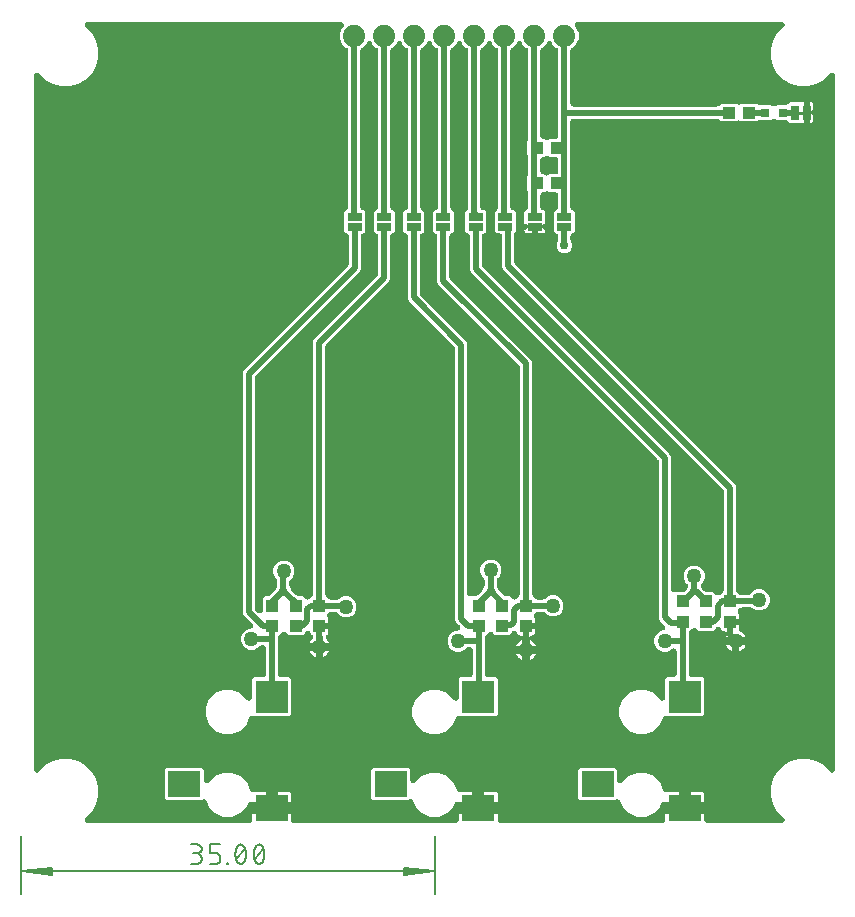
<source format=gbr>
G04 EAGLE Gerber RS-274X export*
G75*
%MOMM*%
%FSLAX34Y34*%
%LPD*%
%INTop Copper*%
%IPPOS*%
%AMOC8*
5,1,8,0,0,1.08239X$1,22.5*%
G01*
%ADD10C,0.130000*%
%ADD11C,0.152400*%
%ADD12R,1.000000X1.100000*%
%ADD13R,2.800000X2.200000*%
%ADD14R,2.800000X2.800000*%
%ADD15R,1.270000X0.635000*%
%ADD16C,1.270000*%
%ADD17C,1.879600*%
%ADD18R,1.100000X1.000000*%
%ADD19R,0.800000X0.800000*%
%ADD20C,0.254000*%
%ADD21R,0.635000X1.270000*%
%ADD22C,0.756400*%
%ADD23C,0.508000*%

G36*
X192955Y10926D02*
X192955Y10926D01*
X192989Y10924D01*
X193178Y10946D01*
X193369Y10963D01*
X193402Y10972D01*
X193436Y10976D01*
X193619Y11031D01*
X193803Y11081D01*
X193834Y11096D01*
X193867Y11106D01*
X194038Y11193D01*
X194210Y11275D01*
X194238Y11295D01*
X194269Y11310D01*
X194421Y11426D01*
X194576Y11537D01*
X194600Y11562D01*
X194627Y11582D01*
X194756Y11722D01*
X194890Y11859D01*
X194909Y11888D01*
X194933Y11914D01*
X195035Y12075D01*
X195142Y12232D01*
X195156Y12264D01*
X195174Y12293D01*
X195247Y12470D01*
X195324Y12644D01*
X195332Y12678D01*
X195345Y12710D01*
X195385Y12897D01*
X195431Y13082D01*
X195433Y13116D01*
X195440Y13150D01*
X195459Y13462D01*
X195459Y18921D01*
X209460Y18921D01*
X209494Y18924D01*
X209529Y18922D01*
X209718Y18944D01*
X209908Y18961D01*
X209942Y18970D01*
X209976Y18974D01*
X210159Y19029D01*
X210343Y19079D01*
X210374Y19094D01*
X210407Y19104D01*
X210578Y19191D01*
X210749Y19273D01*
X210777Y19293D01*
X210808Y19308D01*
X210960Y19424D01*
X211115Y19535D01*
X211140Y19560D01*
X211167Y19580D01*
X211296Y19721D01*
X211430Y19857D01*
X211449Y19886D01*
X211472Y19912D01*
X211575Y20073D01*
X211682Y20231D01*
X211696Y20262D01*
X211714Y20291D01*
X211787Y20468D01*
X211864Y20642D01*
X211872Y20676D01*
X211885Y20708D01*
X211925Y20895D01*
X211970Y21080D01*
X211973Y21114D01*
X211980Y21148D01*
X211999Y21460D01*
X211999Y24001D01*
X212001Y24001D01*
X212001Y21460D01*
X212004Y21426D01*
X212002Y21391D01*
X212024Y21202D01*
X212041Y21012D01*
X212050Y20978D01*
X212054Y20944D01*
X212109Y20761D01*
X212159Y20577D01*
X212174Y20546D01*
X212184Y20513D01*
X212271Y20342D01*
X212353Y20171D01*
X212373Y20142D01*
X212389Y20112D01*
X212504Y19960D01*
X212615Y19804D01*
X212640Y19780D01*
X212661Y19753D01*
X212801Y19624D01*
X212937Y19490D01*
X212966Y19471D01*
X212992Y19448D01*
X213153Y19345D01*
X213311Y19238D01*
X213342Y19224D01*
X213371Y19206D01*
X213548Y19133D01*
X213722Y19056D01*
X213756Y19048D01*
X213788Y19035D01*
X213975Y18995D01*
X214160Y18949D01*
X214194Y18947D01*
X214228Y18940D01*
X214540Y18921D01*
X228541Y18921D01*
X228541Y13462D01*
X228544Y13427D01*
X228542Y13393D01*
X228564Y13204D01*
X228581Y13013D01*
X228590Y12980D01*
X228594Y12946D01*
X228649Y12763D01*
X228699Y12579D01*
X228714Y12548D01*
X228724Y12515D01*
X228811Y12344D01*
X228893Y12172D01*
X228913Y12144D01*
X228928Y12113D01*
X229044Y11961D01*
X229155Y11806D01*
X229180Y11782D01*
X229200Y11755D01*
X229340Y11626D01*
X229477Y11492D01*
X229506Y11473D01*
X229532Y11449D01*
X229693Y11347D01*
X229850Y11240D01*
X229882Y11226D01*
X229911Y11208D01*
X230088Y11135D01*
X230262Y11058D01*
X230296Y11050D01*
X230328Y11037D01*
X230515Y10997D01*
X230700Y10951D01*
X230734Y10949D01*
X230768Y10942D01*
X231080Y10923D01*
X367920Y10923D01*
X367955Y10926D01*
X367989Y10924D01*
X368178Y10946D01*
X368369Y10963D01*
X368402Y10972D01*
X368436Y10976D01*
X368619Y11031D01*
X368803Y11081D01*
X368834Y11096D01*
X368867Y11106D01*
X369038Y11193D01*
X369210Y11275D01*
X369238Y11295D01*
X369269Y11310D01*
X369421Y11426D01*
X369576Y11537D01*
X369600Y11562D01*
X369627Y11582D01*
X369756Y11722D01*
X369890Y11859D01*
X369909Y11888D01*
X369933Y11914D01*
X370035Y12075D01*
X370142Y12232D01*
X370156Y12264D01*
X370174Y12293D01*
X370247Y12470D01*
X370324Y12644D01*
X370332Y12678D01*
X370345Y12710D01*
X370385Y12897D01*
X370431Y13082D01*
X370433Y13116D01*
X370440Y13150D01*
X370459Y13462D01*
X370459Y18921D01*
X384460Y18921D01*
X384494Y18924D01*
X384529Y18922D01*
X384718Y18944D01*
X384908Y18961D01*
X384942Y18970D01*
X384976Y18974D01*
X385159Y19029D01*
X385343Y19079D01*
X385374Y19094D01*
X385407Y19104D01*
X385578Y19191D01*
X385749Y19273D01*
X385777Y19293D01*
X385808Y19308D01*
X385960Y19424D01*
X386115Y19535D01*
X386140Y19560D01*
X386167Y19580D01*
X386296Y19721D01*
X386430Y19857D01*
X386449Y19886D01*
X386472Y19912D01*
X386575Y20073D01*
X386682Y20231D01*
X386696Y20262D01*
X386714Y20291D01*
X386787Y20468D01*
X386864Y20642D01*
X386872Y20676D01*
X386885Y20708D01*
X386925Y20895D01*
X386970Y21080D01*
X386973Y21114D01*
X386980Y21148D01*
X386999Y21460D01*
X386999Y24001D01*
X387001Y24001D01*
X387001Y21460D01*
X387004Y21426D01*
X387002Y21391D01*
X387024Y21202D01*
X387041Y21012D01*
X387050Y20978D01*
X387054Y20944D01*
X387109Y20761D01*
X387159Y20577D01*
X387174Y20546D01*
X387184Y20513D01*
X387271Y20342D01*
X387353Y20171D01*
X387373Y20142D01*
X387389Y20112D01*
X387504Y19960D01*
X387615Y19804D01*
X387640Y19780D01*
X387661Y19753D01*
X387801Y19624D01*
X387937Y19490D01*
X387966Y19471D01*
X387992Y19448D01*
X388153Y19345D01*
X388311Y19238D01*
X388342Y19224D01*
X388371Y19206D01*
X388548Y19133D01*
X388722Y19056D01*
X388756Y19048D01*
X388788Y19035D01*
X388975Y18995D01*
X389160Y18949D01*
X389194Y18947D01*
X389228Y18940D01*
X389540Y18921D01*
X403541Y18921D01*
X403541Y13462D01*
X403544Y13427D01*
X403542Y13393D01*
X403564Y13204D01*
X403581Y13013D01*
X403590Y12980D01*
X403594Y12946D01*
X403649Y12763D01*
X403699Y12579D01*
X403714Y12548D01*
X403724Y12515D01*
X403811Y12344D01*
X403893Y12172D01*
X403913Y12144D01*
X403928Y12113D01*
X404044Y11961D01*
X404155Y11806D01*
X404180Y11782D01*
X404200Y11755D01*
X404340Y11626D01*
X404477Y11492D01*
X404506Y11473D01*
X404532Y11449D01*
X404693Y11347D01*
X404850Y11240D01*
X404882Y11226D01*
X404911Y11208D01*
X405088Y11135D01*
X405262Y11058D01*
X405296Y11050D01*
X405328Y11037D01*
X405515Y10997D01*
X405700Y10951D01*
X405734Y10949D01*
X405768Y10942D01*
X406080Y10923D01*
X542920Y10923D01*
X542955Y10926D01*
X542989Y10924D01*
X543178Y10946D01*
X543369Y10963D01*
X543402Y10972D01*
X543436Y10976D01*
X543619Y11031D01*
X543803Y11081D01*
X543834Y11096D01*
X543867Y11106D01*
X544038Y11193D01*
X544210Y11275D01*
X544238Y11295D01*
X544269Y11310D01*
X544421Y11426D01*
X544576Y11537D01*
X544600Y11562D01*
X544627Y11582D01*
X544756Y11722D01*
X544890Y11859D01*
X544909Y11888D01*
X544933Y11914D01*
X545035Y12075D01*
X545142Y12232D01*
X545156Y12264D01*
X545174Y12293D01*
X545247Y12470D01*
X545324Y12644D01*
X545332Y12678D01*
X545345Y12710D01*
X545385Y12897D01*
X545431Y13082D01*
X545433Y13116D01*
X545440Y13150D01*
X545459Y13462D01*
X545459Y18921D01*
X559460Y18921D01*
X559494Y18924D01*
X559529Y18922D01*
X559718Y18944D01*
X559908Y18961D01*
X559942Y18970D01*
X559976Y18974D01*
X560159Y19029D01*
X560343Y19079D01*
X560374Y19094D01*
X560407Y19104D01*
X560578Y19191D01*
X560749Y19273D01*
X560777Y19293D01*
X560808Y19308D01*
X560960Y19424D01*
X561115Y19535D01*
X561140Y19560D01*
X561167Y19580D01*
X561296Y19721D01*
X561430Y19857D01*
X561449Y19886D01*
X561472Y19912D01*
X561575Y20073D01*
X561682Y20231D01*
X561696Y20262D01*
X561714Y20291D01*
X561787Y20468D01*
X561864Y20642D01*
X561872Y20676D01*
X561885Y20708D01*
X561925Y20895D01*
X561970Y21080D01*
X561973Y21114D01*
X561980Y21148D01*
X561999Y21460D01*
X561999Y24001D01*
X562001Y24001D01*
X562001Y21460D01*
X562004Y21426D01*
X562002Y21391D01*
X562024Y21202D01*
X562041Y21012D01*
X562050Y20978D01*
X562054Y20944D01*
X562109Y20761D01*
X562159Y20577D01*
X562174Y20546D01*
X562184Y20513D01*
X562271Y20342D01*
X562353Y20171D01*
X562373Y20142D01*
X562389Y20112D01*
X562504Y19960D01*
X562615Y19804D01*
X562640Y19780D01*
X562661Y19753D01*
X562801Y19624D01*
X562937Y19490D01*
X562966Y19471D01*
X562992Y19448D01*
X563153Y19345D01*
X563311Y19238D01*
X563342Y19224D01*
X563371Y19206D01*
X563548Y19133D01*
X563722Y19056D01*
X563756Y19048D01*
X563788Y19035D01*
X563975Y18995D01*
X564160Y18949D01*
X564194Y18947D01*
X564228Y18940D01*
X564540Y18921D01*
X578541Y18921D01*
X578541Y13462D01*
X578544Y13427D01*
X578542Y13393D01*
X578564Y13204D01*
X578581Y13013D01*
X578590Y12980D01*
X578594Y12946D01*
X578649Y12763D01*
X578699Y12579D01*
X578714Y12548D01*
X578724Y12515D01*
X578811Y12344D01*
X578893Y12172D01*
X578913Y12144D01*
X578928Y12113D01*
X579044Y11961D01*
X579155Y11806D01*
X579180Y11782D01*
X579200Y11755D01*
X579340Y11626D01*
X579477Y11492D01*
X579506Y11473D01*
X579532Y11449D01*
X579693Y11347D01*
X579850Y11240D01*
X579882Y11226D01*
X579911Y11208D01*
X580088Y11135D01*
X580262Y11058D01*
X580296Y11050D01*
X580328Y11037D01*
X580515Y10997D01*
X580700Y10951D01*
X580734Y10949D01*
X580768Y10942D01*
X581080Y10923D01*
X643829Y10923D01*
X643958Y10934D01*
X644088Y10936D01*
X644182Y10954D01*
X644277Y10963D01*
X644403Y10997D01*
X644530Y11022D01*
X644620Y11056D01*
X644712Y11081D01*
X644829Y11137D01*
X644950Y11184D01*
X645032Y11234D01*
X645118Y11275D01*
X645224Y11350D01*
X645335Y11418D01*
X645407Y11481D01*
X645484Y11537D01*
X645575Y11630D01*
X645673Y11716D01*
X645732Y11791D01*
X645798Y11859D01*
X645871Y11967D01*
X645952Y12069D01*
X645997Y12153D01*
X646051Y12232D01*
X646103Y12351D01*
X646165Y12466D01*
X646194Y12557D01*
X646233Y12644D01*
X646264Y12771D01*
X646304Y12894D01*
X646317Y12989D01*
X646339Y13082D01*
X646347Y13211D01*
X646365Y13340D01*
X646361Y13436D01*
X646367Y13531D01*
X646352Y13660D01*
X646347Y13790D01*
X646326Y13883D01*
X646315Y13978D01*
X646277Y14103D01*
X646249Y14230D01*
X646212Y14318D01*
X646185Y14409D01*
X646126Y14525D01*
X646076Y14645D01*
X646024Y14725D01*
X645980Y14811D01*
X645902Y14914D01*
X645831Y15023D01*
X645745Y15121D01*
X645708Y15169D01*
X645676Y15200D01*
X645624Y15258D01*
X640366Y20516D01*
X636724Y26823D01*
X634839Y33858D01*
X634839Y41142D01*
X636724Y48177D01*
X640366Y54484D01*
X645516Y59634D01*
X651823Y63276D01*
X658858Y65161D01*
X666142Y65161D01*
X673177Y63276D01*
X679484Y59634D01*
X684742Y54376D01*
X684842Y54292D01*
X684935Y54202D01*
X685015Y54148D01*
X685088Y54087D01*
X685201Y54022D01*
X685308Y53949D01*
X685396Y53911D01*
X685479Y53863D01*
X685601Y53820D01*
X685720Y53767D01*
X685813Y53745D01*
X685903Y53713D01*
X686031Y53691D01*
X686158Y53661D01*
X686253Y53655D01*
X686347Y53639D01*
X686477Y53641D01*
X686607Y53633D01*
X686702Y53644D01*
X686798Y53645D01*
X686925Y53670D01*
X687054Y53685D01*
X687146Y53713D01*
X687240Y53731D01*
X687361Y53778D01*
X687485Y53815D01*
X687570Y53859D01*
X687660Y53893D01*
X687771Y53961D01*
X687887Y54020D01*
X687963Y54077D01*
X688044Y54127D01*
X688142Y54213D01*
X688245Y54292D01*
X688310Y54362D01*
X688382Y54425D01*
X688462Y54527D01*
X688551Y54623D01*
X688602Y54703D01*
X688661Y54778D01*
X688722Y54893D01*
X688792Y55003D01*
X688829Y55091D01*
X688874Y55175D01*
X688914Y55299D01*
X688963Y55419D01*
X688983Y55513D01*
X689013Y55603D01*
X689031Y55732D01*
X689058Y55859D01*
X689066Y55989D01*
X689074Y56049D01*
X689073Y56094D01*
X689077Y56171D01*
X689077Y643829D01*
X689066Y643958D01*
X689064Y644088D01*
X689046Y644182D01*
X689037Y644277D01*
X689003Y644403D01*
X688978Y644530D01*
X688944Y644620D01*
X688919Y644712D01*
X688863Y644829D01*
X688816Y644950D01*
X688766Y645032D01*
X688725Y645118D01*
X688650Y645224D01*
X688582Y645335D01*
X688519Y645407D01*
X688463Y645484D01*
X688370Y645575D01*
X688284Y645673D01*
X688209Y645732D01*
X688141Y645798D01*
X688033Y645871D01*
X687931Y645952D01*
X687847Y645997D01*
X687768Y646051D01*
X687649Y646103D01*
X687534Y646165D01*
X687443Y646194D01*
X687356Y646233D01*
X687229Y646264D01*
X687106Y646304D01*
X687011Y646317D01*
X686918Y646339D01*
X686789Y646347D01*
X686660Y646365D01*
X686564Y646361D01*
X686469Y646367D01*
X686340Y646352D01*
X686210Y646347D01*
X686117Y646326D01*
X686022Y646315D01*
X685897Y646277D01*
X685770Y646249D01*
X685682Y646212D01*
X685591Y646185D01*
X685475Y646126D01*
X685355Y646076D01*
X685275Y646024D01*
X685189Y645980D01*
X685086Y645902D01*
X684977Y645831D01*
X684879Y645745D01*
X684831Y645708D01*
X684800Y645676D01*
X684742Y645624D01*
X679484Y640366D01*
X673177Y636724D01*
X666142Y634839D01*
X658858Y634839D01*
X651823Y636724D01*
X645516Y640366D01*
X640366Y645516D01*
X636724Y651823D01*
X634839Y658858D01*
X634839Y666142D01*
X636724Y673177D01*
X640366Y679484D01*
X645624Y684742D01*
X645708Y684842D01*
X645798Y684935D01*
X645852Y685015D01*
X645913Y685088D01*
X645978Y685201D01*
X646051Y685308D01*
X646089Y685396D01*
X646137Y685479D01*
X646180Y685601D01*
X646233Y685720D01*
X646255Y685813D01*
X646287Y685903D01*
X646309Y686031D01*
X646339Y686158D01*
X646345Y686253D01*
X646361Y686347D01*
X646359Y686477D01*
X646367Y686607D01*
X646356Y686702D01*
X646355Y686798D01*
X646330Y686925D01*
X646315Y687054D01*
X646287Y687146D01*
X646269Y687240D01*
X646222Y687361D01*
X646185Y687485D01*
X646141Y687570D01*
X646107Y687660D01*
X646039Y687771D01*
X645980Y687887D01*
X645923Y687963D01*
X645873Y688044D01*
X645787Y688142D01*
X645708Y688245D01*
X645638Y688310D01*
X645575Y688382D01*
X645473Y688462D01*
X645377Y688551D01*
X645297Y688602D01*
X645222Y688661D01*
X645107Y688722D01*
X644997Y688792D01*
X644909Y688829D01*
X644825Y688874D01*
X644701Y688914D01*
X644581Y688963D01*
X644487Y688983D01*
X644397Y689013D01*
X644268Y689031D01*
X644141Y689058D01*
X644011Y689066D01*
X643951Y689074D01*
X643906Y689073D01*
X643829Y689077D01*
X471437Y689077D01*
X471307Y689066D01*
X471177Y689064D01*
X471084Y689046D01*
X470988Y689037D01*
X470863Y689003D01*
X470735Y688978D01*
X470646Y688944D01*
X470554Y688919D01*
X470437Y688863D01*
X470315Y688816D01*
X470234Y688766D01*
X470147Y688725D01*
X470042Y688650D01*
X469931Y688582D01*
X469859Y688519D01*
X469781Y688463D01*
X469691Y688370D01*
X469593Y688284D01*
X469534Y688209D01*
X469467Y688141D01*
X469394Y688033D01*
X469314Y687931D01*
X469269Y687847D01*
X469215Y687768D01*
X469163Y687649D01*
X469101Y687534D01*
X469072Y687443D01*
X469033Y687356D01*
X469002Y687229D01*
X468962Y687106D01*
X468949Y687011D01*
X468926Y686918D01*
X468918Y686789D01*
X468901Y686660D01*
X468905Y686564D01*
X468899Y686469D01*
X468914Y686340D01*
X468919Y686210D01*
X468940Y686117D01*
X468951Y686022D01*
X468988Y685897D01*
X469017Y685770D01*
X469053Y685682D01*
X469081Y685591D01*
X469140Y685475D01*
X469190Y685355D01*
X469242Y685275D01*
X469285Y685189D01*
X469364Y685086D01*
X469435Y684977D01*
X469521Y684879D01*
X469557Y684831D01*
X469590Y684800D01*
X469641Y684742D01*
X470121Y684263D01*
X471939Y679875D01*
X471939Y675125D01*
X470121Y670737D01*
X466763Y667379D01*
X466648Y667331D01*
X466460Y667233D01*
X466271Y667137D01*
X466261Y667129D01*
X466249Y667123D01*
X466080Y666992D01*
X465913Y666865D01*
X465904Y666855D01*
X465893Y666847D01*
X465751Y666690D01*
X465607Y666534D01*
X465600Y666523D01*
X465592Y666513D01*
X465480Y666334D01*
X465366Y666154D01*
X465361Y666142D01*
X465354Y666131D01*
X465275Y665933D01*
X465195Y665738D01*
X465192Y665725D01*
X465187Y665712D01*
X465144Y665504D01*
X465100Y665297D01*
X465099Y665282D01*
X465097Y665271D01*
X465096Y665231D01*
X465081Y664985D01*
X465081Y620120D01*
X465084Y620085D01*
X465082Y620051D01*
X465104Y619862D01*
X465121Y619671D01*
X465130Y619638D01*
X465134Y619604D01*
X465189Y619420D01*
X465239Y619237D01*
X465254Y619206D01*
X465264Y619173D01*
X465351Y619002D01*
X465433Y618830D01*
X465453Y618802D01*
X465468Y618771D01*
X465584Y618619D01*
X465695Y618464D01*
X465720Y618440D01*
X465740Y618413D01*
X465880Y618284D01*
X466017Y618150D01*
X466046Y618131D01*
X466072Y618107D01*
X466233Y618005D01*
X466390Y617898D01*
X466422Y617884D01*
X466451Y617866D01*
X466628Y617793D01*
X466802Y617716D01*
X466836Y617708D01*
X466868Y617695D01*
X467055Y617655D01*
X467240Y617609D01*
X467274Y617607D01*
X467308Y617600D01*
X467620Y617581D01*
X588936Y617581D01*
X589100Y617595D01*
X589264Y617602D01*
X589324Y617615D01*
X589384Y617621D01*
X589543Y617664D01*
X589704Y617700D01*
X589760Y617723D01*
X589819Y617739D01*
X589967Y617810D01*
X590119Y617873D01*
X590170Y617906D01*
X590225Y617933D01*
X590359Y618028D01*
X590497Y618118D01*
X590555Y618169D01*
X590591Y618195D01*
X590634Y618238D01*
X590731Y618324D01*
X592448Y620041D01*
X605552Y620041D01*
X605704Y619889D01*
X605731Y619866D01*
X605754Y619840D01*
X605903Y619723D01*
X606050Y619600D01*
X606080Y619582D01*
X606107Y619561D01*
X606275Y619471D01*
X606441Y619376D01*
X606473Y619365D01*
X606504Y619348D01*
X606685Y619289D01*
X606865Y619226D01*
X606899Y619220D01*
X606932Y619209D01*
X607121Y619183D01*
X607309Y619152D01*
X607344Y619153D01*
X607378Y619148D01*
X607569Y619156D01*
X607760Y619158D01*
X607794Y619165D01*
X607828Y619166D01*
X608014Y619208D01*
X608202Y619244D01*
X608234Y619256D01*
X608268Y619264D01*
X608444Y619337D01*
X608622Y619406D01*
X608651Y619424D01*
X608683Y619437D01*
X608843Y619541D01*
X609006Y619640D01*
X609032Y619663D01*
X609061Y619682D01*
X609296Y619889D01*
X609448Y620041D01*
X622552Y620041D01*
X622809Y619784D01*
X622935Y619679D01*
X623056Y619567D01*
X623107Y619535D01*
X623154Y619496D01*
X623297Y619414D01*
X623436Y619326D01*
X623492Y619302D01*
X623545Y619272D01*
X623700Y619217D01*
X623852Y619155D01*
X623912Y619142D01*
X623969Y619121D01*
X624131Y619095D01*
X624292Y619060D01*
X624369Y619055D01*
X624413Y619048D01*
X624474Y619049D01*
X624604Y619041D01*
X635052Y619041D01*
X635704Y618389D01*
X635731Y618366D01*
X635754Y618340D01*
X635903Y618222D01*
X636050Y618100D01*
X636080Y618083D01*
X636107Y618061D01*
X636275Y617971D01*
X636441Y617876D01*
X636473Y617865D01*
X636504Y617848D01*
X636685Y617789D01*
X636865Y617726D01*
X636899Y617720D01*
X636932Y617709D01*
X637121Y617683D01*
X637309Y617652D01*
X637344Y617653D01*
X637378Y617648D01*
X637569Y617656D01*
X637760Y617658D01*
X637794Y617665D01*
X637828Y617666D01*
X638014Y617708D01*
X638202Y617744D01*
X638234Y617756D01*
X638268Y617764D01*
X638443Y617837D01*
X638622Y617906D01*
X638651Y617924D01*
X638683Y617937D01*
X638843Y618041D01*
X639006Y618140D01*
X639032Y618163D01*
X639061Y618182D01*
X639296Y618389D01*
X639948Y619041D01*
X647291Y619041D01*
X647454Y619055D01*
X647619Y619062D01*
X647678Y619075D01*
X647739Y619081D01*
X647898Y619124D01*
X648059Y619160D01*
X648115Y619183D01*
X648174Y619199D01*
X648322Y619270D01*
X648474Y619333D01*
X648525Y619366D01*
X648580Y619393D01*
X648714Y619488D01*
X648852Y619578D01*
X648910Y619629D01*
X648946Y619655D01*
X648989Y619698D01*
X649086Y619784D01*
X650693Y621391D01*
X659394Y621391D01*
X659403Y621388D01*
X659444Y621366D01*
X659614Y621312D01*
X659783Y621252D01*
X659829Y621245D01*
X659873Y621231D01*
X660051Y621208D01*
X660227Y621179D01*
X660274Y621179D01*
X660320Y621173D01*
X660499Y621182D01*
X660678Y621185D01*
X660723Y621194D01*
X660769Y621196D01*
X661076Y621258D01*
X661570Y621391D01*
X662541Y621391D01*
X662541Y618850D01*
X662544Y618815D01*
X662542Y618781D01*
X662564Y618592D01*
X662580Y618401D01*
X662590Y618368D01*
X662594Y618334D01*
X662649Y618150D01*
X662699Y617967D01*
X662714Y617936D01*
X662724Y617903D01*
X662811Y617732D01*
X662892Y617560D01*
X662913Y617532D01*
X662928Y617501D01*
X663043Y617349D01*
X663155Y617194D01*
X663179Y617170D01*
X663200Y617143D01*
X663340Y617014D01*
X663477Y616880D01*
X663506Y616861D01*
X663531Y616837D01*
X663692Y616735D01*
X663850Y616628D01*
X663882Y616614D01*
X663911Y616596D01*
X664088Y616523D01*
X664262Y616446D01*
X664296Y616438D01*
X664328Y616425D01*
X664514Y616385D01*
X664699Y616339D01*
X664734Y616337D01*
X664768Y616330D01*
X665080Y616311D01*
X665115Y616314D01*
X665149Y616312D01*
X665339Y616334D01*
X665529Y616351D01*
X665562Y616360D01*
X665596Y616364D01*
X665779Y616419D01*
X665963Y616469D01*
X665994Y616484D01*
X666027Y616494D01*
X666198Y616581D01*
X666370Y616663D01*
X666398Y616683D01*
X666429Y616698D01*
X666581Y616814D01*
X666736Y616925D01*
X666760Y616950D01*
X666787Y616970D01*
X666917Y617110D01*
X667050Y617247D01*
X667069Y617276D01*
X667093Y617302D01*
X667195Y617463D01*
X667302Y617620D01*
X667316Y617652D01*
X667334Y617681D01*
X667407Y617858D01*
X667484Y618032D01*
X667492Y618066D01*
X667505Y618098D01*
X667546Y618285D01*
X667591Y618470D01*
X667593Y618504D01*
X667600Y618538D01*
X667619Y618850D01*
X667619Y621391D01*
X668590Y621391D01*
X669236Y621218D01*
X669815Y620883D01*
X670288Y620410D01*
X670623Y619831D01*
X670796Y619185D01*
X670796Y614951D01*
X670731Y614931D01*
X670547Y614881D01*
X670516Y614866D01*
X670483Y614856D01*
X670312Y614769D01*
X670140Y614688D01*
X670112Y614667D01*
X670081Y614652D01*
X669929Y614536D01*
X669774Y614425D01*
X669750Y614401D01*
X669723Y614380D01*
X669594Y614240D01*
X669460Y614103D01*
X669441Y614074D01*
X669417Y614049D01*
X669315Y613888D01*
X669208Y613730D01*
X669194Y613698D01*
X669176Y613669D01*
X669103Y613492D01*
X669026Y613318D01*
X669018Y613284D01*
X669005Y613252D01*
X668965Y613066D01*
X668919Y612880D01*
X668917Y612846D01*
X668910Y612812D01*
X668891Y612500D01*
X668894Y612465D01*
X668892Y612431D01*
X668914Y612241D01*
X668931Y612051D01*
X668940Y612018D01*
X668944Y611984D01*
X668999Y611801D01*
X669049Y611617D01*
X669064Y611586D01*
X669074Y611553D01*
X669161Y611382D01*
X669243Y611210D01*
X669263Y611182D01*
X669278Y611151D01*
X669394Y610999D01*
X669505Y610844D01*
X669530Y610820D01*
X669550Y610792D01*
X669690Y610663D01*
X669827Y610530D01*
X669856Y610511D01*
X669882Y610487D01*
X670043Y610385D01*
X670200Y610278D01*
X670232Y610264D01*
X670261Y610245D01*
X670438Y610173D01*
X670612Y610096D01*
X670646Y610088D01*
X670678Y610075D01*
X670796Y610049D01*
X670796Y605815D01*
X670623Y605169D01*
X670288Y604590D01*
X669815Y604117D01*
X669236Y603782D01*
X668590Y603609D01*
X667619Y603609D01*
X667619Y606150D01*
X667616Y606185D01*
X667618Y606219D01*
X667596Y606408D01*
X667579Y606599D01*
X667570Y606632D01*
X667566Y606666D01*
X667511Y606849D01*
X667461Y607033D01*
X667446Y607064D01*
X667436Y607097D01*
X667349Y607268D01*
X667268Y607440D01*
X667247Y607468D01*
X667232Y607499D01*
X667116Y607651D01*
X667005Y607806D01*
X666981Y607830D01*
X666960Y607857D01*
X666820Y607986D01*
X666683Y608120D01*
X666654Y608139D01*
X666629Y608163D01*
X666468Y608265D01*
X666310Y608372D01*
X666278Y608386D01*
X666249Y608404D01*
X666072Y608477D01*
X665898Y608554D01*
X665864Y608562D01*
X665832Y608575D01*
X665646Y608615D01*
X665460Y608661D01*
X665426Y608663D01*
X665392Y608670D01*
X665080Y608689D01*
X665045Y608686D01*
X665011Y608688D01*
X664821Y608666D01*
X664631Y608649D01*
X664598Y608640D01*
X664564Y608636D01*
X664381Y608581D01*
X664197Y608531D01*
X664166Y608516D01*
X664133Y608506D01*
X663962Y608419D01*
X663790Y608337D01*
X663762Y608317D01*
X663731Y608302D01*
X663579Y608186D01*
X663424Y608075D01*
X663400Y608050D01*
X663372Y608030D01*
X663243Y607890D01*
X663110Y607753D01*
X663091Y607724D01*
X663067Y607698D01*
X662965Y607537D01*
X662858Y607380D01*
X662844Y607348D01*
X662825Y607319D01*
X662753Y607142D01*
X662676Y606968D01*
X662668Y606934D01*
X662655Y606902D01*
X662614Y606715D01*
X662569Y606530D01*
X662567Y606496D01*
X662560Y606462D01*
X662541Y606150D01*
X662541Y603609D01*
X661570Y603609D01*
X661076Y603742D01*
X661030Y603750D01*
X660986Y603764D01*
X660808Y603789D01*
X660632Y603819D01*
X660586Y603819D01*
X660540Y603826D01*
X660361Y603818D01*
X660182Y603817D01*
X660136Y603809D01*
X660090Y603807D01*
X659915Y603768D01*
X659739Y603736D01*
X659696Y603720D01*
X659650Y603710D01*
X659485Y603641D01*
X659402Y603609D01*
X650693Y603609D01*
X649086Y605216D01*
X648960Y605321D01*
X648839Y605433D01*
X648788Y605465D01*
X648741Y605504D01*
X648598Y605586D01*
X648459Y605674D01*
X648403Y605698D01*
X648350Y605728D01*
X648195Y605783D01*
X648043Y605845D01*
X647983Y605858D01*
X647926Y605879D01*
X647763Y605905D01*
X647603Y605940D01*
X647526Y605945D01*
X647482Y605952D01*
X647420Y605951D01*
X647291Y605959D01*
X639948Y605959D01*
X639296Y606611D01*
X639269Y606634D01*
X639246Y606660D01*
X639097Y606778D01*
X638950Y606900D01*
X638920Y606917D01*
X638893Y606939D01*
X638725Y607029D01*
X638559Y607124D01*
X638527Y607135D01*
X638496Y607152D01*
X638315Y607210D01*
X638135Y607274D01*
X638101Y607280D01*
X638068Y607291D01*
X637879Y607317D01*
X637691Y607348D01*
X637656Y607347D01*
X637622Y607352D01*
X637431Y607344D01*
X637241Y607342D01*
X637206Y607335D01*
X637172Y607334D01*
X636986Y607292D01*
X636798Y607256D01*
X636766Y607244D01*
X636732Y607236D01*
X636556Y607163D01*
X636378Y607094D01*
X636349Y607076D01*
X636317Y607063D01*
X636156Y606959D01*
X635994Y606860D01*
X635968Y606837D01*
X635939Y606818D01*
X635704Y606611D01*
X635052Y605959D01*
X624604Y605959D01*
X624441Y605945D01*
X624276Y605938D01*
X624216Y605925D01*
X624156Y605919D01*
X623997Y605876D01*
X623836Y605840D01*
X623780Y605817D01*
X623721Y605801D01*
X623573Y605730D01*
X623421Y605667D01*
X623370Y605634D01*
X623315Y605607D01*
X623181Y605512D01*
X623043Y605422D01*
X622985Y605371D01*
X622949Y605345D01*
X622906Y605302D01*
X622809Y605216D01*
X622552Y604959D01*
X609448Y604959D01*
X609296Y605111D01*
X609269Y605134D01*
X609246Y605160D01*
X609097Y605277D01*
X608950Y605400D01*
X608920Y605417D01*
X608893Y605439D01*
X608725Y605529D01*
X608559Y605624D01*
X608527Y605635D01*
X608496Y605652D01*
X608315Y605711D01*
X608135Y605774D01*
X608101Y605780D01*
X608068Y605791D01*
X607878Y605817D01*
X607691Y605848D01*
X607656Y605847D01*
X607622Y605852D01*
X607431Y605844D01*
X607241Y605842D01*
X607207Y605835D01*
X607172Y605834D01*
X606986Y605792D01*
X606798Y605756D01*
X606766Y605744D01*
X606732Y605736D01*
X606556Y605662D01*
X606378Y605594D01*
X606349Y605576D01*
X606317Y605563D01*
X606156Y605459D01*
X605994Y605360D01*
X605968Y605337D01*
X605939Y605318D01*
X605704Y605111D01*
X605552Y604959D01*
X592448Y604959D01*
X590731Y606676D01*
X590605Y606781D01*
X590484Y606893D01*
X590433Y606925D01*
X590386Y606964D01*
X590243Y607046D01*
X590104Y607134D01*
X590048Y607158D01*
X589995Y607188D01*
X589840Y607243D01*
X589688Y607305D01*
X589628Y607318D01*
X589571Y607339D01*
X589409Y607365D01*
X589248Y607400D01*
X589171Y607405D01*
X589127Y607412D01*
X589066Y607411D01*
X588936Y607419D01*
X467620Y607419D01*
X467585Y607416D01*
X467551Y607418D01*
X467362Y607396D01*
X467171Y607379D01*
X467138Y607370D01*
X467104Y607366D01*
X466921Y607311D01*
X466737Y607261D01*
X466706Y607246D01*
X466673Y607236D01*
X466502Y607149D01*
X466330Y607067D01*
X466302Y607047D01*
X466271Y607032D01*
X466119Y606916D01*
X465964Y606805D01*
X465940Y606780D01*
X465913Y606760D01*
X465784Y606620D01*
X465650Y606483D01*
X465631Y606454D01*
X465607Y606428D01*
X465505Y606267D01*
X465398Y606110D01*
X465384Y606078D01*
X465366Y606049D01*
X465293Y605872D01*
X465216Y605698D01*
X465208Y605664D01*
X465195Y605632D01*
X465155Y605445D01*
X465109Y605260D01*
X465107Y605226D01*
X465100Y605192D01*
X465081Y604880D01*
X465081Y532319D01*
X465084Y532284D01*
X465082Y532250D01*
X465104Y532061D01*
X465121Y531870D01*
X465130Y531837D01*
X465134Y531803D01*
X465189Y531620D01*
X465239Y531436D01*
X465254Y531405D01*
X465264Y531372D01*
X465351Y531201D01*
X465433Y531029D01*
X465453Y531001D01*
X465468Y530970D01*
X465584Y530818D01*
X465695Y530663D01*
X465720Y530639D01*
X465740Y530612D01*
X465880Y530483D01*
X466017Y530349D01*
X466046Y530330D01*
X466072Y530306D01*
X466233Y530204D01*
X466390Y530097D01*
X466422Y530083D01*
X466451Y530065D01*
X466628Y529992D01*
X466802Y529915D01*
X466836Y529907D01*
X466868Y529894D01*
X467055Y529854D01*
X467240Y529808D01*
X467274Y529806D01*
X467308Y529799D01*
X467388Y529794D01*
X468891Y528291D01*
X468891Y511709D01*
X467382Y510200D01*
X467362Y510197D01*
X467171Y510180D01*
X467138Y510171D01*
X467104Y510167D01*
X466921Y510112D01*
X466737Y510062D01*
X466706Y510047D01*
X466673Y510037D01*
X466502Y509950D01*
X466330Y509868D01*
X466302Y509848D01*
X466271Y509833D01*
X466119Y509717D01*
X465964Y509606D01*
X465940Y509581D01*
X465913Y509561D01*
X465784Y509421D01*
X465650Y509284D01*
X465631Y509255D01*
X465607Y509229D01*
X465505Y509068D01*
X465398Y508911D01*
X465384Y508879D01*
X465366Y508850D01*
X465293Y508673D01*
X465216Y508499D01*
X465208Y508465D01*
X465195Y508433D01*
X465155Y508246D01*
X465109Y508061D01*
X465107Y508027D01*
X465100Y507993D01*
X465081Y507681D01*
X465081Y504761D01*
X465091Y504645D01*
X465091Y504528D01*
X465111Y504421D01*
X465121Y504313D01*
X465151Y504200D01*
X465172Y504085D01*
X465223Y503939D01*
X465239Y503878D01*
X465255Y503846D01*
X465274Y503790D01*
X466323Y501258D01*
X466323Y498742D01*
X465360Y496418D01*
X463582Y494640D01*
X461258Y493677D01*
X458742Y493677D01*
X456418Y494640D01*
X454640Y496418D01*
X453677Y498742D01*
X453677Y501258D01*
X454726Y503790D01*
X454761Y503901D01*
X454805Y504009D01*
X454828Y504115D01*
X454861Y504219D01*
X454875Y504335D01*
X454900Y504449D01*
X454910Y504603D01*
X454917Y504666D01*
X454916Y504702D01*
X454919Y504761D01*
X454919Y507681D01*
X454916Y507716D01*
X454918Y507750D01*
X454896Y507939D01*
X454879Y508130D01*
X454870Y508163D01*
X454866Y508197D01*
X454811Y508380D01*
X454761Y508564D01*
X454746Y508595D01*
X454736Y508628D01*
X454649Y508799D01*
X454567Y508971D01*
X454547Y508999D01*
X454532Y509030D01*
X454416Y509182D01*
X454305Y509337D01*
X454280Y509361D01*
X454260Y509388D01*
X454120Y509517D01*
X453983Y509651D01*
X453954Y509670D01*
X453928Y509694D01*
X453767Y509796D01*
X453610Y509903D01*
X453578Y509917D01*
X453549Y509935D01*
X453372Y510008D01*
X453198Y510085D01*
X453164Y510093D01*
X453132Y510106D01*
X452945Y510146D01*
X452760Y510192D01*
X452726Y510194D01*
X452692Y510201D01*
X452612Y510206D01*
X451109Y511709D01*
X451109Y528291D01*
X452618Y529800D01*
X452638Y529803D01*
X452829Y529820D01*
X452862Y529829D01*
X452896Y529833D01*
X453079Y529888D01*
X453263Y529938D01*
X453294Y529953D01*
X453327Y529963D01*
X453498Y530050D01*
X453670Y530132D01*
X453698Y530152D01*
X453729Y530167D01*
X453881Y530283D01*
X454036Y530394D01*
X454060Y530419D01*
X454087Y530439D01*
X454216Y530579D01*
X454350Y530716D01*
X454369Y530745D01*
X454393Y530771D01*
X454495Y530932D01*
X454602Y531089D01*
X454616Y531121D01*
X454634Y531150D01*
X454707Y531327D01*
X454784Y531501D01*
X454792Y531535D01*
X454805Y531567D01*
X454845Y531754D01*
X454891Y531939D01*
X454893Y531973D01*
X454900Y532007D01*
X454919Y532319D01*
X454919Y542420D01*
X454916Y542455D01*
X454918Y542489D01*
X454896Y542678D01*
X454879Y542869D01*
X454870Y542902D01*
X454866Y542936D01*
X454811Y543119D01*
X454761Y543303D01*
X454746Y543334D01*
X454736Y543367D01*
X454649Y543538D01*
X454567Y543710D01*
X454547Y543738D01*
X454532Y543769D01*
X454416Y543921D01*
X454305Y544076D01*
X454280Y544100D01*
X454260Y544127D01*
X454120Y544256D01*
X453983Y544390D01*
X453954Y544409D01*
X453928Y544433D01*
X453767Y544535D01*
X453610Y544642D01*
X453578Y544656D01*
X453549Y544674D01*
X453372Y544747D01*
X453198Y544824D01*
X453164Y544832D01*
X453132Y544845D01*
X452945Y544885D01*
X452760Y544931D01*
X452726Y544933D01*
X452692Y544940D01*
X452380Y544959D01*
X446948Y544959D01*
X446796Y545111D01*
X446769Y545134D01*
X446746Y545160D01*
X446597Y545277D01*
X446450Y545400D01*
X446420Y545418D01*
X446393Y545439D01*
X446225Y545529D01*
X446059Y545624D01*
X446027Y545635D01*
X445996Y545652D01*
X445815Y545711D01*
X445635Y545774D01*
X445601Y545780D01*
X445568Y545791D01*
X445379Y545817D01*
X445191Y545848D01*
X445156Y545847D01*
X445122Y545852D01*
X444931Y545844D01*
X444740Y545842D01*
X444706Y545835D01*
X444672Y545834D01*
X444486Y545792D01*
X444298Y545756D01*
X444266Y545744D01*
X444232Y545736D01*
X444056Y545663D01*
X443878Y545594D01*
X443849Y545576D01*
X443817Y545563D01*
X443657Y545459D01*
X443494Y545360D01*
X443468Y545337D01*
X443439Y545318D01*
X443204Y545111D01*
X443052Y544959D01*
X442220Y544959D01*
X442185Y544956D01*
X442151Y544958D01*
X441962Y544936D01*
X441771Y544919D01*
X441738Y544910D01*
X441704Y544906D01*
X441521Y544851D01*
X441337Y544801D01*
X441306Y544786D01*
X441273Y544776D01*
X441102Y544689D01*
X440930Y544607D01*
X440902Y544587D01*
X440871Y544572D01*
X440719Y544456D01*
X440564Y544345D01*
X440540Y544320D01*
X440513Y544300D01*
X440384Y544160D01*
X440250Y544023D01*
X440231Y543994D01*
X440207Y543968D01*
X440105Y543807D01*
X439998Y543650D01*
X439984Y543618D01*
X439966Y543589D01*
X439893Y543412D01*
X439816Y543238D01*
X439808Y543204D01*
X439795Y543172D01*
X439755Y542985D01*
X439709Y542800D01*
X439707Y542766D01*
X439700Y542732D01*
X439681Y542420D01*
X439681Y532319D01*
X439684Y532284D01*
X439682Y532250D01*
X439704Y532061D01*
X439721Y531870D01*
X439730Y531837D01*
X439734Y531803D01*
X439789Y531620D01*
X439839Y531436D01*
X439854Y531405D01*
X439864Y531372D01*
X439951Y531201D01*
X440033Y531029D01*
X440053Y531001D01*
X440068Y530970D01*
X440184Y530818D01*
X440295Y530663D01*
X440320Y530639D01*
X440340Y530612D01*
X440480Y530483D01*
X440617Y530349D01*
X440646Y530330D01*
X440672Y530306D01*
X440833Y530204D01*
X440990Y530097D01*
X441022Y530083D01*
X441051Y530065D01*
X441228Y529992D01*
X441402Y529915D01*
X441436Y529907D01*
X441468Y529894D01*
X441655Y529854D01*
X441840Y529808D01*
X441874Y529806D01*
X441908Y529799D01*
X442220Y529780D01*
X442402Y529780D01*
X443891Y528291D01*
X443891Y518475D01*
X443581Y518475D01*
X443477Y518466D01*
X443373Y518467D01*
X443254Y518446D01*
X443133Y518435D01*
X443032Y518408D01*
X442930Y518390D01*
X442816Y518349D01*
X442698Y518317D01*
X442604Y518272D01*
X442506Y518237D01*
X442401Y518176D01*
X442292Y518124D01*
X442207Y518063D01*
X442117Y518011D01*
X441975Y517897D01*
X441926Y517861D01*
X441925Y517861D01*
X441907Y517842D01*
X441873Y517815D01*
X441744Y517675D01*
X441611Y517538D01*
X441592Y517509D01*
X441568Y517483D01*
X441466Y517323D01*
X441359Y517165D01*
X441345Y517133D01*
X441326Y517104D01*
X441254Y516928D01*
X441177Y516754D01*
X441169Y516719D01*
X441155Y516687D01*
X441115Y516501D01*
X441070Y516316D01*
X441068Y516281D01*
X441061Y516247D01*
X441054Y516056D01*
X441043Y515867D01*
X441047Y515832D01*
X441046Y515797D01*
X441073Y515609D01*
X441095Y515420D01*
X441105Y515386D01*
X441110Y515351D01*
X441170Y515171D01*
X441225Y514989D01*
X441241Y514957D01*
X441252Y514924D01*
X441343Y514757D01*
X441429Y514587D01*
X441451Y514559D01*
X441467Y514528D01*
X441586Y514380D01*
X441701Y514228D01*
X441727Y514205D01*
X441749Y514177D01*
X441893Y514052D01*
X442033Y513923D01*
X442062Y513904D01*
X442089Y513881D01*
X442252Y513784D01*
X442412Y513681D01*
X442445Y513668D01*
X442475Y513650D01*
X442653Y513583D01*
X442829Y513511D01*
X442863Y513503D01*
X442896Y513491D01*
X443082Y513456D01*
X443269Y513416D01*
X443312Y513413D01*
X443339Y513408D01*
X443400Y513408D01*
X443581Y513397D01*
X443891Y513397D01*
X443891Y512426D01*
X443718Y511780D01*
X443383Y511201D01*
X442910Y510728D01*
X442331Y510393D01*
X441685Y510220D01*
X437539Y510220D01*
X437539Y515809D01*
X437536Y515844D01*
X437538Y515878D01*
X437516Y516067D01*
X437499Y516258D01*
X437490Y516291D01*
X437486Y516325D01*
X437431Y516508D01*
X437381Y516692D01*
X437366Y516723D01*
X437356Y516756D01*
X437269Y516927D01*
X437188Y517099D01*
X437167Y517127D01*
X437152Y517158D01*
X437036Y517310D01*
X436925Y517465D01*
X436901Y517489D01*
X436880Y517516D01*
X436740Y517645D01*
X436603Y517779D01*
X436574Y517798D01*
X436549Y517822D01*
X436388Y517924D01*
X436230Y518031D01*
X436198Y518045D01*
X436169Y518063D01*
X435992Y518136D01*
X435818Y518213D01*
X435784Y518221D01*
X435752Y518234D01*
X435566Y518274D01*
X435380Y518320D01*
X435346Y518322D01*
X435312Y518329D01*
X435000Y518348D01*
X434965Y518345D01*
X434931Y518347D01*
X434741Y518325D01*
X434551Y518308D01*
X434518Y518299D01*
X434484Y518295D01*
X434301Y518240D01*
X434117Y518190D01*
X434086Y518175D01*
X434053Y518165D01*
X433882Y518078D01*
X433710Y517996D01*
X433682Y517976D01*
X433651Y517961D01*
X433499Y517845D01*
X433344Y517734D01*
X433320Y517709D01*
X433292Y517689D01*
X433163Y517549D01*
X433030Y517412D01*
X433011Y517383D01*
X432987Y517357D01*
X432885Y517196D01*
X432778Y517039D01*
X432764Y517007D01*
X432745Y516978D01*
X432673Y516801D01*
X432596Y516627D01*
X432588Y516593D01*
X432575Y516561D01*
X432534Y516374D01*
X432489Y516189D01*
X432487Y516155D01*
X432480Y516121D01*
X432461Y515809D01*
X432461Y510220D01*
X428315Y510220D01*
X427669Y510393D01*
X427090Y510728D01*
X426617Y511201D01*
X426282Y511780D01*
X426109Y512426D01*
X426109Y513397D01*
X426419Y513397D01*
X426609Y513413D01*
X426798Y513425D01*
X426832Y513433D01*
X426868Y513436D01*
X427051Y513487D01*
X427236Y513532D01*
X427268Y513546D01*
X427302Y513555D01*
X427473Y513636D01*
X427648Y513714D01*
X427677Y513733D01*
X427709Y513748D01*
X427863Y513859D01*
X428021Y513966D01*
X428046Y513990D01*
X428075Y514011D01*
X428208Y514147D01*
X428344Y514279D01*
X428364Y514308D01*
X428389Y514333D01*
X428495Y514491D01*
X428606Y514645D01*
X428621Y514677D01*
X428641Y514706D01*
X428718Y514880D01*
X428799Y515052D01*
X428809Y515086D01*
X428823Y515118D01*
X428868Y515303D01*
X428918Y515486D01*
X428921Y515521D01*
X428930Y515555D01*
X428941Y515745D01*
X428958Y515935D01*
X428955Y515970D01*
X428957Y516005D01*
X428935Y516194D01*
X428919Y516383D01*
X428909Y516417D01*
X428905Y516452D01*
X428850Y516635D01*
X428800Y516818D01*
X428785Y516849D01*
X428775Y516883D01*
X428688Y517053D01*
X428607Y517224D01*
X428587Y517253D01*
X428571Y517284D01*
X428455Y517436D01*
X428345Y517591D01*
X428315Y517621D01*
X428299Y517643D01*
X428254Y517685D01*
X428127Y517815D01*
X428044Y517878D01*
X428014Y517905D01*
X427967Y517949D01*
X427865Y518014D01*
X427768Y518087D01*
X427675Y518134D01*
X427587Y518190D01*
X427475Y518237D01*
X427367Y518292D01*
X427267Y518322D01*
X427171Y518361D01*
X427052Y518387D01*
X426936Y518422D01*
X426833Y518434D01*
X426731Y518456D01*
X426549Y518467D01*
X426489Y518474D01*
X426461Y518473D01*
X426419Y518475D01*
X426109Y518475D01*
X426109Y528291D01*
X427716Y529898D01*
X427863Y529938D01*
X427894Y529953D01*
X427927Y529963D01*
X428098Y530050D01*
X428270Y530132D01*
X428298Y530152D01*
X428329Y530167D01*
X428481Y530283D01*
X428636Y530394D01*
X428660Y530419D01*
X428687Y530439D01*
X428816Y530579D01*
X428950Y530716D01*
X428969Y530745D01*
X428993Y530771D01*
X429095Y530932D01*
X429202Y531089D01*
X429216Y531121D01*
X429234Y531150D01*
X429307Y531327D01*
X429384Y531501D01*
X429392Y531535D01*
X429405Y531567D01*
X429445Y531754D01*
X429491Y531939D01*
X429493Y531973D01*
X429500Y532007D01*
X429519Y532319D01*
X429519Y544336D01*
X429505Y544499D01*
X429498Y544664D01*
X429485Y544724D01*
X429479Y544784D01*
X429436Y544943D01*
X429400Y545104D01*
X429377Y545160D01*
X429361Y545219D01*
X429290Y545367D01*
X429227Y545519D01*
X429194Y545570D01*
X429167Y545625D01*
X429072Y545759D01*
X428982Y545897D01*
X428931Y545955D01*
X428905Y545991D01*
X428862Y546034D01*
X428776Y546131D01*
X428459Y546448D01*
X428459Y558552D01*
X428776Y558869D01*
X428881Y558995D01*
X428993Y559116D01*
X429025Y559167D01*
X429064Y559214D01*
X429146Y559357D01*
X429234Y559496D01*
X429258Y559552D01*
X429288Y559605D01*
X429343Y559760D01*
X429405Y559912D01*
X429418Y559972D01*
X429439Y560029D01*
X429465Y560191D01*
X429500Y560352D01*
X429505Y560429D01*
X429512Y560473D01*
X429511Y560534D01*
X429519Y560664D01*
X429519Y574336D01*
X429505Y574499D01*
X429498Y574664D01*
X429485Y574723D01*
X429479Y574784D01*
X429436Y574943D01*
X429400Y575104D01*
X429377Y575160D01*
X429361Y575219D01*
X429290Y575367D01*
X429227Y575519D01*
X429194Y575570D01*
X429167Y575625D01*
X429072Y575759D01*
X428982Y575897D01*
X428931Y575955D01*
X428905Y575991D01*
X428862Y576034D01*
X428776Y576131D01*
X428459Y576448D01*
X428459Y588552D01*
X428776Y588869D01*
X428881Y588995D01*
X428993Y589116D01*
X429025Y589167D01*
X429064Y589214D01*
X429146Y589357D01*
X429234Y589496D01*
X429258Y589552D01*
X429288Y589605D01*
X429343Y589760D01*
X429405Y589912D01*
X429418Y589972D01*
X429439Y590029D01*
X429465Y590192D01*
X429500Y590352D01*
X429505Y590429D01*
X429512Y590473D01*
X429511Y590535D01*
X429519Y590664D01*
X429519Y664985D01*
X429500Y665197D01*
X429484Y665408D01*
X429481Y665421D01*
X429479Y665434D01*
X429423Y665640D01*
X429370Y665844D01*
X429364Y665856D01*
X429361Y665868D01*
X429270Y666059D01*
X429181Y666252D01*
X429173Y666263D01*
X429167Y666275D01*
X429045Y666447D01*
X428922Y666621D01*
X428913Y666630D01*
X428905Y666641D01*
X428754Y666788D01*
X428603Y666938D01*
X428592Y666946D01*
X428583Y666955D01*
X428408Y667073D01*
X428233Y667194D01*
X428218Y667201D01*
X428210Y667207D01*
X428174Y667223D01*
X427952Y667331D01*
X427837Y667379D01*
X424479Y670737D01*
X424246Y671299D01*
X424186Y671415D01*
X424134Y671534D01*
X424082Y671614D01*
X424038Y671698D01*
X423958Y671801D01*
X423886Y671910D01*
X423820Y671979D01*
X423762Y672054D01*
X423665Y672141D01*
X423576Y672236D01*
X423498Y672292D01*
X423428Y672356D01*
X423317Y672425D01*
X423212Y672502D01*
X423126Y672544D01*
X423045Y672594D01*
X422924Y672642D01*
X422808Y672699D01*
X422716Y672725D01*
X422627Y672761D01*
X422499Y672787D01*
X422374Y672822D01*
X422280Y672832D01*
X422186Y672851D01*
X422056Y672854D01*
X421926Y672867D01*
X421831Y672859D01*
X421736Y672862D01*
X421607Y672842D01*
X421477Y672832D01*
X421385Y672807D01*
X421291Y672793D01*
X421168Y672750D01*
X421042Y672718D01*
X420955Y672677D01*
X420865Y672646D01*
X420751Y672583D01*
X420633Y672528D01*
X420555Y672474D01*
X420472Y672427D01*
X420371Y672345D01*
X420264Y672270D01*
X420197Y672202D01*
X420123Y672142D01*
X420039Y672043D01*
X419947Y671951D01*
X419893Y671872D01*
X419831Y671799D01*
X419765Y671687D01*
X419691Y671580D01*
X419634Y671463D01*
X419603Y671411D01*
X419588Y671369D01*
X419554Y671299D01*
X419321Y670737D01*
X415963Y667379D01*
X415848Y667331D01*
X415660Y667233D01*
X415471Y667137D01*
X415461Y667129D01*
X415449Y667123D01*
X415280Y666992D01*
X415113Y666865D01*
X415104Y666855D01*
X415093Y666847D01*
X414951Y666690D01*
X414807Y666534D01*
X414800Y666523D01*
X414792Y666513D01*
X414680Y666334D01*
X414566Y666154D01*
X414561Y666142D01*
X414554Y666131D01*
X414475Y665933D01*
X414395Y665738D01*
X414392Y665725D01*
X414387Y665712D01*
X414344Y665504D01*
X414300Y665297D01*
X414299Y665282D01*
X414297Y665271D01*
X414296Y665231D01*
X414281Y664985D01*
X414281Y532319D01*
X414284Y532284D01*
X414282Y532250D01*
X414304Y532061D01*
X414321Y531870D01*
X414330Y531837D01*
X414334Y531803D01*
X414389Y531620D01*
X414439Y531436D01*
X414454Y531405D01*
X414464Y531372D01*
X414551Y531201D01*
X414633Y531029D01*
X414653Y531001D01*
X414668Y530970D01*
X414784Y530818D01*
X414895Y530663D01*
X414920Y530639D01*
X414940Y530612D01*
X415080Y530483D01*
X415217Y530349D01*
X415246Y530330D01*
X415272Y530306D01*
X415433Y530204D01*
X415590Y530097D01*
X415622Y530083D01*
X415651Y530065D01*
X415828Y529992D01*
X416002Y529915D01*
X416036Y529907D01*
X416068Y529894D01*
X416255Y529854D01*
X416440Y529808D01*
X416474Y529806D01*
X416508Y529799D01*
X416820Y529780D01*
X417402Y529780D01*
X418891Y528291D01*
X418891Y511709D01*
X418324Y511142D01*
X418219Y511016D01*
X418107Y510895D01*
X418075Y510844D01*
X418036Y510797D01*
X417954Y510654D01*
X417866Y510515D01*
X417842Y510459D01*
X417812Y510406D01*
X417757Y510251D01*
X417695Y510099D01*
X417682Y510039D01*
X417661Y509982D01*
X417635Y509819D01*
X417600Y509659D01*
X417595Y509582D01*
X417588Y509538D01*
X417589Y509476D01*
X417581Y509347D01*
X417581Y485656D01*
X417595Y485493D01*
X417602Y485328D01*
X417615Y485269D01*
X417621Y485208D01*
X417664Y485049D01*
X417700Y484889D01*
X417723Y484832D01*
X417739Y484773D01*
X417810Y484625D01*
X417873Y484473D01*
X417906Y484422D01*
X417933Y484367D01*
X418028Y484233D01*
X418118Y484095D01*
X418169Y484037D01*
X418195Y484001D01*
X418238Y483958D01*
X418324Y483861D01*
X602521Y299664D01*
X604307Y297878D01*
X605081Y296011D01*
X605081Y208564D01*
X605095Y208401D01*
X605102Y208236D01*
X605115Y208177D01*
X605121Y208116D01*
X605164Y207957D01*
X605200Y207796D01*
X605223Y207740D01*
X605239Y207681D01*
X605310Y207533D01*
X605373Y207381D01*
X605406Y207330D01*
X605433Y207275D01*
X605528Y207141D01*
X605618Y207003D01*
X605669Y206945D01*
X605695Y206909D01*
X605738Y206866D01*
X605824Y206769D01*
X608269Y204324D01*
X608395Y204219D01*
X608516Y204107D01*
X608567Y204075D01*
X608614Y204036D01*
X608757Y203954D01*
X608896Y203866D01*
X608952Y203842D01*
X609005Y203812D01*
X609160Y203757D01*
X609312Y203695D01*
X609372Y203682D01*
X609429Y203661D01*
X609592Y203635D01*
X609752Y203600D01*
X609829Y203595D01*
X609873Y203588D01*
X609935Y203589D01*
X610064Y203581D01*
X615163Y203581D01*
X615375Y203600D01*
X615586Y203616D01*
X615598Y203619D01*
X615612Y203621D01*
X615817Y203677D01*
X616021Y203730D01*
X616033Y203736D01*
X616046Y203739D01*
X616237Y203830D01*
X616430Y203919D01*
X616441Y203927D01*
X616453Y203933D01*
X616624Y204055D01*
X616799Y204178D01*
X616808Y204187D01*
X616819Y204195D01*
X616967Y204347D01*
X617116Y204497D01*
X617124Y204508D01*
X617133Y204517D01*
X617251Y204692D01*
X617372Y204867D01*
X617379Y204882D01*
X617385Y204890D01*
X617401Y204926D01*
X617447Y205020D01*
X619964Y207537D01*
X623232Y208891D01*
X626768Y208891D01*
X630036Y207537D01*
X632537Y205036D01*
X633891Y201768D01*
X633891Y198232D01*
X632537Y194964D01*
X630036Y192463D01*
X626768Y191109D01*
X623232Y191109D01*
X619964Y192463D01*
X619751Y192675D01*
X619625Y192781D01*
X619504Y192893D01*
X619452Y192925D01*
X619406Y192964D01*
X619263Y193046D01*
X619124Y193134D01*
X619068Y193158D01*
X619015Y193188D01*
X618860Y193243D01*
X618708Y193305D01*
X618648Y193318D01*
X618591Y193339D01*
X618429Y193365D01*
X618267Y193400D01*
X618190Y193405D01*
X618146Y193412D01*
X618086Y193411D01*
X617956Y193419D01*
X610064Y193419D01*
X609900Y193405D01*
X609736Y193398D01*
X609677Y193385D01*
X609616Y193379D01*
X609457Y193336D01*
X609297Y193300D01*
X609240Y193277D01*
X609181Y193261D01*
X609033Y193190D01*
X608881Y193127D01*
X608830Y193094D01*
X608775Y193067D01*
X608641Y192972D01*
X608503Y192883D01*
X608445Y192831D01*
X608409Y192805D01*
X608366Y192762D01*
X608269Y192676D01*
X607357Y191764D01*
X607258Y191646D01*
X607154Y191535D01*
X607114Y191474D01*
X607068Y191418D01*
X606992Y191285D01*
X606909Y191157D01*
X606880Y191090D01*
X606844Y191027D01*
X606793Y190883D01*
X606734Y190742D01*
X606718Y190671D01*
X606694Y190603D01*
X606669Y190452D01*
X606635Y190303D01*
X606632Y190230D01*
X606620Y190159D01*
X606622Y190006D01*
X606616Y189853D01*
X606625Y189781D01*
X606626Y189709D01*
X606655Y189558D01*
X606676Y189407D01*
X606698Y189338D01*
X606712Y189267D01*
X606767Y189124D01*
X606814Y188978D01*
X606856Y188894D01*
X606874Y188847D01*
X606904Y188798D01*
X606953Y188698D01*
X607368Y187981D01*
X607541Y187335D01*
X607541Y184039D01*
X600000Y184039D01*
X599966Y184036D01*
X599931Y184038D01*
X599742Y184016D01*
X599552Y183999D01*
X599518Y183990D01*
X599484Y183986D01*
X599301Y183931D01*
X599117Y183881D01*
X599086Y183866D01*
X599053Y183856D01*
X598882Y183769D01*
X598711Y183688D01*
X598683Y183667D01*
X598652Y183652D01*
X598500Y183536D01*
X598345Y183425D01*
X598321Y183401D01*
X598293Y183380D01*
X598164Y183240D01*
X598031Y183103D01*
X598011Y183074D01*
X597988Y183049D01*
X597885Y182888D01*
X597779Y182730D01*
X597765Y182698D01*
X597746Y182669D01*
X597674Y182492D01*
X597596Y182318D01*
X597588Y182284D01*
X597575Y182252D01*
X597535Y182066D01*
X597490Y181880D01*
X597488Y181846D01*
X597480Y181812D01*
X597461Y181500D01*
X597464Y181465D01*
X597462Y181431D01*
X597484Y181241D01*
X597501Y181051D01*
X597510Y181018D01*
X597514Y180984D01*
X597569Y180801D01*
X597620Y180617D01*
X597634Y180586D01*
X597644Y180553D01*
X597731Y180382D01*
X597813Y180210D01*
X597833Y180182D01*
X597849Y180151D01*
X597964Y179999D01*
X598075Y179844D01*
X598100Y179820D01*
X598121Y179792D01*
X598261Y179663D01*
X598398Y179530D01*
X598426Y179511D01*
X598452Y179487D01*
X598613Y179385D01*
X598771Y179278D01*
X598802Y179264D01*
X598832Y179245D01*
X599008Y179173D01*
X599183Y179096D01*
X599216Y179088D01*
X599248Y179075D01*
X599435Y179034D01*
X599620Y178989D01*
X599654Y178987D01*
X599688Y178980D01*
X600000Y178961D01*
X607541Y178961D01*
X607541Y175540D01*
X607529Y175476D01*
X607529Y175470D01*
X607528Y175465D01*
X607529Y175247D01*
X607529Y175026D01*
X607530Y175020D01*
X607530Y175014D01*
X607570Y174799D01*
X607609Y174583D01*
X607611Y174577D01*
X607612Y174572D01*
X607689Y174365D01*
X607765Y174161D01*
X607768Y174156D01*
X607770Y174150D01*
X607881Y173964D01*
X607994Y173773D01*
X607998Y173768D01*
X608000Y173763D01*
X608142Y173600D01*
X608287Y173431D01*
X608292Y173428D01*
X608296Y173423D01*
X608465Y173287D01*
X608636Y173147D01*
X608642Y173143D01*
X608646Y173141D01*
X608665Y173130D01*
X608906Y172988D01*
X609660Y172604D01*
X610792Y171781D01*
X611781Y170792D01*
X612604Y169660D01*
X613239Y168413D01*
X613317Y168174D01*
X605635Y168174D01*
X605601Y168171D01*
X605566Y168173D01*
X605377Y168151D01*
X605187Y168134D01*
X605153Y168125D01*
X605119Y168121D01*
X605000Y168085D01*
X604930Y168100D01*
X604745Y168146D01*
X604711Y168148D01*
X604677Y168155D01*
X604365Y168174D01*
X596683Y168174D01*
X596761Y168413D01*
X597451Y169767D01*
X597519Y169936D01*
X597592Y170102D01*
X597603Y170145D01*
X597619Y170185D01*
X597656Y170363D01*
X597699Y170540D01*
X597702Y170583D01*
X597710Y170626D01*
X597715Y170808D01*
X597727Y170989D01*
X597722Y171032D01*
X597723Y171076D01*
X597696Y171255D01*
X597674Y171436D01*
X597662Y171478D01*
X597655Y171521D01*
X597597Y171693D01*
X597544Y171867D01*
X597524Y171906D01*
X597510Y171947D01*
X597422Y172106D01*
X597340Y172269D01*
X597314Y172303D01*
X597292Y172341D01*
X597178Y172482D01*
X597068Y172627D01*
X597036Y172657D01*
X597008Y172691D01*
X596871Y172809D01*
X596737Y172933D01*
X596700Y172956D01*
X596667Y172984D01*
X596511Y173077D01*
X596357Y173174D01*
X596317Y173191D01*
X596279Y173213D01*
X596108Y173276D01*
X595940Y173345D01*
X595898Y173354D01*
X595857Y173370D01*
X595678Y173402D01*
X595500Y173440D01*
X595447Y173443D01*
X595414Y173449D01*
X595351Y173449D01*
X595188Y173459D01*
X594665Y173459D01*
X594019Y173632D01*
X593440Y173967D01*
X592967Y174440D01*
X592632Y175019D01*
X592603Y175129D01*
X592534Y175317D01*
X592469Y175506D01*
X592457Y175528D01*
X592449Y175551D01*
X592348Y175724D01*
X592250Y175899D01*
X592234Y175919D01*
X592222Y175940D01*
X592092Y176093D01*
X591965Y176248D01*
X591946Y176264D01*
X591930Y176283D01*
X591775Y176410D01*
X591623Y176540D01*
X591601Y176553D01*
X591582Y176569D01*
X591407Y176666D01*
X591234Y176768D01*
X591211Y176776D01*
X591189Y176789D01*
X590999Y176854D01*
X590811Y176923D01*
X590787Y176927D01*
X590763Y176936D01*
X590565Y176967D01*
X590368Y177001D01*
X590343Y177001D01*
X590318Y177005D01*
X590118Y177000D01*
X589918Y177000D01*
X589893Y176995D01*
X589868Y176995D01*
X589672Y176955D01*
X589475Y176919D01*
X589446Y176909D01*
X589427Y176905D01*
X589376Y176885D01*
X589179Y176818D01*
X589109Y176788D01*
X589035Y176750D01*
X589008Y176739D01*
X588974Y176718D01*
X588921Y176690D01*
X588731Y176594D01*
X588721Y176586D01*
X588710Y176580D01*
X588541Y176449D01*
X588373Y176322D01*
X588364Y176312D01*
X588354Y176304D01*
X588210Y176146D01*
X588067Y175991D01*
X588061Y175980D01*
X588052Y175970D01*
X587940Y175791D01*
X587826Y175611D01*
X587821Y175599D01*
X587814Y175588D01*
X587736Y175391D01*
X587655Y175194D01*
X587652Y175182D01*
X587647Y175170D01*
X587617Y175024D01*
X586052Y173459D01*
X573948Y173459D01*
X571796Y175611D01*
X571769Y175634D01*
X571746Y175660D01*
X571597Y175778D01*
X571450Y175900D01*
X571420Y175917D01*
X571393Y175939D01*
X571225Y176029D01*
X571059Y176124D01*
X571027Y176135D01*
X570996Y176152D01*
X570815Y176210D01*
X570635Y176274D01*
X570601Y176280D01*
X570568Y176291D01*
X570379Y176317D01*
X570191Y176348D01*
X570156Y176347D01*
X570122Y176352D01*
X569931Y176344D01*
X569740Y176342D01*
X569706Y176335D01*
X569672Y176334D01*
X569486Y176293D01*
X569298Y176256D01*
X569266Y176244D01*
X569232Y176236D01*
X569057Y176163D01*
X568878Y176094D01*
X568849Y176076D01*
X568817Y176063D01*
X568657Y175959D01*
X568494Y175860D01*
X568468Y175837D01*
X568439Y175818D01*
X568204Y175611D01*
X565824Y173231D01*
X565719Y173105D01*
X565607Y172984D01*
X565575Y172933D01*
X565536Y172886D01*
X565454Y172743D01*
X565366Y172604D01*
X565342Y172548D01*
X565312Y172495D01*
X565257Y172340D01*
X565195Y172188D01*
X565182Y172128D01*
X565161Y172071D01*
X565135Y171908D01*
X565100Y171748D01*
X565095Y171671D01*
X565088Y171626D01*
X565089Y171565D01*
X565081Y171436D01*
X565081Y137080D01*
X565084Y137045D01*
X565082Y137011D01*
X565104Y136822D01*
X565121Y136631D01*
X565130Y136598D01*
X565134Y136564D01*
X565189Y136381D01*
X565239Y136197D01*
X565254Y136166D01*
X565264Y136133D01*
X565351Y135962D01*
X565433Y135790D01*
X565453Y135762D01*
X565468Y135731D01*
X565584Y135579D01*
X565695Y135424D01*
X565720Y135400D01*
X565740Y135373D01*
X565880Y135244D01*
X566017Y135110D01*
X566046Y135091D01*
X566072Y135067D01*
X566233Y134965D01*
X566390Y134858D01*
X566422Y134844D01*
X566451Y134826D01*
X566628Y134753D01*
X566802Y134676D01*
X566836Y134668D01*
X566868Y134655D01*
X567055Y134615D01*
X567240Y134569D01*
X567274Y134567D01*
X567308Y134560D01*
X567620Y134541D01*
X577052Y134541D01*
X578541Y133052D01*
X578541Y102948D01*
X577052Y101459D01*
X546806Y101459D01*
X546749Y101487D01*
X546625Y101558D01*
X546547Y101586D01*
X546473Y101622D01*
X546335Y101661D01*
X546200Y101709D01*
X546119Y101723D01*
X546040Y101745D01*
X545897Y101759D01*
X545756Y101783D01*
X545674Y101782D01*
X545592Y101790D01*
X545449Y101779D01*
X545306Y101777D01*
X545225Y101761D01*
X545143Y101754D01*
X545004Y101718D01*
X544864Y101691D01*
X544787Y101661D01*
X544707Y101640D01*
X544577Y101580D01*
X544444Y101529D01*
X544373Y101486D01*
X544298Y101451D01*
X544181Y101369D01*
X544059Y101295D01*
X543997Y101240D01*
X543930Y101193D01*
X543829Y101092D01*
X543722Y100997D01*
X543670Y100932D01*
X543612Y100874D01*
X543531Y100756D01*
X543442Y100644D01*
X543403Y100571D01*
X543356Y100503D01*
X543248Y100282D01*
X543230Y100247D01*
X543226Y100237D01*
X543219Y100222D01*
X540820Y94430D01*
X535570Y89180D01*
X528712Y86339D01*
X521288Y86339D01*
X514430Y89180D01*
X509180Y94430D01*
X506339Y101288D01*
X506339Y108712D01*
X509180Y115570D01*
X514430Y120820D01*
X521288Y123661D01*
X528712Y123661D01*
X535570Y120820D01*
X541124Y115266D01*
X541224Y115182D01*
X541317Y115092D01*
X541397Y115038D01*
X541470Y114977D01*
X541583Y114912D01*
X541690Y114840D01*
X541778Y114801D01*
X541861Y114753D01*
X541983Y114710D01*
X542102Y114657D01*
X542195Y114635D01*
X542285Y114603D01*
X542413Y114581D01*
X542540Y114551D01*
X542635Y114545D01*
X542729Y114529D01*
X542859Y114531D01*
X542989Y114523D01*
X543084Y114534D01*
X543180Y114535D01*
X543307Y114560D01*
X543436Y114575D01*
X543528Y114603D01*
X543622Y114621D01*
X543743Y114668D01*
X543867Y114705D01*
X543952Y114749D01*
X544042Y114783D01*
X544153Y114851D01*
X544269Y114910D01*
X544345Y114967D01*
X544426Y115017D01*
X544524Y115103D01*
X544627Y115182D01*
X544692Y115252D01*
X544764Y115315D01*
X544844Y115417D01*
X544933Y115513D01*
X544984Y115593D01*
X545043Y115668D01*
X545104Y115783D01*
X545174Y115893D01*
X545211Y115981D01*
X545256Y116065D01*
X545296Y116189D01*
X545345Y116309D01*
X545365Y116403D01*
X545395Y116493D01*
X545413Y116622D01*
X545440Y116749D01*
X545448Y116879D01*
X545456Y116940D01*
X545455Y116984D01*
X545459Y117061D01*
X545459Y133052D01*
X546948Y134541D01*
X552380Y134541D01*
X552415Y134544D01*
X552449Y134542D01*
X552638Y134564D01*
X552829Y134581D01*
X552862Y134590D01*
X552896Y134594D01*
X553079Y134649D01*
X553263Y134699D01*
X553294Y134714D01*
X553327Y134724D01*
X553498Y134811D01*
X553670Y134893D01*
X553698Y134913D01*
X553729Y134928D01*
X553881Y135044D01*
X554036Y135155D01*
X554060Y135180D01*
X554087Y135200D01*
X554216Y135340D01*
X554350Y135477D01*
X554369Y135506D01*
X554393Y135532D01*
X554495Y135693D01*
X554602Y135850D01*
X554616Y135882D01*
X554634Y135911D01*
X554707Y136088D01*
X554784Y136262D01*
X554792Y136296D01*
X554805Y136328D01*
X554845Y136515D01*
X554891Y136700D01*
X554893Y136734D01*
X554900Y136768D01*
X554919Y137080D01*
X554919Y156216D01*
X554908Y156345D01*
X554906Y156475D01*
X554888Y156569D01*
X554879Y156664D01*
X554845Y156790D01*
X554820Y156917D01*
X554786Y157006D01*
X554761Y157098D01*
X554705Y157216D01*
X554658Y157337D01*
X554608Y157419D01*
X554567Y157505D01*
X554492Y157611D01*
X554424Y157722D01*
X554361Y157794D01*
X554305Y157871D01*
X554212Y157962D01*
X554126Y158059D01*
X554051Y158118D01*
X553983Y158185D01*
X553875Y158258D01*
X553773Y158339D01*
X553689Y158384D01*
X553610Y158437D01*
X553491Y158490D01*
X553376Y158551D01*
X553285Y158581D01*
X553198Y158620D01*
X553071Y158650D01*
X552948Y158691D01*
X552853Y158704D01*
X552760Y158726D01*
X552631Y158734D01*
X552502Y158752D01*
X552406Y158748D01*
X552311Y158754D01*
X552182Y158739D01*
X552052Y158734D01*
X551959Y158713D01*
X551864Y158702D01*
X551739Y158664D01*
X551612Y158636D01*
X551524Y158599D01*
X551433Y158572D01*
X551317Y158512D01*
X551197Y158462D01*
X551117Y158410D01*
X551031Y158367D01*
X550928Y158289D01*
X550819Y158218D01*
X550721Y158132D01*
X550673Y158095D01*
X550642Y158062D01*
X550584Y158011D01*
X550036Y157463D01*
X546768Y156109D01*
X543232Y156109D01*
X539964Y157463D01*
X537463Y159964D01*
X536109Y163232D01*
X536109Y166768D01*
X537463Y170036D01*
X539964Y172537D01*
X543448Y173980D01*
X543495Y173990D01*
X543585Y174024D01*
X543677Y174049D01*
X543794Y174105D01*
X543915Y174152D01*
X543997Y174202D01*
X544083Y174243D01*
X544189Y174318D01*
X544300Y174386D01*
X544372Y174449D01*
X544449Y174505D01*
X544540Y174598D01*
X544637Y174684D01*
X544697Y174759D01*
X544763Y174827D01*
X544836Y174935D01*
X544917Y175037D01*
X544962Y175121D01*
X545015Y175200D01*
X545068Y175319D01*
X545129Y175434D01*
X545159Y175525D01*
X545198Y175612D01*
X545229Y175739D01*
X545269Y175862D01*
X545282Y175957D01*
X545304Y176050D01*
X545312Y176179D01*
X545330Y176308D01*
X545326Y176404D01*
X545332Y176499D01*
X545317Y176628D01*
X545312Y176758D01*
X545291Y176851D01*
X545280Y176946D01*
X545242Y177071D01*
X545214Y177198D01*
X545177Y177286D01*
X545150Y177377D01*
X545091Y177493D01*
X545041Y177613D01*
X544989Y177694D01*
X544945Y177779D01*
X544867Y177882D01*
X544796Y177991D01*
X544710Y178089D01*
X544673Y178137D01*
X544640Y178168D01*
X544589Y178226D01*
X542479Y180336D01*
X540693Y182122D01*
X539919Y183989D01*
X539919Y316844D01*
X539905Y317007D01*
X539898Y317172D01*
X539885Y317231D01*
X539879Y317292D01*
X539836Y317451D01*
X539800Y317611D01*
X539777Y317668D01*
X539761Y317727D01*
X539690Y317875D01*
X539627Y318027D01*
X539594Y318078D01*
X539567Y318133D01*
X539472Y318267D01*
X539382Y318405D01*
X539331Y318463D01*
X539305Y318499D01*
X539262Y318542D01*
X539176Y318639D01*
X380693Y477122D01*
X379919Y478989D01*
X379919Y507681D01*
X379916Y507716D01*
X379918Y507750D01*
X379896Y507939D01*
X379879Y508130D01*
X379870Y508163D01*
X379866Y508197D01*
X379811Y508380D01*
X379761Y508564D01*
X379746Y508595D01*
X379736Y508628D01*
X379649Y508799D01*
X379567Y508971D01*
X379547Y508999D01*
X379532Y509030D01*
X379416Y509182D01*
X379305Y509337D01*
X379280Y509361D01*
X379260Y509388D01*
X379120Y509517D01*
X378983Y509651D01*
X378954Y509670D01*
X378928Y509694D01*
X378767Y509796D01*
X378610Y509903D01*
X378578Y509917D01*
X378549Y509935D01*
X378372Y510008D01*
X378198Y510085D01*
X378164Y510093D01*
X378132Y510106D01*
X377945Y510146D01*
X377760Y510192D01*
X377726Y510194D01*
X377692Y510201D01*
X377612Y510206D01*
X376109Y511709D01*
X376109Y528291D01*
X377976Y530158D01*
X378081Y530284D01*
X378193Y530405D01*
X378225Y530456D01*
X378264Y530503D01*
X378346Y530646D01*
X378434Y530785D01*
X378458Y530841D01*
X378488Y530894D01*
X378543Y531049D01*
X378605Y531201D01*
X378618Y531261D01*
X378639Y531318D01*
X378665Y531480D01*
X378700Y531641D01*
X378705Y531718D01*
X378712Y531762D01*
X378711Y531823D01*
X378719Y531953D01*
X378719Y664985D01*
X378700Y665197D01*
X378684Y665408D01*
X378681Y665421D01*
X378679Y665434D01*
X378623Y665640D01*
X378570Y665844D01*
X378564Y665856D01*
X378561Y665868D01*
X378470Y666059D01*
X378381Y666252D01*
X378373Y666263D01*
X378367Y666275D01*
X378245Y666447D01*
X378122Y666621D01*
X378113Y666630D01*
X378105Y666641D01*
X377954Y666788D01*
X377803Y666938D01*
X377792Y666946D01*
X377783Y666955D01*
X377608Y667073D01*
X377433Y667194D01*
X377418Y667201D01*
X377410Y667207D01*
X377374Y667223D01*
X377152Y667331D01*
X377037Y667379D01*
X373679Y670737D01*
X373446Y671299D01*
X373386Y671415D01*
X373334Y671534D01*
X373282Y671614D01*
X373238Y671698D01*
X373158Y671801D01*
X373086Y671910D01*
X373020Y671979D01*
X372962Y672054D01*
X372865Y672141D01*
X372776Y672236D01*
X372698Y672292D01*
X372628Y672356D01*
X372517Y672425D01*
X372412Y672502D01*
X372326Y672544D01*
X372245Y672594D01*
X372124Y672642D01*
X372008Y672699D01*
X371916Y672725D01*
X371827Y672761D01*
X371699Y672787D01*
X371574Y672822D01*
X371480Y672832D01*
X371386Y672851D01*
X371256Y672854D01*
X371126Y672867D01*
X371031Y672859D01*
X370936Y672862D01*
X370807Y672842D01*
X370677Y672832D01*
X370585Y672807D01*
X370491Y672793D01*
X370368Y672750D01*
X370242Y672718D01*
X370155Y672677D01*
X370065Y672646D01*
X369951Y672583D01*
X369833Y672528D01*
X369755Y672474D01*
X369672Y672427D01*
X369571Y672345D01*
X369464Y672270D01*
X369397Y672202D01*
X369323Y672142D01*
X369239Y672043D01*
X369147Y671951D01*
X369093Y671872D01*
X369031Y671799D01*
X368965Y671687D01*
X368891Y671580D01*
X368834Y671463D01*
X368803Y671411D01*
X368788Y671369D01*
X368754Y671299D01*
X368521Y670737D01*
X365163Y667379D01*
X365048Y667331D01*
X364860Y667233D01*
X364671Y667137D01*
X364661Y667129D01*
X364649Y667123D01*
X364480Y666992D01*
X364313Y666865D01*
X364304Y666855D01*
X364293Y666847D01*
X364151Y666690D01*
X364007Y666534D01*
X364000Y666523D01*
X363992Y666513D01*
X363880Y666334D01*
X363766Y666154D01*
X363761Y666142D01*
X363754Y666131D01*
X363675Y665933D01*
X363595Y665738D01*
X363592Y665725D01*
X363587Y665712D01*
X363544Y665504D01*
X363500Y665297D01*
X363499Y665282D01*
X363497Y665271D01*
X363496Y665231D01*
X363481Y664985D01*
X363481Y532253D01*
X363495Y532089D01*
X363502Y531925D01*
X363515Y531865D01*
X363521Y531805D01*
X363564Y531646D01*
X363600Y531485D01*
X363623Y531429D01*
X363639Y531370D01*
X363710Y531222D01*
X363773Y531070D01*
X363806Y531019D01*
X363833Y530964D01*
X363928Y530830D01*
X364018Y530692D01*
X364069Y530634D01*
X364095Y530598D01*
X364138Y530555D01*
X364224Y530458D01*
X366391Y528291D01*
X366391Y511709D01*
X364882Y510200D01*
X364862Y510197D01*
X364671Y510180D01*
X364638Y510171D01*
X364604Y510167D01*
X364421Y510112D01*
X364237Y510062D01*
X364206Y510047D01*
X364173Y510037D01*
X364002Y509950D01*
X363830Y509868D01*
X363802Y509848D01*
X363771Y509833D01*
X363619Y509717D01*
X363464Y509606D01*
X363440Y509581D01*
X363413Y509561D01*
X363284Y509421D01*
X363150Y509284D01*
X363131Y509255D01*
X363107Y509229D01*
X363005Y509068D01*
X362898Y508911D01*
X362884Y508879D01*
X362866Y508850D01*
X362793Y508673D01*
X362716Y508499D01*
X362708Y508465D01*
X362695Y508433D01*
X362655Y508246D01*
X362609Y508061D01*
X362607Y508027D01*
X362600Y507993D01*
X362581Y507681D01*
X362581Y473156D01*
X362595Y472993D01*
X362602Y472828D01*
X362615Y472769D01*
X362621Y472708D01*
X362664Y472549D01*
X362700Y472389D01*
X362723Y472332D01*
X362739Y472273D01*
X362810Y472125D01*
X362873Y471973D01*
X362906Y471922D01*
X362933Y471867D01*
X363028Y471733D01*
X363118Y471595D01*
X363169Y471537D01*
X363195Y471501D01*
X363238Y471458D01*
X363324Y471361D01*
X431807Y402878D01*
X432581Y401011D01*
X432581Y205064D01*
X432595Y204900D01*
X432602Y204736D01*
X432615Y204677D01*
X432621Y204616D01*
X432664Y204457D01*
X432700Y204296D01*
X432723Y204240D01*
X432739Y204181D01*
X432810Y204033D01*
X432873Y203881D01*
X432906Y203830D01*
X432933Y203775D01*
X433028Y203641D01*
X433118Y203503D01*
X433169Y203445D01*
X433195Y203409D01*
X433238Y203366D01*
X433324Y203269D01*
X435769Y200824D01*
X435895Y200719D01*
X436016Y200607D01*
X436067Y200575D01*
X436114Y200536D01*
X436257Y200454D01*
X436396Y200366D01*
X436452Y200342D01*
X436505Y200312D01*
X436660Y200257D01*
X436812Y200195D01*
X436872Y200182D01*
X436929Y200161D01*
X437092Y200135D01*
X437252Y200100D01*
X437329Y200095D01*
X437373Y200088D01*
X437435Y200089D01*
X437564Y200081D01*
X441456Y200081D01*
X441619Y200095D01*
X441784Y200102D01*
X441843Y200115D01*
X441904Y200121D01*
X442063Y200164D01*
X442223Y200200D01*
X442280Y200223D01*
X442338Y200239D01*
X442487Y200310D01*
X442639Y200373D01*
X442690Y200406D01*
X442745Y200433D01*
X442879Y200528D01*
X443017Y200618D01*
X443075Y200669D01*
X443111Y200695D01*
X443154Y200738D01*
X443251Y200824D01*
X444964Y202537D01*
X448232Y203891D01*
X451768Y203891D01*
X455036Y202537D01*
X457537Y200036D01*
X458891Y196768D01*
X458891Y193232D01*
X457537Y189964D01*
X455036Y187463D01*
X451768Y186109D01*
X448232Y186109D01*
X444964Y187463D01*
X443251Y189176D01*
X443125Y189281D01*
X443004Y189393D01*
X442952Y189425D01*
X442906Y189464D01*
X442763Y189546D01*
X442624Y189634D01*
X442568Y189658D01*
X442515Y189688D01*
X442360Y189743D01*
X442208Y189805D01*
X442148Y189818D01*
X442091Y189839D01*
X441928Y189865D01*
X441767Y189900D01*
X441690Y189905D01*
X441646Y189912D01*
X441586Y189911D01*
X441456Y189919D01*
X437564Y189919D01*
X437400Y189905D01*
X437236Y189898D01*
X437177Y189885D01*
X437116Y189879D01*
X436957Y189836D01*
X436796Y189800D01*
X436740Y189777D01*
X436681Y189761D01*
X436533Y189690D01*
X436381Y189627D01*
X436330Y189594D01*
X436275Y189567D01*
X436141Y189472D01*
X436003Y189382D01*
X435945Y189331D01*
X435909Y189305D01*
X435866Y189262D01*
X435769Y189176D01*
X434857Y188264D01*
X434758Y188146D01*
X434654Y188035D01*
X434614Y187974D01*
X434568Y187918D01*
X434492Y187785D01*
X434409Y187657D01*
X434380Y187590D01*
X434344Y187527D01*
X434293Y187383D01*
X434234Y187242D01*
X434218Y187171D01*
X434194Y187103D01*
X434169Y186952D01*
X434135Y186803D01*
X434132Y186730D01*
X434120Y186659D01*
X434122Y186505D01*
X434116Y186353D01*
X434125Y186281D01*
X434126Y186209D01*
X434155Y186058D01*
X434176Y185907D01*
X434198Y185838D01*
X434212Y185766D01*
X434267Y185624D01*
X434314Y185478D01*
X434356Y185394D01*
X434374Y185346D01*
X434404Y185298D01*
X434453Y185198D01*
X434868Y184481D01*
X435041Y183835D01*
X435041Y180539D01*
X427500Y180539D01*
X427466Y180536D01*
X427431Y180538D01*
X427242Y180516D01*
X427052Y180499D01*
X427018Y180490D01*
X426984Y180486D01*
X426801Y180431D01*
X426617Y180381D01*
X426586Y180366D01*
X426553Y180356D01*
X426382Y180269D01*
X426211Y180188D01*
X426183Y180167D01*
X426152Y180152D01*
X426000Y180036D01*
X425845Y179925D01*
X425844Y179925D01*
X425820Y179900D01*
X425793Y179880D01*
X425793Y179879D01*
X425792Y179879D01*
X425663Y179739D01*
X425530Y179602D01*
X425511Y179574D01*
X425487Y179548D01*
X425385Y179387D01*
X425278Y179229D01*
X425264Y179198D01*
X425245Y179168D01*
X425173Y178992D01*
X425096Y178817D01*
X425088Y178784D01*
X425075Y178752D01*
X425034Y178565D01*
X424989Y178380D01*
X424987Y178346D01*
X424980Y178312D01*
X424961Y178000D01*
X424961Y169090D01*
X424895Y169023D01*
X424876Y168994D01*
X424852Y168968D01*
X424750Y168807D01*
X424643Y168650D01*
X424629Y168618D01*
X424611Y168589D01*
X424538Y168412D01*
X424461Y168238D01*
X424453Y168204D01*
X424440Y168172D01*
X424399Y167985D01*
X424354Y167800D01*
X424352Y167766D01*
X424345Y167732D01*
X424333Y167536D01*
X424327Y167732D01*
X424321Y167760D01*
X424319Y167789D01*
X424274Y167980D01*
X424233Y168173D01*
X424222Y168199D01*
X424215Y168228D01*
X424137Y168407D01*
X424063Y168590D01*
X424048Y168614D01*
X424036Y168641D01*
X423927Y168804D01*
X423822Y168970D01*
X423803Y168991D01*
X423787Y169016D01*
X423651Y169157D01*
X423518Y169302D01*
X423495Y169320D01*
X423475Y169340D01*
X423316Y169456D01*
X423160Y169575D01*
X423134Y169588D01*
X423111Y169605D01*
X422934Y169691D01*
X422759Y169780D01*
X422726Y169791D01*
X422705Y169801D01*
X422650Y169817D01*
X422463Y169880D01*
X421519Y170132D01*
X420940Y170467D01*
X420467Y170940D01*
X420132Y171519D01*
X420033Y171891D01*
X419992Y172003D01*
X419961Y172117D01*
X419915Y172214D01*
X419878Y172314D01*
X419818Y172417D01*
X419767Y172524D01*
X419705Y172611D01*
X419651Y172703D01*
X419574Y172793D01*
X419505Y172890D01*
X419429Y172965D01*
X419359Y173046D01*
X419268Y173121D01*
X419183Y173204D01*
X419094Y173264D01*
X419011Y173332D01*
X418908Y173390D01*
X418810Y173456D01*
X418712Y173499D01*
X418618Y173552D01*
X418506Y173590D01*
X418398Y173638D01*
X418294Y173664D01*
X418193Y173698D01*
X418076Y173717D01*
X417960Y173745D01*
X417853Y173751D01*
X417748Y173768D01*
X417629Y173765D01*
X417511Y173773D01*
X417405Y173760D01*
X417298Y173758D01*
X417182Y173734D01*
X417064Y173720D01*
X416961Y173689D01*
X416856Y173668D01*
X416746Y173625D01*
X416633Y173590D01*
X416537Y173542D01*
X416438Y173502D01*
X416337Y173440D01*
X416231Y173386D01*
X416146Y173321D01*
X416055Y173265D01*
X415967Y173185D01*
X415873Y173114D01*
X415800Y173035D01*
X415721Y172964D01*
X415648Y172870D01*
X415567Y172783D01*
X415510Y172692D01*
X415444Y172608D01*
X415389Y172503D01*
X415326Y172403D01*
X415285Y172304D01*
X415235Y172209D01*
X415200Y172096D01*
X415155Y171986D01*
X415132Y171882D01*
X415100Y171780D01*
X415085Y171662D01*
X415060Y171546D01*
X415055Y171462D01*
X413552Y169959D01*
X401448Y169959D01*
X399296Y172111D01*
X399269Y172134D01*
X399246Y172160D01*
X399097Y172277D01*
X398950Y172400D01*
X398920Y172418D01*
X398893Y172439D01*
X398725Y172529D01*
X398559Y172624D01*
X398527Y172635D01*
X398496Y172652D01*
X398315Y172710D01*
X398135Y172774D01*
X398101Y172780D01*
X398068Y172791D01*
X397879Y172817D01*
X397691Y172848D01*
X397656Y172847D01*
X397622Y172852D01*
X397431Y172844D01*
X397240Y172842D01*
X397206Y172835D01*
X397172Y172834D01*
X396986Y172793D01*
X396798Y172756D01*
X396766Y172744D01*
X396732Y172736D01*
X396556Y172663D01*
X396378Y172594D01*
X396349Y172576D01*
X396317Y172563D01*
X396157Y172459D01*
X395994Y172360D01*
X395968Y172337D01*
X395939Y172318D01*
X395704Y172111D01*
X393324Y169731D01*
X393219Y169605D01*
X393107Y169484D01*
X393075Y169433D01*
X393036Y169386D01*
X392954Y169243D01*
X392866Y169104D01*
X392842Y169048D01*
X392812Y168995D01*
X392757Y168840D01*
X392695Y168688D01*
X392682Y168628D01*
X392661Y168571D01*
X392635Y168408D01*
X392600Y168248D01*
X392595Y168171D01*
X392588Y168127D01*
X392589Y168065D01*
X392581Y167936D01*
X392581Y137080D01*
X392584Y137045D01*
X392582Y137011D01*
X392604Y136822D01*
X392621Y136631D01*
X392630Y136598D01*
X392634Y136564D01*
X392689Y136381D01*
X392739Y136197D01*
X392754Y136166D01*
X392764Y136133D01*
X392851Y135962D01*
X392933Y135790D01*
X392953Y135762D01*
X392968Y135731D01*
X393084Y135579D01*
X393195Y135424D01*
X393220Y135400D01*
X393240Y135373D01*
X393380Y135244D01*
X393517Y135110D01*
X393546Y135091D01*
X393572Y135067D01*
X393733Y134965D01*
X393890Y134858D01*
X393922Y134844D01*
X393951Y134826D01*
X394128Y134753D01*
X394302Y134676D01*
X394336Y134668D01*
X394368Y134655D01*
X394555Y134615D01*
X394740Y134569D01*
X394774Y134567D01*
X394808Y134560D01*
X395120Y134541D01*
X402052Y134541D01*
X403541Y133052D01*
X403541Y102948D01*
X402052Y101459D01*
X371806Y101459D01*
X371749Y101487D01*
X371624Y101558D01*
X371547Y101586D01*
X371473Y101622D01*
X371335Y101661D01*
X371200Y101709D01*
X371119Y101723D01*
X371040Y101745D01*
X370897Y101759D01*
X370756Y101783D01*
X370673Y101782D01*
X370592Y101790D01*
X370449Y101779D01*
X370306Y101777D01*
X370225Y101761D01*
X370143Y101754D01*
X370004Y101718D01*
X369864Y101691D01*
X369787Y101661D01*
X369707Y101640D01*
X369577Y101580D01*
X369444Y101529D01*
X369373Y101486D01*
X369298Y101451D01*
X369181Y101369D01*
X369059Y101295D01*
X368997Y101240D01*
X368930Y101193D01*
X368829Y101091D01*
X368722Y100997D01*
X368670Y100932D01*
X368612Y100874D01*
X368531Y100756D01*
X368442Y100644D01*
X368403Y100571D01*
X368356Y100503D01*
X368248Y100281D01*
X368229Y100247D01*
X368226Y100237D01*
X368219Y100222D01*
X365820Y94430D01*
X360570Y89180D01*
X353712Y86339D01*
X346288Y86339D01*
X339430Y89180D01*
X334180Y94430D01*
X331339Y101288D01*
X331339Y108712D01*
X334180Y115570D01*
X339430Y120820D01*
X346288Y123661D01*
X353712Y123661D01*
X360570Y120820D01*
X366124Y115266D01*
X366224Y115182D01*
X366317Y115092D01*
X366397Y115038D01*
X366470Y114977D01*
X366583Y114912D01*
X366690Y114840D01*
X366778Y114801D01*
X366861Y114753D01*
X366983Y114710D01*
X367102Y114657D01*
X367195Y114635D01*
X367285Y114603D01*
X367413Y114581D01*
X367540Y114551D01*
X367635Y114545D01*
X367729Y114529D01*
X367859Y114531D01*
X367989Y114523D01*
X368084Y114534D01*
X368180Y114535D01*
X368307Y114560D01*
X368436Y114575D01*
X368528Y114603D01*
X368622Y114621D01*
X368743Y114668D01*
X368867Y114705D01*
X368952Y114749D01*
X369042Y114783D01*
X369153Y114851D01*
X369269Y114910D01*
X369345Y114967D01*
X369426Y115017D01*
X369524Y115103D01*
X369627Y115182D01*
X369692Y115252D01*
X369764Y115315D01*
X369844Y115417D01*
X369933Y115513D01*
X369984Y115593D01*
X370043Y115668D01*
X370104Y115783D01*
X370174Y115893D01*
X370211Y115981D01*
X370256Y116065D01*
X370296Y116189D01*
X370345Y116309D01*
X370365Y116403D01*
X370395Y116493D01*
X370413Y116622D01*
X370440Y116749D01*
X370448Y116879D01*
X370456Y116940D01*
X370455Y116984D01*
X370459Y117061D01*
X370459Y133052D01*
X371948Y134541D01*
X379880Y134541D01*
X379915Y134544D01*
X379949Y134542D01*
X380138Y134564D01*
X380329Y134581D01*
X380362Y134590D01*
X380396Y134594D01*
X380579Y134649D01*
X380763Y134699D01*
X380794Y134714D01*
X380827Y134724D01*
X380998Y134811D01*
X381170Y134893D01*
X381198Y134913D01*
X381229Y134928D01*
X381381Y135044D01*
X381536Y135155D01*
X381560Y135180D01*
X381587Y135200D01*
X381716Y135340D01*
X381850Y135477D01*
X381869Y135506D01*
X381893Y135532D01*
X381995Y135693D01*
X382102Y135850D01*
X382116Y135882D01*
X382134Y135911D01*
X382207Y136088D01*
X382284Y136262D01*
X382292Y136296D01*
X382305Y136328D01*
X382345Y136515D01*
X382391Y136700D01*
X382393Y136734D01*
X382400Y136768D01*
X382419Y137080D01*
X382419Y157380D01*
X382416Y157415D01*
X382418Y157449D01*
X382396Y157638D01*
X382379Y157829D01*
X382370Y157862D01*
X382366Y157896D01*
X382311Y158079D01*
X382261Y158263D01*
X382246Y158294D01*
X382236Y158327D01*
X382149Y158498D01*
X382067Y158670D01*
X382047Y158698D01*
X382032Y158729D01*
X381916Y158881D01*
X381805Y159036D01*
X381780Y159060D01*
X381760Y159087D01*
X381620Y159216D01*
X381483Y159350D01*
X381454Y159369D01*
X381428Y159393D01*
X381267Y159495D01*
X381110Y159602D01*
X381078Y159616D01*
X381049Y159634D01*
X380872Y159707D01*
X380698Y159784D01*
X380664Y159792D01*
X380632Y159805D01*
X380445Y159845D01*
X380260Y159891D01*
X380226Y159893D01*
X380192Y159900D01*
X379880Y159919D01*
X378544Y159919D01*
X378381Y159905D01*
X378216Y159898D01*
X378157Y159885D01*
X378096Y159879D01*
X377937Y159836D01*
X377777Y159800D01*
X377720Y159777D01*
X377662Y159761D01*
X377514Y159690D01*
X377361Y159627D01*
X377310Y159594D01*
X377255Y159567D01*
X377122Y159472D01*
X376983Y159382D01*
X376925Y159331D01*
X376889Y159305D01*
X376846Y159262D01*
X376749Y159176D01*
X375036Y157463D01*
X371768Y156109D01*
X368232Y156109D01*
X364964Y157463D01*
X362463Y159964D01*
X361109Y163232D01*
X361109Y166768D01*
X362463Y170036D01*
X364964Y172537D01*
X368232Y173891D01*
X369335Y173891D01*
X369465Y173902D01*
X369595Y173904D01*
X369689Y173922D01*
X369784Y173931D01*
X369909Y173965D01*
X370037Y173990D01*
X370126Y174024D01*
X370218Y174049D01*
X370335Y174105D01*
X370457Y174152D01*
X370539Y174202D01*
X370625Y174243D01*
X370730Y174318D01*
X370842Y174386D01*
X370913Y174449D01*
X370991Y174505D01*
X371082Y174598D01*
X371179Y174684D01*
X371238Y174759D01*
X371305Y174827D01*
X371378Y174935D01*
X371458Y175037D01*
X371504Y175121D01*
X371557Y175200D01*
X371610Y175319D01*
X371671Y175434D01*
X371701Y175525D01*
X371739Y175612D01*
X371770Y175739D01*
X371810Y175862D01*
X371823Y175957D01*
X371846Y176050D01*
X371854Y176179D01*
X371872Y176308D01*
X371868Y176404D01*
X371874Y176499D01*
X371859Y176628D01*
X371853Y176758D01*
X371833Y176851D01*
X371822Y176946D01*
X371784Y177071D01*
X371756Y177198D01*
X371719Y177286D01*
X371691Y177377D01*
X371632Y177493D01*
X371582Y177613D01*
X371530Y177693D01*
X371487Y177779D01*
X371408Y177882D01*
X371338Y177991D01*
X371252Y178089D01*
X371215Y178137D01*
X371182Y178168D01*
X371131Y178226D01*
X368193Y181164D01*
X367419Y183031D01*
X367419Y412780D01*
X367405Y412943D01*
X367398Y413108D01*
X367385Y413167D01*
X367379Y413228D01*
X367336Y413387D01*
X367300Y413547D01*
X367277Y413604D01*
X367261Y413663D01*
X367190Y413811D01*
X367127Y413963D01*
X367094Y414014D01*
X367067Y414069D01*
X366972Y414203D01*
X366882Y414341D01*
X366831Y414399D01*
X366805Y414435D01*
X366762Y414478D01*
X366676Y414575D01*
X329979Y451272D01*
X328193Y453058D01*
X327419Y454925D01*
X327419Y507681D01*
X327416Y507716D01*
X327418Y507750D01*
X327396Y507939D01*
X327379Y508130D01*
X327370Y508163D01*
X327366Y508197D01*
X327311Y508380D01*
X327261Y508564D01*
X327246Y508595D01*
X327236Y508628D01*
X327149Y508799D01*
X327067Y508971D01*
X327047Y508999D01*
X327032Y509030D01*
X326916Y509182D01*
X326805Y509337D01*
X326780Y509361D01*
X326760Y509388D01*
X326620Y509517D01*
X326483Y509651D01*
X326454Y509670D01*
X326428Y509694D01*
X326267Y509796D01*
X326110Y509903D01*
X326078Y509917D01*
X326049Y509935D01*
X325872Y510008D01*
X325698Y510085D01*
X325664Y510093D01*
X325632Y510106D01*
X325445Y510146D01*
X325260Y510192D01*
X325226Y510194D01*
X325192Y510201D01*
X325112Y510206D01*
X323609Y511709D01*
X323609Y528291D01*
X325098Y529780D01*
X325380Y529780D01*
X325415Y529783D01*
X325449Y529781D01*
X325638Y529803D01*
X325829Y529820D01*
X325862Y529829D01*
X325896Y529833D01*
X326079Y529888D01*
X326263Y529938D01*
X326294Y529953D01*
X326327Y529963D01*
X326498Y530050D01*
X326670Y530132D01*
X326698Y530152D01*
X326729Y530167D01*
X326881Y530283D01*
X327036Y530394D01*
X327060Y530419D01*
X327087Y530439D01*
X327216Y530579D01*
X327350Y530716D01*
X327369Y530745D01*
X327393Y530771D01*
X327495Y530932D01*
X327602Y531089D01*
X327616Y531121D01*
X327634Y531150D01*
X327707Y531327D01*
X327784Y531501D01*
X327792Y531535D01*
X327805Y531567D01*
X327845Y531754D01*
X327891Y531939D01*
X327893Y531973D01*
X327900Y532007D01*
X327919Y532319D01*
X327919Y664985D01*
X327900Y665197D01*
X327884Y665408D01*
X327881Y665421D01*
X327879Y665434D01*
X327823Y665640D01*
X327770Y665844D01*
X327764Y665856D01*
X327761Y665868D01*
X327670Y666059D01*
X327581Y666252D01*
X327573Y666263D01*
X327567Y666275D01*
X327445Y666447D01*
X327322Y666621D01*
X327313Y666630D01*
X327305Y666641D01*
X327154Y666788D01*
X327003Y666938D01*
X326992Y666946D01*
X326983Y666955D01*
X326808Y667073D01*
X326633Y667194D01*
X326618Y667201D01*
X326610Y667207D01*
X326574Y667223D01*
X326352Y667331D01*
X326237Y667379D01*
X322879Y670737D01*
X322646Y671299D01*
X322586Y671415D01*
X322534Y671534D01*
X322482Y671614D01*
X322438Y671698D01*
X322358Y671801D01*
X322286Y671910D01*
X322220Y671979D01*
X322162Y672054D01*
X322065Y672141D01*
X321976Y672236D01*
X321898Y672292D01*
X321828Y672356D01*
X321717Y672425D01*
X321612Y672502D01*
X321526Y672544D01*
X321445Y672594D01*
X321324Y672642D01*
X321208Y672699D01*
X321116Y672725D01*
X321027Y672761D01*
X320899Y672787D01*
X320774Y672822D01*
X320680Y672832D01*
X320586Y672851D01*
X320456Y672854D01*
X320326Y672867D01*
X320231Y672859D01*
X320136Y672862D01*
X320007Y672842D01*
X319877Y672832D01*
X319785Y672807D01*
X319691Y672793D01*
X319568Y672750D01*
X319442Y672718D01*
X319355Y672677D01*
X319265Y672646D01*
X319151Y672583D01*
X319033Y672528D01*
X318955Y672474D01*
X318872Y672427D01*
X318771Y672345D01*
X318664Y672270D01*
X318597Y672202D01*
X318523Y672142D01*
X318439Y672043D01*
X318347Y671951D01*
X318293Y671872D01*
X318231Y671799D01*
X318165Y671687D01*
X318091Y671580D01*
X318034Y671463D01*
X318003Y671411D01*
X317988Y671369D01*
X317954Y671299D01*
X317721Y670737D01*
X314363Y667379D01*
X314248Y667331D01*
X314060Y667233D01*
X313871Y667137D01*
X313861Y667129D01*
X313849Y667123D01*
X313680Y666992D01*
X313513Y666865D01*
X313504Y666855D01*
X313493Y666847D01*
X313351Y666690D01*
X313207Y666534D01*
X313200Y666523D01*
X313192Y666513D01*
X313080Y666334D01*
X312966Y666154D01*
X312961Y666142D01*
X312954Y666131D01*
X312875Y665933D01*
X312795Y665738D01*
X312792Y665725D01*
X312787Y665712D01*
X312744Y665504D01*
X312700Y665297D01*
X312699Y665282D01*
X312697Y665271D01*
X312696Y665231D01*
X312681Y664985D01*
X312681Y532319D01*
X312684Y532284D01*
X312682Y532250D01*
X312704Y532061D01*
X312721Y531870D01*
X312730Y531837D01*
X312734Y531803D01*
X312789Y531620D01*
X312839Y531436D01*
X312854Y531405D01*
X312864Y531372D01*
X312951Y531201D01*
X313033Y531029D01*
X313053Y531001D01*
X313068Y530970D01*
X313184Y530818D01*
X313295Y530663D01*
X313320Y530639D01*
X313340Y530612D01*
X313480Y530483D01*
X313617Y530349D01*
X313646Y530330D01*
X313672Y530306D01*
X313833Y530204D01*
X313990Y530097D01*
X314022Y530083D01*
X314051Y530065D01*
X314228Y529992D01*
X314402Y529915D01*
X314436Y529907D01*
X314468Y529894D01*
X314655Y529854D01*
X314840Y529808D01*
X314874Y529806D01*
X314876Y529806D01*
X316391Y528291D01*
X316391Y511709D01*
X314882Y510200D01*
X314862Y510197D01*
X314671Y510180D01*
X314638Y510171D01*
X314604Y510167D01*
X314421Y510112D01*
X314237Y510062D01*
X314206Y510047D01*
X314173Y510037D01*
X314002Y509950D01*
X313830Y509868D01*
X313802Y509848D01*
X313771Y509833D01*
X313619Y509717D01*
X313464Y509606D01*
X313440Y509581D01*
X313413Y509561D01*
X313284Y509421D01*
X313150Y509284D01*
X313131Y509255D01*
X313107Y509229D01*
X313005Y509068D01*
X312898Y508911D01*
X312884Y508879D01*
X312866Y508850D01*
X312793Y508673D01*
X312716Y508499D01*
X312708Y508465D01*
X312695Y508433D01*
X312655Y508246D01*
X312609Y508061D01*
X312607Y508027D01*
X312600Y507993D01*
X312581Y507681D01*
X312581Y471489D01*
X311807Y469622D01*
X258324Y416139D01*
X258219Y416013D01*
X258107Y415892D01*
X258075Y415841D01*
X258036Y415794D01*
X257954Y415651D01*
X257866Y415512D01*
X257842Y415456D01*
X257812Y415403D01*
X257757Y415248D01*
X257695Y415096D01*
X257682Y415036D01*
X257661Y414979D01*
X257635Y414816D01*
X257600Y414656D01*
X257595Y414579D01*
X257588Y414534D01*
X257589Y414473D01*
X257581Y414344D01*
X257581Y205064D01*
X257595Y204900D01*
X257602Y204736D01*
X257615Y204676D01*
X257621Y204616D01*
X257664Y204457D01*
X257700Y204296D01*
X257723Y204240D01*
X257739Y204181D01*
X257810Y204033D01*
X257873Y203881D01*
X257906Y203830D01*
X257933Y203775D01*
X258028Y203641D01*
X258118Y203503D01*
X258169Y203445D01*
X258195Y203409D01*
X258238Y203366D01*
X258324Y203269D01*
X260769Y200824D01*
X260895Y200719D01*
X261016Y200607D01*
X261067Y200575D01*
X261114Y200536D01*
X261257Y200454D01*
X261396Y200366D01*
X261452Y200342D01*
X261505Y200312D01*
X261660Y200257D01*
X261812Y200195D01*
X261872Y200182D01*
X261929Y200161D01*
X262092Y200135D01*
X262252Y200100D01*
X262329Y200095D01*
X262374Y200088D01*
X262435Y200089D01*
X262564Y200081D01*
X267456Y200081D01*
X267619Y200095D01*
X267784Y200102D01*
X267843Y200115D01*
X267904Y200121D01*
X268063Y200164D01*
X268223Y200200D01*
X268280Y200223D01*
X268338Y200239D01*
X268486Y200310D01*
X268639Y200373D01*
X268690Y200406D01*
X268745Y200433D01*
X268878Y200528D01*
X269017Y200618D01*
X269075Y200669D01*
X269111Y200695D01*
X269154Y200738D01*
X269251Y200824D01*
X269964Y201537D01*
X273232Y202891D01*
X276768Y202891D01*
X280036Y201537D01*
X282537Y199036D01*
X283891Y195768D01*
X283891Y192232D01*
X282537Y188964D01*
X280036Y186463D01*
X276768Y185109D01*
X273232Y185109D01*
X269964Y186463D01*
X267251Y189176D01*
X267125Y189281D01*
X267004Y189393D01*
X266953Y189425D01*
X266906Y189464D01*
X266763Y189546D01*
X266624Y189634D01*
X266568Y189658D01*
X266515Y189688D01*
X266360Y189743D01*
X266208Y189805D01*
X266148Y189818D01*
X266090Y189839D01*
X265928Y189865D01*
X265767Y189900D01*
X265690Y189905D01*
X265646Y189912D01*
X265585Y189911D01*
X265456Y189919D01*
X262564Y189919D01*
X262400Y189905D01*
X262236Y189898D01*
X262177Y189885D01*
X262116Y189879D01*
X261957Y189836D01*
X261797Y189800D01*
X261740Y189777D01*
X261681Y189761D01*
X261533Y189690D01*
X261381Y189627D01*
X261330Y189594D01*
X261275Y189567D01*
X261141Y189472D01*
X261003Y189383D01*
X260945Y189331D01*
X260909Y189305D01*
X260866Y189262D01*
X260769Y189176D01*
X259857Y188264D01*
X259758Y188146D01*
X259654Y188035D01*
X259614Y187974D01*
X259568Y187918D01*
X259492Y187785D01*
X259409Y187657D01*
X259380Y187590D01*
X259344Y187527D01*
X259293Y187383D01*
X259234Y187242D01*
X259218Y187171D01*
X259194Y187103D01*
X259169Y186952D01*
X259135Y186803D01*
X259132Y186730D01*
X259120Y186659D01*
X259122Y186506D01*
X259116Y186353D01*
X259125Y186281D01*
X259126Y186209D01*
X259155Y186058D01*
X259176Y185907D01*
X259198Y185838D01*
X259212Y185767D01*
X259267Y185624D01*
X259314Y185478D01*
X259356Y185394D01*
X259374Y185347D01*
X259404Y185298D01*
X259453Y185198D01*
X259868Y184481D01*
X260041Y183835D01*
X260041Y180539D01*
X252500Y180539D01*
X252466Y180536D01*
X252431Y180538D01*
X252242Y180516D01*
X252052Y180499D01*
X252018Y180490D01*
X251984Y180486D01*
X251801Y180431D01*
X251617Y180381D01*
X251586Y180366D01*
X251553Y180356D01*
X251382Y180269D01*
X251211Y180188D01*
X251183Y180167D01*
X251152Y180152D01*
X251000Y180036D01*
X250845Y179925D01*
X250844Y179925D01*
X250820Y179900D01*
X250793Y179880D01*
X250793Y179879D01*
X250792Y179879D01*
X250663Y179739D01*
X250530Y179602D01*
X250511Y179574D01*
X250487Y179548D01*
X250385Y179387D01*
X250278Y179229D01*
X250264Y179198D01*
X250245Y179168D01*
X250173Y178992D01*
X250096Y178817D01*
X250088Y178784D01*
X250075Y178752D01*
X250034Y178565D01*
X249989Y178380D01*
X249987Y178346D01*
X249980Y178312D01*
X249961Y178000D01*
X249961Y169090D01*
X249895Y169023D01*
X249876Y168994D01*
X249852Y168968D01*
X249750Y168807D01*
X249643Y168650D01*
X249629Y168618D01*
X249611Y168589D01*
X249538Y168412D01*
X249461Y168238D01*
X249453Y168204D01*
X249440Y168172D01*
X249399Y167985D01*
X249354Y167800D01*
X249352Y167766D01*
X249345Y167732D01*
X249326Y167420D01*
X249326Y163174D01*
X244183Y163174D01*
X244261Y163413D01*
X244896Y164660D01*
X245719Y165792D01*
X246423Y166497D01*
X246514Y166605D01*
X246612Y166708D01*
X246658Y166778D01*
X246712Y166842D01*
X246783Y166965D01*
X246861Y167083D01*
X246894Y167160D01*
X246936Y167233D01*
X246983Y167367D01*
X247039Y167497D01*
X247058Y167578D01*
X247086Y167657D01*
X247110Y167797D01*
X247142Y167935D01*
X247146Y168019D01*
X247160Y168102D01*
X247158Y168243D01*
X247165Y168385D01*
X247155Y168468D01*
X247154Y168552D01*
X247127Y168691D01*
X247109Y168831D01*
X247084Y168911D01*
X247068Y168994D01*
X247017Y169126D01*
X246975Y169261D01*
X246936Y169335D01*
X246906Y169414D01*
X246832Y169535D01*
X246767Y169660D01*
X246716Y169727D01*
X246672Y169799D01*
X246578Y169905D01*
X246492Y170017D01*
X246430Y170073D01*
X246374Y170136D01*
X246263Y170224D01*
X246158Y170319D01*
X246065Y170380D01*
X246021Y170415D01*
X245976Y170440D01*
X245951Y170456D01*
X245467Y170940D01*
X245132Y171519D01*
X245033Y171891D01*
X244992Y172003D01*
X244961Y172117D01*
X244915Y172214D01*
X244878Y172314D01*
X244818Y172417D01*
X244767Y172524D01*
X244705Y172611D01*
X244651Y172703D01*
X244574Y172793D01*
X244505Y172890D01*
X244429Y172965D01*
X244359Y173046D01*
X244268Y173121D01*
X244183Y173204D01*
X244094Y173264D01*
X244011Y173332D01*
X243908Y173390D01*
X243810Y173456D01*
X243712Y173499D01*
X243618Y173552D01*
X243506Y173590D01*
X243398Y173638D01*
X243294Y173664D01*
X243193Y173698D01*
X243076Y173717D01*
X242960Y173745D01*
X242853Y173751D01*
X242748Y173768D01*
X242629Y173765D01*
X242511Y173773D01*
X242405Y173760D01*
X242298Y173758D01*
X242182Y173734D01*
X242064Y173720D01*
X241961Y173689D01*
X241856Y173668D01*
X241746Y173625D01*
X241633Y173590D01*
X241537Y173542D01*
X241438Y173502D01*
X241337Y173440D01*
X241231Y173386D01*
X241146Y173321D01*
X241055Y173265D01*
X240967Y173185D01*
X240873Y173114D01*
X240800Y173035D01*
X240721Y172964D01*
X240648Y172870D01*
X240567Y172783D01*
X240510Y172692D01*
X240444Y172608D01*
X240389Y172503D01*
X240326Y172403D01*
X240285Y172304D01*
X240235Y172209D01*
X240200Y172096D01*
X240155Y171986D01*
X240132Y171882D01*
X240100Y171780D01*
X240085Y171662D01*
X240060Y171546D01*
X240055Y171462D01*
X238552Y169959D01*
X226448Y169959D01*
X224296Y172111D01*
X224269Y172134D01*
X224246Y172160D01*
X224097Y172277D01*
X223950Y172400D01*
X223920Y172418D01*
X223893Y172439D01*
X223725Y172529D01*
X223559Y172624D01*
X223527Y172635D01*
X223496Y172652D01*
X223315Y172710D01*
X223135Y172774D01*
X223101Y172780D01*
X223068Y172791D01*
X222879Y172817D01*
X222691Y172848D01*
X222656Y172847D01*
X222622Y172852D01*
X222431Y172844D01*
X222240Y172842D01*
X222206Y172835D01*
X222172Y172834D01*
X221986Y172793D01*
X221798Y172756D01*
X221766Y172744D01*
X221732Y172736D01*
X221556Y172663D01*
X221378Y172594D01*
X221349Y172576D01*
X221317Y172563D01*
X221157Y172459D01*
X220994Y172360D01*
X220968Y172337D01*
X220939Y172318D01*
X220704Y172111D01*
X218324Y169731D01*
X218219Y169605D01*
X218107Y169484D01*
X218075Y169433D01*
X218036Y169386D01*
X217954Y169243D01*
X217866Y169104D01*
X217842Y169048D01*
X217812Y168995D01*
X217757Y168840D01*
X217695Y168688D01*
X217682Y168628D01*
X217661Y168571D01*
X217635Y168408D01*
X217600Y168248D01*
X217595Y168171D01*
X217588Y168127D01*
X217589Y168065D01*
X217581Y167936D01*
X217581Y137080D01*
X217584Y137045D01*
X217582Y137011D01*
X217604Y136822D01*
X217621Y136631D01*
X217630Y136598D01*
X217634Y136564D01*
X217689Y136381D01*
X217739Y136197D01*
X217754Y136166D01*
X217764Y136133D01*
X217851Y135962D01*
X217933Y135790D01*
X217953Y135762D01*
X217968Y135731D01*
X218084Y135579D01*
X218195Y135424D01*
X218220Y135400D01*
X218240Y135373D01*
X218380Y135244D01*
X218517Y135110D01*
X218546Y135091D01*
X218572Y135067D01*
X218733Y134965D01*
X218890Y134858D01*
X218922Y134844D01*
X218951Y134826D01*
X219128Y134753D01*
X219302Y134676D01*
X219336Y134668D01*
X219368Y134655D01*
X219555Y134615D01*
X219740Y134569D01*
X219774Y134567D01*
X219808Y134560D01*
X220120Y134541D01*
X227052Y134541D01*
X228541Y133052D01*
X228541Y102948D01*
X227052Y101459D01*
X196806Y101459D01*
X196749Y101487D01*
X196624Y101558D01*
X196547Y101586D01*
X196473Y101622D01*
X196335Y101661D01*
X196200Y101709D01*
X196119Y101723D01*
X196040Y101745D01*
X195897Y101759D01*
X195756Y101783D01*
X195673Y101782D01*
X195592Y101790D01*
X195449Y101779D01*
X195306Y101777D01*
X195225Y101761D01*
X195143Y101754D01*
X195004Y101718D01*
X194864Y101691D01*
X194787Y101661D01*
X194707Y101640D01*
X194577Y101580D01*
X194444Y101529D01*
X194373Y101486D01*
X194298Y101451D01*
X194181Y101369D01*
X194059Y101295D01*
X193997Y101240D01*
X193930Y101193D01*
X193829Y101091D01*
X193722Y100997D01*
X193670Y100932D01*
X193612Y100874D01*
X193531Y100756D01*
X193442Y100644D01*
X193403Y100571D01*
X193356Y100503D01*
X193248Y100281D01*
X193229Y100247D01*
X193226Y100237D01*
X193219Y100222D01*
X190820Y94430D01*
X185570Y89180D01*
X178712Y86339D01*
X171288Y86339D01*
X164430Y89180D01*
X159180Y94430D01*
X156339Y101288D01*
X156339Y108712D01*
X159180Y115570D01*
X164430Y120820D01*
X171288Y123661D01*
X178712Y123661D01*
X185570Y120820D01*
X191124Y115266D01*
X191224Y115182D01*
X191317Y115092D01*
X191397Y115038D01*
X191470Y114977D01*
X191583Y114912D01*
X191690Y114840D01*
X191778Y114801D01*
X191861Y114753D01*
X191983Y114710D01*
X192102Y114657D01*
X192195Y114635D01*
X192285Y114603D01*
X192413Y114581D01*
X192540Y114551D01*
X192635Y114545D01*
X192729Y114529D01*
X192859Y114531D01*
X192989Y114523D01*
X193084Y114534D01*
X193180Y114535D01*
X193307Y114560D01*
X193436Y114575D01*
X193528Y114603D01*
X193622Y114621D01*
X193743Y114668D01*
X193867Y114705D01*
X193952Y114749D01*
X194042Y114783D01*
X194153Y114851D01*
X194269Y114910D01*
X194345Y114967D01*
X194426Y115017D01*
X194524Y115103D01*
X194627Y115182D01*
X194692Y115252D01*
X194764Y115315D01*
X194844Y115417D01*
X194933Y115513D01*
X194984Y115593D01*
X195043Y115668D01*
X195104Y115783D01*
X195174Y115893D01*
X195211Y115981D01*
X195256Y116065D01*
X195296Y116189D01*
X195345Y116309D01*
X195365Y116403D01*
X195395Y116493D01*
X195413Y116622D01*
X195440Y116749D01*
X195448Y116879D01*
X195456Y116940D01*
X195455Y116984D01*
X195459Y117061D01*
X195459Y133052D01*
X196948Y134541D01*
X204880Y134541D01*
X204915Y134544D01*
X204949Y134542D01*
X205138Y134564D01*
X205329Y134581D01*
X205362Y134590D01*
X205396Y134594D01*
X205579Y134649D01*
X205763Y134699D01*
X205794Y134714D01*
X205827Y134724D01*
X205998Y134811D01*
X206170Y134893D01*
X206198Y134913D01*
X206229Y134928D01*
X206381Y135044D01*
X206536Y135155D01*
X206560Y135180D01*
X206587Y135200D01*
X206716Y135340D01*
X206850Y135477D01*
X206869Y135506D01*
X206893Y135532D01*
X206995Y135693D01*
X207102Y135850D01*
X207116Y135882D01*
X207134Y135911D01*
X207207Y136088D01*
X207284Y136262D01*
X207292Y136296D01*
X207305Y136328D01*
X207345Y136515D01*
X207391Y136700D01*
X207393Y136734D01*
X207400Y136768D01*
X207419Y137080D01*
X207419Y158880D01*
X207416Y158915D01*
X207418Y158949D01*
X207396Y159138D01*
X207379Y159329D01*
X207370Y159362D01*
X207366Y159396D01*
X207311Y159579D01*
X207261Y159763D01*
X207246Y159794D01*
X207236Y159827D01*
X207149Y159998D01*
X207067Y160170D01*
X207047Y160198D01*
X207032Y160229D01*
X206916Y160381D01*
X206805Y160536D01*
X206780Y160560D01*
X206760Y160587D01*
X206620Y160716D01*
X206483Y160850D01*
X206454Y160869D01*
X206428Y160893D01*
X206267Y160995D01*
X206110Y161102D01*
X206078Y161116D01*
X206049Y161134D01*
X205872Y161207D01*
X205698Y161284D01*
X205664Y161292D01*
X205632Y161305D01*
X205445Y161345D01*
X205260Y161391D01*
X205226Y161393D01*
X205192Y161400D01*
X204880Y161419D01*
X203544Y161419D01*
X203381Y161405D01*
X203216Y161398D01*
X203157Y161385D01*
X203096Y161379D01*
X202937Y161336D01*
X202777Y161300D01*
X202720Y161277D01*
X202662Y161261D01*
X202514Y161190D01*
X202361Y161127D01*
X202310Y161094D01*
X202255Y161067D01*
X202122Y160972D01*
X201983Y160882D01*
X201925Y160831D01*
X201889Y160805D01*
X201846Y160762D01*
X201749Y160676D01*
X200036Y158963D01*
X196768Y157609D01*
X193232Y157609D01*
X189964Y158963D01*
X187463Y161464D01*
X186109Y164732D01*
X186109Y168268D01*
X187463Y171536D01*
X189964Y174037D01*
X193232Y175391D01*
X193794Y175391D01*
X193923Y175402D01*
X194053Y175404D01*
X194147Y175422D01*
X194242Y175431D01*
X194368Y175465D01*
X194495Y175490D01*
X194585Y175524D01*
X194677Y175549D01*
X194794Y175605D01*
X194915Y175652D01*
X194997Y175702D01*
X195083Y175743D01*
X195189Y175818D01*
X195300Y175886D01*
X195372Y175949D01*
X195449Y176005D01*
X195540Y176098D01*
X195637Y176184D01*
X195697Y176259D01*
X195763Y176327D01*
X195836Y176435D01*
X195917Y176537D01*
X195962Y176621D01*
X196015Y176700D01*
X196068Y176819D01*
X196129Y176934D01*
X196159Y177025D01*
X196198Y177112D01*
X196229Y177239D01*
X196269Y177362D01*
X196282Y177457D01*
X196304Y177550D01*
X196312Y177679D01*
X196330Y177808D01*
X196326Y177904D01*
X196332Y177999D01*
X196317Y178128D01*
X196312Y178258D01*
X196291Y178351D01*
X196280Y178446D01*
X196242Y178571D01*
X196214Y178698D01*
X196177Y178786D01*
X196150Y178877D01*
X196091Y178993D01*
X196040Y179113D01*
X195989Y179193D01*
X195945Y179279D01*
X195867Y179382D01*
X195796Y179491D01*
X195710Y179589D01*
X195673Y179637D01*
X195640Y179668D01*
X195589Y179726D01*
X189979Y185336D01*
X188193Y187122D01*
X187419Y188989D01*
X187419Y391947D01*
X188193Y393814D01*
X276676Y482297D01*
X276781Y482423D01*
X276893Y482544D01*
X276925Y482595D01*
X276964Y482642D01*
X277046Y482785D01*
X277134Y482924D01*
X277158Y482980D01*
X277188Y483033D01*
X277243Y483188D01*
X277305Y483340D01*
X277318Y483400D01*
X277339Y483457D01*
X277365Y483620D01*
X277400Y483780D01*
X277405Y483857D01*
X277412Y483902D01*
X277411Y483963D01*
X277419Y484092D01*
X277419Y507681D01*
X277416Y507716D01*
X277418Y507750D01*
X277396Y507939D01*
X277379Y508130D01*
X277370Y508163D01*
X277366Y508197D01*
X277311Y508380D01*
X277261Y508564D01*
X277246Y508595D01*
X277236Y508628D01*
X277149Y508799D01*
X277067Y508971D01*
X277047Y508999D01*
X277032Y509030D01*
X276916Y509182D01*
X276805Y509337D01*
X276780Y509361D01*
X276760Y509388D01*
X276620Y509517D01*
X276483Y509651D01*
X276454Y509670D01*
X276428Y509694D01*
X276267Y509796D01*
X276110Y509903D01*
X276078Y509917D01*
X276049Y509935D01*
X275872Y510008D01*
X275698Y510085D01*
X275664Y510093D01*
X275632Y510106D01*
X275445Y510146D01*
X275260Y510192D01*
X275226Y510194D01*
X275192Y510201D01*
X275112Y510206D01*
X273609Y511709D01*
X273609Y528291D01*
X275174Y529856D01*
X275279Y529888D01*
X275463Y529938D01*
X275494Y529953D01*
X275527Y529963D01*
X275698Y530050D01*
X275870Y530132D01*
X275898Y530152D01*
X275929Y530167D01*
X276081Y530283D01*
X276236Y530394D01*
X276260Y530419D01*
X276287Y530439D01*
X276416Y530579D01*
X276550Y530716D01*
X276569Y530745D01*
X276593Y530771D01*
X276695Y530932D01*
X276802Y531089D01*
X276816Y531121D01*
X276834Y531150D01*
X276907Y531327D01*
X276984Y531501D01*
X276992Y531535D01*
X277005Y531567D01*
X277045Y531754D01*
X277091Y531939D01*
X277093Y531973D01*
X277100Y532007D01*
X277119Y532319D01*
X277119Y664985D01*
X277100Y665197D01*
X277084Y665408D01*
X277081Y665421D01*
X277079Y665434D01*
X277023Y665640D01*
X276970Y665844D01*
X276964Y665856D01*
X276961Y665868D01*
X276870Y666059D01*
X276781Y666252D01*
X276773Y666263D01*
X276767Y666275D01*
X276645Y666447D01*
X276522Y666621D01*
X276513Y666630D01*
X276505Y666641D01*
X276354Y666788D01*
X276203Y666938D01*
X276192Y666946D01*
X276183Y666955D01*
X276008Y667073D01*
X275833Y667194D01*
X275818Y667201D01*
X275810Y667207D01*
X275774Y667223D01*
X275552Y667331D01*
X275437Y667379D01*
X272079Y670737D01*
X270261Y675125D01*
X270261Y679875D01*
X272079Y684263D01*
X272559Y684742D01*
X272642Y684842D01*
X272733Y684935D01*
X272786Y685015D01*
X272847Y685088D01*
X272912Y685201D01*
X272985Y685308D01*
X273023Y685396D01*
X273071Y685479D01*
X273114Y685601D01*
X273167Y685720D01*
X273190Y685813D01*
X273222Y685903D01*
X273243Y686031D01*
X273274Y686158D01*
X273280Y686253D01*
X273295Y686347D01*
X273293Y686477D01*
X273301Y686607D01*
X273290Y686702D01*
X273289Y686797D01*
X273264Y686925D01*
X273249Y687054D01*
X273222Y687146D01*
X273203Y687240D01*
X273157Y687361D01*
X273119Y687485D01*
X273076Y687570D01*
X273041Y687660D01*
X272974Y687771D01*
X272915Y687887D01*
X272857Y687963D01*
X272807Y688044D01*
X272721Y688142D01*
X272643Y688245D01*
X272572Y688310D01*
X272509Y688382D01*
X272407Y688462D01*
X272311Y688551D01*
X272231Y688602D01*
X272156Y688661D01*
X272042Y688722D01*
X271932Y688792D01*
X271843Y688829D01*
X271759Y688874D01*
X271636Y688914D01*
X271515Y688963D01*
X271422Y688983D01*
X271331Y689013D01*
X271202Y689031D01*
X271075Y689058D01*
X270945Y689066D01*
X270885Y689074D01*
X270840Y689073D01*
X270763Y689077D01*
X56171Y689077D01*
X56042Y689066D01*
X55912Y689064D01*
X55818Y689046D01*
X55723Y689037D01*
X55597Y689003D01*
X55470Y688978D01*
X55380Y688944D01*
X55288Y688919D01*
X55171Y688863D01*
X55050Y688816D01*
X54968Y688766D01*
X54882Y688725D01*
X54776Y688650D01*
X54665Y688582D01*
X54593Y688519D01*
X54516Y688463D01*
X54425Y688370D01*
X54327Y688284D01*
X54268Y688209D01*
X54202Y688141D01*
X54129Y688033D01*
X54048Y687931D01*
X54003Y687847D01*
X53949Y687768D01*
X53897Y687649D01*
X53835Y687534D01*
X53806Y687443D01*
X53767Y687356D01*
X53736Y687229D01*
X53696Y687106D01*
X53683Y687011D01*
X53661Y686918D01*
X53653Y686789D01*
X53635Y686660D01*
X53639Y686564D01*
X53633Y686469D01*
X53648Y686340D01*
X53653Y686210D01*
X53674Y686117D01*
X53685Y686022D01*
X53723Y685897D01*
X53751Y685770D01*
X53788Y685682D01*
X53815Y685591D01*
X53874Y685475D01*
X53924Y685355D01*
X53976Y685275D01*
X54020Y685189D01*
X54098Y685086D01*
X54169Y684977D01*
X54255Y684879D01*
X54292Y684831D01*
X54324Y684800D01*
X54376Y684742D01*
X59634Y679484D01*
X63276Y673177D01*
X65161Y666142D01*
X65161Y658858D01*
X63276Y651823D01*
X59634Y645516D01*
X54484Y640366D01*
X48177Y636724D01*
X41142Y634839D01*
X33858Y634839D01*
X26823Y636724D01*
X20516Y640366D01*
X15258Y645624D01*
X15158Y645708D01*
X15065Y645798D01*
X14985Y645852D01*
X14912Y645913D01*
X14799Y645978D01*
X14692Y646051D01*
X14604Y646089D01*
X14521Y646137D01*
X14399Y646180D01*
X14280Y646233D01*
X14187Y646255D01*
X14097Y646287D01*
X13969Y646309D01*
X13842Y646339D01*
X13747Y646345D01*
X13653Y646361D01*
X13523Y646359D01*
X13393Y646367D01*
X13298Y646356D01*
X13202Y646355D01*
X13075Y646330D01*
X12946Y646315D01*
X12854Y646287D01*
X12760Y646269D01*
X12639Y646222D01*
X12515Y646185D01*
X12430Y646141D01*
X12340Y646107D01*
X12229Y646039D01*
X12113Y645980D01*
X12037Y645923D01*
X11956Y645873D01*
X11858Y645787D01*
X11755Y645708D01*
X11690Y645638D01*
X11618Y645575D01*
X11538Y645473D01*
X11449Y645377D01*
X11398Y645297D01*
X11339Y645222D01*
X11278Y645107D01*
X11208Y644997D01*
X11171Y644909D01*
X11126Y644825D01*
X11086Y644701D01*
X11037Y644581D01*
X11017Y644487D01*
X10987Y644397D01*
X10969Y644268D01*
X10942Y644141D01*
X10934Y644011D01*
X10926Y643951D01*
X10927Y643906D01*
X10923Y643829D01*
X10923Y56171D01*
X10934Y56042D01*
X10936Y55912D01*
X10954Y55818D01*
X10963Y55723D01*
X10997Y55597D01*
X11022Y55470D01*
X11056Y55380D01*
X11081Y55288D01*
X11137Y55171D01*
X11184Y55050D01*
X11234Y54968D01*
X11275Y54882D01*
X11350Y54776D01*
X11418Y54665D01*
X11481Y54593D01*
X11537Y54516D01*
X11630Y54425D01*
X11716Y54327D01*
X11791Y54268D01*
X11859Y54202D01*
X11967Y54129D01*
X12069Y54048D01*
X12153Y54003D01*
X12232Y53949D01*
X12351Y53897D01*
X12466Y53835D01*
X12557Y53806D01*
X12644Y53767D01*
X12771Y53736D01*
X12894Y53696D01*
X12989Y53683D01*
X13082Y53661D01*
X13211Y53653D01*
X13340Y53635D01*
X13436Y53639D01*
X13531Y53633D01*
X13660Y53648D01*
X13790Y53653D01*
X13883Y53674D01*
X13978Y53685D01*
X14103Y53723D01*
X14230Y53751D01*
X14318Y53788D01*
X14409Y53815D01*
X14525Y53874D01*
X14645Y53924D01*
X14725Y53976D01*
X14811Y54020D01*
X14914Y54098D01*
X15023Y54169D01*
X15121Y54255D01*
X15169Y54292D01*
X15200Y54324D01*
X15258Y54376D01*
X20516Y59634D01*
X26823Y63276D01*
X33858Y65161D01*
X41142Y65161D01*
X48177Y63276D01*
X54484Y59634D01*
X59634Y54484D01*
X63276Y48177D01*
X65161Y41142D01*
X65161Y33858D01*
X63276Y26823D01*
X59634Y20516D01*
X54376Y15258D01*
X54292Y15158D01*
X54202Y15065D01*
X54148Y14985D01*
X54087Y14912D01*
X54022Y14799D01*
X53949Y14692D01*
X53911Y14604D01*
X53863Y14521D01*
X53820Y14399D01*
X53767Y14280D01*
X53745Y14187D01*
X53713Y14097D01*
X53691Y13969D01*
X53661Y13842D01*
X53655Y13747D01*
X53639Y13653D01*
X53641Y13523D01*
X53633Y13393D01*
X53644Y13298D01*
X53645Y13202D01*
X53670Y13075D01*
X53685Y12946D01*
X53713Y12854D01*
X53731Y12760D01*
X53778Y12639D01*
X53815Y12515D01*
X53859Y12430D01*
X53893Y12340D01*
X53961Y12229D01*
X54020Y12113D01*
X54077Y12037D01*
X54127Y11956D01*
X54213Y11858D01*
X54292Y11755D01*
X54362Y11690D01*
X54425Y11618D01*
X54527Y11538D01*
X54623Y11449D01*
X54703Y11398D01*
X54778Y11339D01*
X54893Y11278D01*
X55003Y11208D01*
X55091Y11171D01*
X55175Y11126D01*
X55299Y11086D01*
X55419Y11037D01*
X55513Y11017D01*
X55603Y10987D01*
X55732Y10969D01*
X55859Y10942D01*
X55989Y10934D01*
X56049Y10926D01*
X56094Y10927D01*
X56171Y10923D01*
X192920Y10923D01*
X192955Y10926D01*
G37*
G36*
X202584Y188329D02*
X202584Y188329D01*
X202680Y188330D01*
X202807Y188355D01*
X202936Y188370D01*
X203028Y188398D01*
X203122Y188416D01*
X203243Y188463D01*
X203367Y188500D01*
X203453Y188544D01*
X203542Y188578D01*
X203653Y188646D01*
X203769Y188705D01*
X203845Y188762D01*
X203926Y188812D01*
X204024Y188898D01*
X204127Y188977D01*
X204192Y189047D01*
X204264Y189110D01*
X204344Y189212D01*
X204433Y189308D01*
X204484Y189388D01*
X204543Y189463D01*
X204604Y189578D01*
X204674Y189688D01*
X204711Y189776D01*
X204756Y189860D01*
X204796Y189984D01*
X204845Y190104D01*
X204865Y190198D01*
X204895Y190288D01*
X204913Y190417D01*
X204940Y190544D01*
X204948Y190674D01*
X204956Y190734D01*
X204955Y190779D01*
X204959Y190856D01*
X204959Y201552D01*
X206448Y203041D01*
X209304Y203041D01*
X209467Y203055D01*
X209632Y203062D01*
X209691Y203075D01*
X209752Y203081D01*
X209911Y203124D01*
X210071Y203160D01*
X210128Y203183D01*
X210187Y203199D01*
X210335Y203270D01*
X210487Y203333D01*
X210538Y203366D01*
X210593Y203393D01*
X210727Y203488D01*
X210865Y203578D01*
X210923Y203629D01*
X210959Y203655D01*
X211002Y203698D01*
X211099Y203784D01*
X215041Y207726D01*
X215116Y207816D01*
X215198Y207899D01*
X215260Y207988D01*
X215330Y208071D01*
X215388Y208173D01*
X215454Y208269D01*
X215522Y208408D01*
X215553Y208462D01*
X215565Y208496D01*
X215591Y208550D01*
X216726Y211289D01*
X216761Y211401D01*
X216805Y211509D01*
X216828Y211615D01*
X216861Y211719D01*
X216875Y211835D01*
X216900Y211949D01*
X216910Y212103D01*
X216917Y212166D01*
X216916Y212202D01*
X216919Y212261D01*
X216919Y215956D01*
X216905Y216119D01*
X216898Y216284D01*
X216885Y216343D01*
X216879Y216404D01*
X216836Y216563D01*
X216800Y216723D01*
X216777Y216780D01*
X216761Y216838D01*
X216690Y216986D01*
X216627Y217139D01*
X216594Y217190D01*
X216567Y217245D01*
X216472Y217378D01*
X216382Y217517D01*
X216331Y217575D01*
X216305Y217611D01*
X216262Y217654D01*
X216176Y217751D01*
X214963Y218964D01*
X213609Y222232D01*
X213609Y225768D01*
X214963Y229036D01*
X217464Y231537D01*
X220732Y232891D01*
X224268Y232891D01*
X227536Y231537D01*
X230037Y229036D01*
X231391Y225768D01*
X231391Y222232D01*
X230037Y218964D01*
X227824Y216751D01*
X227719Y216625D01*
X227607Y216504D01*
X227575Y216453D01*
X227536Y216406D01*
X227454Y216263D01*
X227366Y216124D01*
X227342Y216068D01*
X227312Y216015D01*
X227257Y215860D01*
X227195Y215708D01*
X227182Y215648D01*
X227161Y215590D01*
X227135Y215428D01*
X227100Y215267D01*
X227095Y215190D01*
X227088Y215146D01*
X227089Y215085D01*
X227081Y214956D01*
X227081Y212261D01*
X227091Y212145D01*
X227091Y212028D01*
X227111Y211921D01*
X227121Y211813D01*
X227151Y211700D01*
X227172Y211585D01*
X227223Y211439D01*
X227239Y211378D01*
X227255Y211346D01*
X227274Y211289D01*
X228409Y208550D01*
X228463Y208446D01*
X228508Y208338D01*
X228567Y208247D01*
X228617Y208151D01*
X228689Y208058D01*
X228752Y207960D01*
X228854Y207845D01*
X228893Y207795D01*
X228920Y207770D01*
X228959Y207726D01*
X232901Y203784D01*
X233027Y203679D01*
X233148Y203567D01*
X233199Y203535D01*
X233246Y203496D01*
X233389Y203414D01*
X233528Y203326D01*
X233584Y203302D01*
X233637Y203272D01*
X233792Y203217D01*
X233944Y203155D01*
X234004Y203142D01*
X234061Y203121D01*
X234224Y203095D01*
X234384Y203060D01*
X234461Y203055D01*
X234506Y203048D01*
X234567Y203049D01*
X234696Y203041D01*
X238552Y203041D01*
X240704Y200889D01*
X240731Y200866D01*
X240754Y200840D01*
X240903Y200723D01*
X241050Y200600D01*
X241080Y200582D01*
X241107Y200561D01*
X241275Y200471D01*
X241441Y200376D01*
X241473Y200365D01*
X241504Y200348D01*
X241685Y200290D01*
X241865Y200226D01*
X241899Y200220D01*
X241932Y200209D01*
X242121Y200183D01*
X242309Y200152D01*
X242344Y200153D01*
X242378Y200148D01*
X242569Y200156D01*
X242760Y200158D01*
X242794Y200165D01*
X242828Y200166D01*
X243014Y200207D01*
X243202Y200244D01*
X243234Y200256D01*
X243268Y200264D01*
X243444Y200337D01*
X243622Y200406D01*
X243651Y200424D01*
X243683Y200437D01*
X243843Y200541D01*
X244006Y200640D01*
X244032Y200663D01*
X244061Y200682D01*
X244296Y200889D01*
X246676Y203269D01*
X246781Y203395D01*
X246893Y203516D01*
X246925Y203567D01*
X246964Y203614D01*
X247046Y203757D01*
X247134Y203896D01*
X247158Y203952D01*
X247188Y204005D01*
X247243Y204160D01*
X247305Y204312D01*
X247318Y204372D01*
X247339Y204429D01*
X247365Y204592D01*
X247400Y204752D01*
X247405Y204829D01*
X247412Y204873D01*
X247411Y204935D01*
X247419Y205064D01*
X247419Y418511D01*
X248193Y420378D01*
X301676Y473861D01*
X301767Y473971D01*
X301799Y474003D01*
X301807Y474015D01*
X301893Y474108D01*
X301925Y474159D01*
X301964Y474206D01*
X302046Y474349D01*
X302134Y474488D01*
X302158Y474544D01*
X302188Y474597D01*
X302243Y474752D01*
X302305Y474904D01*
X302318Y474964D01*
X302339Y475021D01*
X302365Y475184D01*
X302400Y475344D01*
X302405Y475421D01*
X302412Y475466D01*
X302411Y475527D01*
X302419Y475656D01*
X302419Y507681D01*
X302416Y507716D01*
X302418Y507750D01*
X302396Y507939D01*
X302379Y508130D01*
X302370Y508163D01*
X302366Y508197D01*
X302311Y508380D01*
X302261Y508564D01*
X302246Y508595D01*
X302236Y508628D01*
X302149Y508799D01*
X302067Y508971D01*
X302047Y508999D01*
X302032Y509030D01*
X301916Y509182D01*
X301805Y509337D01*
X301780Y509361D01*
X301760Y509388D01*
X301620Y509517D01*
X301483Y509651D01*
X301454Y509670D01*
X301428Y509694D01*
X301267Y509796D01*
X301110Y509903D01*
X301078Y509917D01*
X301049Y509935D01*
X300872Y510008D01*
X300698Y510085D01*
X300664Y510093D01*
X300632Y510106D01*
X300445Y510146D01*
X300260Y510192D01*
X300226Y510194D01*
X300192Y510201D01*
X300112Y510206D01*
X298609Y511709D01*
X298609Y528291D01*
X300105Y529787D01*
X300238Y529803D01*
X300429Y529820D01*
X300462Y529829D01*
X300496Y529833D01*
X300679Y529888D01*
X300863Y529938D01*
X300894Y529953D01*
X300927Y529963D01*
X301098Y530050D01*
X301270Y530132D01*
X301298Y530152D01*
X301329Y530167D01*
X301481Y530283D01*
X301636Y530394D01*
X301660Y530419D01*
X301687Y530439D01*
X301816Y530579D01*
X301950Y530716D01*
X301969Y530745D01*
X301993Y530771D01*
X302095Y530932D01*
X302202Y531089D01*
X302216Y531121D01*
X302234Y531150D01*
X302307Y531327D01*
X302384Y531501D01*
X302392Y531535D01*
X302405Y531567D01*
X302445Y531754D01*
X302491Y531939D01*
X302493Y531973D01*
X302500Y532007D01*
X302519Y532319D01*
X302519Y664985D01*
X302500Y665197D01*
X302484Y665408D01*
X302481Y665421D01*
X302479Y665434D01*
X302423Y665640D01*
X302370Y665844D01*
X302364Y665856D01*
X302361Y665868D01*
X302270Y666059D01*
X302181Y666252D01*
X302173Y666263D01*
X302167Y666275D01*
X302045Y666447D01*
X301922Y666621D01*
X301913Y666630D01*
X301905Y666641D01*
X301754Y666788D01*
X301603Y666938D01*
X301592Y666946D01*
X301583Y666955D01*
X301408Y667073D01*
X301233Y667194D01*
X301218Y667201D01*
X301210Y667207D01*
X301174Y667223D01*
X300952Y667331D01*
X300837Y667379D01*
X297479Y670737D01*
X297246Y671299D01*
X297186Y671415D01*
X297134Y671534D01*
X297082Y671614D01*
X297037Y671698D01*
X296958Y671801D01*
X296886Y671910D01*
X296820Y671979D01*
X296762Y672054D01*
X296665Y672142D01*
X296576Y672236D01*
X296498Y672292D01*
X296428Y672356D01*
X296317Y672425D01*
X296212Y672502D01*
X296126Y672543D01*
X296045Y672594D01*
X295924Y672642D01*
X295808Y672699D01*
X295716Y672725D01*
X295627Y672761D01*
X295500Y672787D01*
X295374Y672822D01*
X295279Y672832D01*
X295186Y672851D01*
X295056Y672854D01*
X294926Y672867D01*
X294831Y672859D01*
X294736Y672862D01*
X294607Y672842D01*
X294478Y672832D01*
X294385Y672807D01*
X294291Y672793D01*
X294168Y672750D01*
X294042Y672718D01*
X293955Y672677D01*
X293865Y672646D01*
X293751Y672583D01*
X293633Y672528D01*
X293555Y672474D01*
X293472Y672427D01*
X293371Y672345D01*
X293265Y672270D01*
X293197Y672202D01*
X293123Y672142D01*
X293039Y672043D01*
X292947Y671951D01*
X292893Y671872D01*
X292831Y671799D01*
X292765Y671687D01*
X292691Y671580D01*
X292634Y671464D01*
X292603Y671411D01*
X292588Y671369D01*
X292554Y671299D01*
X292321Y670737D01*
X288963Y667379D01*
X288848Y667331D01*
X288660Y667233D01*
X288471Y667137D01*
X288461Y667129D01*
X288449Y667123D01*
X288280Y666992D01*
X288113Y666865D01*
X288104Y666855D01*
X288093Y666847D01*
X287951Y666690D01*
X287807Y666534D01*
X287800Y666523D01*
X287792Y666513D01*
X287680Y666334D01*
X287566Y666154D01*
X287561Y666142D01*
X287554Y666131D01*
X287475Y665933D01*
X287395Y665738D01*
X287392Y665725D01*
X287387Y665712D01*
X287344Y665504D01*
X287300Y665297D01*
X287299Y665282D01*
X287297Y665271D01*
X287296Y665231D01*
X287281Y664985D01*
X287281Y532319D01*
X287284Y532284D01*
X287282Y532250D01*
X287304Y532061D01*
X287321Y531870D01*
X287330Y531837D01*
X287334Y531803D01*
X287389Y531620D01*
X287439Y531436D01*
X287454Y531405D01*
X287464Y531372D01*
X287551Y531201D01*
X287633Y531029D01*
X287653Y531001D01*
X287668Y530970D01*
X287784Y530818D01*
X287895Y530663D01*
X287920Y530639D01*
X287940Y530612D01*
X288080Y530483D01*
X288217Y530349D01*
X288246Y530330D01*
X288272Y530306D01*
X288433Y530204D01*
X288590Y530097D01*
X288622Y530083D01*
X288651Y530065D01*
X288828Y529992D01*
X289002Y529915D01*
X289036Y529907D01*
X289068Y529894D01*
X289255Y529854D01*
X289440Y529808D01*
X289474Y529806D01*
X289508Y529799D01*
X289820Y529780D01*
X289902Y529780D01*
X291391Y528291D01*
X291391Y511709D01*
X289882Y510200D01*
X289862Y510197D01*
X289671Y510180D01*
X289638Y510171D01*
X289604Y510167D01*
X289421Y510112D01*
X289237Y510062D01*
X289206Y510047D01*
X289173Y510037D01*
X289002Y509950D01*
X288830Y509868D01*
X288802Y509848D01*
X288771Y509833D01*
X288619Y509717D01*
X288464Y509606D01*
X288440Y509581D01*
X288413Y509561D01*
X288284Y509421D01*
X288150Y509284D01*
X288131Y509255D01*
X288107Y509229D01*
X288005Y509068D01*
X287898Y508911D01*
X287884Y508879D01*
X287866Y508850D01*
X287793Y508673D01*
X287716Y508499D01*
X287708Y508465D01*
X287695Y508433D01*
X287655Y508246D01*
X287609Y508061D01*
X287607Y508027D01*
X287600Y507993D01*
X287581Y507681D01*
X287581Y479925D01*
X286807Y478058D01*
X198324Y389575D01*
X198219Y389449D01*
X198107Y389328D01*
X198075Y389277D01*
X198036Y389230D01*
X197954Y389087D01*
X197866Y388948D01*
X197842Y388892D01*
X197812Y388839D01*
X197757Y388684D01*
X197695Y388532D01*
X197682Y388472D01*
X197661Y388415D01*
X197635Y388252D01*
X197600Y388092D01*
X197595Y388015D01*
X197588Y387970D01*
X197589Y387909D01*
X197581Y387780D01*
X197581Y193156D01*
X197595Y192993D01*
X197602Y192828D01*
X197615Y192769D01*
X197621Y192708D01*
X197664Y192549D01*
X197700Y192389D01*
X197723Y192332D01*
X197739Y192273D01*
X197810Y192125D01*
X197873Y191973D01*
X197906Y191922D01*
X197933Y191867D01*
X198028Y191733D01*
X198118Y191595D01*
X198169Y191537D01*
X198195Y191501D01*
X198238Y191458D01*
X198324Y191361D01*
X200624Y189061D01*
X200724Y188977D01*
X200817Y188887D01*
X200897Y188833D01*
X200970Y188772D01*
X201083Y188707D01*
X201190Y188635D01*
X201278Y188596D01*
X201361Y188548D01*
X201483Y188505D01*
X201602Y188452D01*
X201695Y188430D01*
X201785Y188398D01*
X201913Y188376D01*
X202040Y188346D01*
X202135Y188340D01*
X202229Y188324D01*
X202359Y188326D01*
X202489Y188318D01*
X202584Y188329D01*
G37*
G36*
X417569Y200156D02*
X417569Y200156D01*
X417760Y200158D01*
X417794Y200165D01*
X417828Y200166D01*
X418014Y200207D01*
X418202Y200244D01*
X418234Y200256D01*
X418268Y200264D01*
X418444Y200337D01*
X418622Y200406D01*
X418651Y200424D01*
X418683Y200437D01*
X418843Y200541D01*
X419006Y200640D01*
X419032Y200663D01*
X419061Y200682D01*
X419296Y200889D01*
X421676Y203269D01*
X421781Y203395D01*
X421893Y203516D01*
X421925Y203567D01*
X421964Y203614D01*
X422046Y203757D01*
X422134Y203896D01*
X422158Y203952D01*
X422188Y204005D01*
X422243Y204160D01*
X422305Y204312D01*
X422318Y204372D01*
X422339Y204429D01*
X422365Y204592D01*
X422400Y204752D01*
X422405Y204829D01*
X422412Y204873D01*
X422411Y204935D01*
X422419Y205064D01*
X422419Y396844D01*
X422405Y397007D01*
X422398Y397172D01*
X422385Y397231D01*
X422379Y397292D01*
X422336Y397451D01*
X422300Y397611D01*
X422277Y397668D01*
X422261Y397727D01*
X422190Y397875D01*
X422127Y398027D01*
X422094Y398078D01*
X422067Y398133D01*
X421972Y398267D01*
X421882Y398405D01*
X421831Y398463D01*
X421805Y398499D01*
X421762Y398542D01*
X421720Y398589D01*
X421715Y398596D01*
X421710Y398600D01*
X421676Y398639D01*
X353193Y467122D01*
X352419Y468989D01*
X352419Y507681D01*
X352416Y507716D01*
X352418Y507750D01*
X352396Y507939D01*
X352379Y508130D01*
X352370Y508163D01*
X352366Y508197D01*
X352311Y508380D01*
X352261Y508564D01*
X352246Y508595D01*
X352236Y508628D01*
X352149Y508799D01*
X352067Y508971D01*
X352047Y508999D01*
X352032Y509030D01*
X351916Y509182D01*
X351805Y509337D01*
X351780Y509361D01*
X351760Y509388D01*
X351620Y509517D01*
X351483Y509651D01*
X351454Y509670D01*
X351428Y509694D01*
X351267Y509796D01*
X351110Y509903D01*
X351078Y509917D01*
X351049Y509935D01*
X350872Y510008D01*
X350698Y510085D01*
X350664Y510093D01*
X350632Y510106D01*
X350445Y510146D01*
X350260Y510192D01*
X350226Y510194D01*
X350192Y510201D01*
X350112Y510206D01*
X348609Y511709D01*
X348609Y528291D01*
X350098Y529780D01*
X350780Y529780D01*
X350815Y529783D01*
X350849Y529781D01*
X351038Y529803D01*
X351229Y529820D01*
X351262Y529829D01*
X351296Y529833D01*
X351479Y529888D01*
X351663Y529938D01*
X351694Y529953D01*
X351727Y529963D01*
X351898Y530050D01*
X352070Y530132D01*
X352098Y530152D01*
X352129Y530167D01*
X352281Y530283D01*
X352436Y530394D01*
X352460Y530419D01*
X352487Y530439D01*
X352616Y530579D01*
X352750Y530716D01*
X352769Y530745D01*
X352793Y530771D01*
X352895Y530932D01*
X353002Y531089D01*
X353016Y531121D01*
X353034Y531150D01*
X353107Y531327D01*
X353184Y531501D01*
X353192Y531535D01*
X353205Y531567D01*
X353245Y531754D01*
X353291Y531939D01*
X353293Y531973D01*
X353300Y532007D01*
X353319Y532319D01*
X353319Y664985D01*
X353300Y665197D01*
X353284Y665408D01*
X353281Y665421D01*
X353279Y665434D01*
X353223Y665640D01*
X353170Y665844D01*
X353164Y665856D01*
X353161Y665868D01*
X353070Y666059D01*
X352981Y666252D01*
X352973Y666263D01*
X352967Y666275D01*
X352845Y666447D01*
X352722Y666621D01*
X352713Y666630D01*
X352705Y666641D01*
X352554Y666788D01*
X352403Y666938D01*
X352392Y666946D01*
X352383Y666955D01*
X352208Y667073D01*
X352033Y667194D01*
X352018Y667201D01*
X352010Y667207D01*
X351974Y667223D01*
X351752Y667331D01*
X351637Y667379D01*
X348279Y670737D01*
X348046Y671299D01*
X347986Y671415D01*
X347934Y671534D01*
X347882Y671614D01*
X347838Y671698D01*
X347758Y671801D01*
X347686Y671910D01*
X347620Y671979D01*
X347562Y672054D01*
X347465Y672141D01*
X347376Y672236D01*
X347298Y672292D01*
X347228Y672356D01*
X347117Y672425D01*
X347012Y672502D01*
X346926Y672544D01*
X346845Y672594D01*
X346724Y672642D01*
X346608Y672699D01*
X346516Y672725D01*
X346427Y672761D01*
X346299Y672787D01*
X346174Y672822D01*
X346080Y672832D01*
X345986Y672851D01*
X345856Y672854D01*
X345726Y672867D01*
X345631Y672859D01*
X345536Y672862D01*
X345407Y672842D01*
X345277Y672832D01*
X345185Y672807D01*
X345091Y672793D01*
X344968Y672750D01*
X344842Y672718D01*
X344755Y672677D01*
X344665Y672646D01*
X344551Y672583D01*
X344433Y672528D01*
X344355Y672474D01*
X344272Y672427D01*
X344171Y672345D01*
X344064Y672270D01*
X343997Y672202D01*
X343923Y672142D01*
X343839Y672043D01*
X343747Y671951D01*
X343693Y671872D01*
X343631Y671799D01*
X343565Y671687D01*
X343491Y671580D01*
X343434Y671463D01*
X343403Y671411D01*
X343388Y671369D01*
X343354Y671299D01*
X343121Y670737D01*
X339763Y667379D01*
X339648Y667331D01*
X339460Y667233D01*
X339271Y667137D01*
X339261Y667129D01*
X339249Y667123D01*
X339080Y666992D01*
X338913Y666865D01*
X338904Y666855D01*
X338893Y666847D01*
X338751Y666690D01*
X338607Y666534D01*
X338600Y666523D01*
X338592Y666513D01*
X338480Y666334D01*
X338366Y666154D01*
X338361Y666142D01*
X338354Y666131D01*
X338275Y665933D01*
X338195Y665738D01*
X338192Y665725D01*
X338187Y665712D01*
X338144Y665504D01*
X338100Y665297D01*
X338099Y665282D01*
X338097Y665271D01*
X338096Y665231D01*
X338081Y664985D01*
X338081Y532319D01*
X338084Y532284D01*
X338082Y532250D01*
X338104Y532061D01*
X338121Y531870D01*
X338130Y531837D01*
X338134Y531803D01*
X338189Y531620D01*
X338239Y531436D01*
X338254Y531405D01*
X338264Y531372D01*
X338351Y531201D01*
X338433Y531029D01*
X338453Y531001D01*
X338468Y530970D01*
X338584Y530818D01*
X338695Y530663D01*
X338720Y530639D01*
X338740Y530612D01*
X338880Y530483D01*
X339017Y530349D01*
X339046Y530330D01*
X339072Y530306D01*
X339233Y530204D01*
X339390Y530097D01*
X339422Y530083D01*
X339451Y530065D01*
X339628Y529992D01*
X339739Y529943D01*
X341391Y528291D01*
X341391Y511709D01*
X339882Y510200D01*
X339862Y510197D01*
X339671Y510180D01*
X339638Y510171D01*
X339604Y510167D01*
X339421Y510112D01*
X339237Y510062D01*
X339206Y510047D01*
X339173Y510037D01*
X339002Y509950D01*
X338830Y509868D01*
X338802Y509848D01*
X338771Y509833D01*
X338619Y509717D01*
X338464Y509606D01*
X338440Y509581D01*
X338413Y509561D01*
X338284Y509421D01*
X338150Y509284D01*
X338131Y509255D01*
X338107Y509229D01*
X338005Y509068D01*
X337898Y508911D01*
X337884Y508879D01*
X337866Y508850D01*
X337793Y508673D01*
X337716Y508499D01*
X337708Y508465D01*
X337695Y508433D01*
X337655Y508246D01*
X337609Y508061D01*
X337607Y508027D01*
X337600Y507993D01*
X337581Y507681D01*
X337581Y459092D01*
X337595Y458929D01*
X337602Y458764D01*
X337615Y458705D01*
X337621Y458644D01*
X337664Y458485D01*
X337700Y458325D01*
X337723Y458268D01*
X337739Y458209D01*
X337810Y458061D01*
X337873Y457909D01*
X337906Y457858D01*
X337933Y457803D01*
X338028Y457669D01*
X338118Y457531D01*
X338169Y457473D01*
X338195Y457437D01*
X338238Y457394D01*
X338324Y457297D01*
X375021Y420600D01*
X376807Y418814D01*
X377581Y416947D01*
X377581Y205304D01*
X377592Y205175D01*
X377594Y205044D01*
X377612Y204951D01*
X377621Y204856D01*
X377655Y204730D01*
X377680Y204602D01*
X377714Y204513D01*
X377739Y204421D01*
X377795Y204304D01*
X377842Y204182D01*
X377892Y204101D01*
X377933Y204015D01*
X378008Y203909D01*
X378076Y203798D01*
X378139Y203726D01*
X378195Y203649D01*
X378288Y203558D01*
X378374Y203460D01*
X378449Y203401D01*
X378517Y203335D01*
X378625Y203262D01*
X378727Y203181D01*
X378811Y203136D01*
X378890Y203082D01*
X379009Y203030D01*
X379124Y202968D01*
X379215Y202939D01*
X379302Y202900D01*
X379429Y202869D01*
X379552Y202829D01*
X379647Y202816D01*
X379740Y202794D01*
X379869Y202786D01*
X379998Y202768D01*
X380094Y202772D01*
X380189Y202766D01*
X380318Y202781D01*
X380448Y202786D01*
X380541Y202807D01*
X380636Y202818D01*
X380761Y202856D01*
X380888Y202884D01*
X380976Y202921D01*
X381067Y202948D01*
X381183Y203007D01*
X381263Y203041D01*
X384804Y203041D01*
X384967Y203055D01*
X385132Y203062D01*
X385191Y203075D01*
X385252Y203081D01*
X385411Y203124D01*
X385571Y203160D01*
X385628Y203183D01*
X385687Y203199D01*
X385835Y203270D01*
X385987Y203333D01*
X386038Y203366D01*
X386093Y203393D01*
X386227Y203488D01*
X386365Y203578D01*
X386423Y203629D01*
X386459Y203655D01*
X386502Y203698D01*
X386599Y203784D01*
X390541Y207726D01*
X390616Y207816D01*
X390698Y207899D01*
X390760Y207988D01*
X390830Y208071D01*
X390888Y208173D01*
X390954Y208269D01*
X391022Y208408D01*
X391053Y208462D01*
X391065Y208496D01*
X391091Y208550D01*
X392226Y211289D01*
X392261Y211401D01*
X392305Y211509D01*
X392328Y211615D01*
X392361Y211719D01*
X392375Y211835D01*
X392400Y211949D01*
X392410Y212103D01*
X392417Y212166D01*
X392416Y212202D01*
X392419Y212261D01*
X392419Y216456D01*
X392405Y216619D01*
X392398Y216784D01*
X392385Y216843D01*
X392379Y216904D01*
X392336Y217063D01*
X392300Y217223D01*
X392277Y217280D01*
X392261Y217338D01*
X392190Y217487D01*
X392127Y217639D01*
X392094Y217690D01*
X392067Y217745D01*
X391972Y217879D01*
X391882Y218017D01*
X391831Y218075D01*
X391805Y218111D01*
X391762Y218154D01*
X391676Y218251D01*
X389963Y219964D01*
X388609Y223232D01*
X388609Y226768D01*
X389963Y230036D01*
X392464Y232537D01*
X395732Y233891D01*
X399268Y233891D01*
X402536Y232537D01*
X405037Y230036D01*
X406391Y226768D01*
X406391Y223232D01*
X405037Y219964D01*
X403324Y218251D01*
X403219Y218125D01*
X403107Y218004D01*
X403075Y217952D01*
X403036Y217906D01*
X402954Y217763D01*
X402866Y217624D01*
X402842Y217568D01*
X402812Y217515D01*
X402757Y217360D01*
X402695Y217208D01*
X402682Y217148D01*
X402661Y217091D01*
X402635Y216928D01*
X402600Y216767D01*
X402595Y216690D01*
X402588Y216646D01*
X402589Y216586D01*
X402581Y216456D01*
X402581Y212261D01*
X402591Y212145D01*
X402591Y212028D01*
X402611Y211921D01*
X402621Y211813D01*
X402651Y211700D01*
X402672Y211585D01*
X402723Y211439D01*
X402739Y211378D01*
X402755Y211346D01*
X402774Y211289D01*
X403909Y208550D01*
X403963Y208446D01*
X404008Y208338D01*
X404067Y208247D01*
X404117Y208151D01*
X404189Y208058D01*
X404252Y207960D01*
X404354Y207845D01*
X404393Y207795D01*
X404420Y207770D01*
X404459Y207726D01*
X408401Y203784D01*
X408527Y203679D01*
X408648Y203567D01*
X408699Y203535D01*
X408746Y203496D01*
X408889Y203414D01*
X409028Y203326D01*
X409084Y203302D01*
X409137Y203272D01*
X409292Y203217D01*
X409444Y203155D01*
X409504Y203142D01*
X409561Y203121D01*
X409724Y203095D01*
X409884Y203060D01*
X409961Y203055D01*
X410006Y203048D01*
X410067Y203049D01*
X410196Y203041D01*
X413552Y203041D01*
X415704Y200889D01*
X415731Y200866D01*
X415754Y200840D01*
X415903Y200723D01*
X416050Y200600D01*
X416080Y200582D01*
X416107Y200561D01*
X416275Y200471D01*
X416441Y200376D01*
X416473Y200365D01*
X416504Y200348D01*
X416685Y200290D01*
X416865Y200226D01*
X416899Y200220D01*
X416932Y200209D01*
X417121Y200183D01*
X417309Y200152D01*
X417344Y200153D01*
X417378Y200148D01*
X417569Y200156D01*
G37*
G36*
X590069Y203656D02*
X590069Y203656D01*
X590260Y203658D01*
X590294Y203665D01*
X590328Y203666D01*
X590514Y203707D01*
X590702Y203744D01*
X590734Y203756D01*
X590768Y203764D01*
X590943Y203837D01*
X591122Y203906D01*
X591151Y203924D01*
X591183Y203937D01*
X591343Y204041D01*
X591506Y204140D01*
X591532Y204163D01*
X591561Y204182D01*
X591796Y204389D01*
X594176Y206769D01*
X594281Y206895D01*
X594393Y207016D01*
X594425Y207067D01*
X594464Y207114D01*
X594546Y207257D01*
X594634Y207396D01*
X594658Y207452D01*
X594688Y207505D01*
X594743Y207660D01*
X594805Y207812D01*
X594818Y207872D01*
X594839Y207929D01*
X594865Y208092D01*
X594900Y208252D01*
X594905Y208329D01*
X594912Y208374D01*
X594911Y208435D01*
X594919Y208564D01*
X594919Y291844D01*
X594905Y292007D01*
X594898Y292172D01*
X594885Y292231D01*
X594879Y292292D01*
X594836Y292451D01*
X594800Y292611D01*
X594777Y292668D01*
X594761Y292727D01*
X594690Y292875D01*
X594627Y293027D01*
X594594Y293078D01*
X594567Y293133D01*
X594472Y293267D01*
X594382Y293405D01*
X594331Y293463D01*
X594305Y293499D01*
X594262Y293542D01*
X594176Y293639D01*
X408193Y479622D01*
X407419Y481489D01*
X407419Y507681D01*
X407416Y507716D01*
X407418Y507750D01*
X407396Y507939D01*
X407379Y508130D01*
X407370Y508163D01*
X407366Y508197D01*
X407311Y508380D01*
X407261Y508564D01*
X407246Y508595D01*
X407236Y508628D01*
X407149Y508799D01*
X407067Y508971D01*
X407047Y508999D01*
X407032Y509030D01*
X406916Y509182D01*
X406805Y509337D01*
X406780Y509361D01*
X406760Y509388D01*
X406620Y509517D01*
X406483Y509651D01*
X406454Y509670D01*
X406428Y509694D01*
X406267Y509796D01*
X406110Y509903D01*
X406078Y509917D01*
X406049Y509935D01*
X405872Y510008D01*
X405698Y510085D01*
X405664Y510093D01*
X405632Y510106D01*
X405445Y510146D01*
X405260Y510192D01*
X405226Y510194D01*
X405192Y510201D01*
X404880Y510220D01*
X402598Y510220D01*
X401109Y511709D01*
X401109Y528291D01*
X403151Y530333D01*
X403236Y530394D01*
X403260Y530419D01*
X403287Y530439D01*
X403416Y530579D01*
X403550Y530716D01*
X403569Y530745D01*
X403593Y530771D01*
X403695Y530932D01*
X403802Y531089D01*
X403816Y531121D01*
X403834Y531150D01*
X403907Y531327D01*
X403984Y531501D01*
X403992Y531535D01*
X404005Y531567D01*
X404045Y531754D01*
X404091Y531939D01*
X404093Y531973D01*
X404100Y532007D01*
X404119Y532319D01*
X404119Y664985D01*
X404100Y665197D01*
X404084Y665408D01*
X404081Y665421D01*
X404079Y665434D01*
X404023Y665640D01*
X403970Y665844D01*
X403964Y665856D01*
X403961Y665868D01*
X403870Y666059D01*
X403781Y666252D01*
X403773Y666263D01*
X403767Y666275D01*
X403645Y666447D01*
X403522Y666621D01*
X403513Y666630D01*
X403505Y666641D01*
X403354Y666788D01*
X403203Y666938D01*
X403192Y666946D01*
X403183Y666955D01*
X403008Y667073D01*
X402833Y667194D01*
X402818Y667201D01*
X402810Y667207D01*
X402774Y667223D01*
X402552Y667331D01*
X402437Y667379D01*
X399079Y670737D01*
X398846Y671299D01*
X398786Y671415D01*
X398734Y671534D01*
X398682Y671614D01*
X398638Y671698D01*
X398558Y671801D01*
X398486Y671910D01*
X398420Y671979D01*
X398362Y672054D01*
X398265Y672141D01*
X398176Y672236D01*
X398098Y672292D01*
X398028Y672356D01*
X397917Y672425D01*
X397812Y672502D01*
X397726Y672544D01*
X397645Y672594D01*
X397524Y672642D01*
X397408Y672699D01*
X397316Y672725D01*
X397227Y672761D01*
X397099Y672787D01*
X396974Y672822D01*
X396880Y672832D01*
X396786Y672851D01*
X396656Y672854D01*
X396526Y672867D01*
X396431Y672859D01*
X396336Y672862D01*
X396207Y672842D01*
X396077Y672832D01*
X395985Y672807D01*
X395891Y672793D01*
X395768Y672750D01*
X395642Y672718D01*
X395555Y672677D01*
X395465Y672646D01*
X395351Y672583D01*
X395233Y672528D01*
X395155Y672474D01*
X395072Y672427D01*
X394971Y672345D01*
X394864Y672270D01*
X394797Y672202D01*
X394723Y672142D01*
X394639Y672043D01*
X394547Y671951D01*
X394493Y671872D01*
X394431Y671799D01*
X394365Y671687D01*
X394291Y671580D01*
X394234Y671463D01*
X394203Y671411D01*
X394188Y671369D01*
X394154Y671299D01*
X393921Y670737D01*
X390563Y667379D01*
X390448Y667331D01*
X390260Y667233D01*
X390071Y667137D01*
X390061Y667129D01*
X390049Y667123D01*
X389880Y666992D01*
X389713Y666865D01*
X389704Y666855D01*
X389693Y666847D01*
X389551Y666690D01*
X389407Y666534D01*
X389400Y666523D01*
X389392Y666513D01*
X389280Y666334D01*
X389166Y666154D01*
X389161Y666142D01*
X389154Y666131D01*
X389075Y665933D01*
X388995Y665738D01*
X388992Y665725D01*
X388987Y665712D01*
X388944Y665504D01*
X388900Y665297D01*
X388899Y665282D01*
X388897Y665271D01*
X388896Y665231D01*
X388881Y664985D01*
X388881Y532319D01*
X388884Y532284D01*
X388882Y532250D01*
X388904Y532061D01*
X388921Y531870D01*
X388930Y531837D01*
X388934Y531803D01*
X388989Y531620D01*
X389039Y531436D01*
X389054Y531405D01*
X389064Y531372D01*
X389151Y531201D01*
X389233Y531029D01*
X389253Y531001D01*
X389268Y530970D01*
X389384Y530818D01*
X389495Y530663D01*
X389520Y530639D01*
X389540Y530612D01*
X389680Y530483D01*
X389817Y530349D01*
X389846Y530330D01*
X389872Y530306D01*
X390033Y530204D01*
X390190Y530097D01*
X390222Y530083D01*
X390251Y530065D01*
X390428Y529992D01*
X390602Y529915D01*
X390636Y529907D01*
X390668Y529894D01*
X390855Y529854D01*
X391040Y529808D01*
X391074Y529806D01*
X391108Y529799D01*
X391420Y529780D01*
X392402Y529780D01*
X393891Y528291D01*
X393891Y511709D01*
X392382Y510200D01*
X392362Y510197D01*
X392171Y510180D01*
X392138Y510171D01*
X392104Y510167D01*
X391921Y510112D01*
X391737Y510062D01*
X391706Y510047D01*
X391673Y510037D01*
X391502Y509950D01*
X391330Y509868D01*
X391302Y509848D01*
X391271Y509833D01*
X391119Y509717D01*
X390964Y509606D01*
X390940Y509581D01*
X390913Y509561D01*
X390784Y509421D01*
X390650Y509284D01*
X390631Y509255D01*
X390607Y509229D01*
X390505Y509068D01*
X390398Y508911D01*
X390384Y508879D01*
X390366Y508850D01*
X390293Y508673D01*
X390216Y508499D01*
X390208Y508465D01*
X390195Y508433D01*
X390155Y508246D01*
X390109Y508061D01*
X390107Y508027D01*
X390100Y507993D01*
X390081Y507681D01*
X390081Y483156D01*
X390095Y482993D01*
X390102Y482828D01*
X390115Y482769D01*
X390121Y482708D01*
X390164Y482549D01*
X390200Y482389D01*
X390223Y482332D01*
X390239Y482273D01*
X390310Y482125D01*
X390373Y481973D01*
X390406Y481922D01*
X390433Y481867D01*
X390528Y481733D01*
X390618Y481595D01*
X390669Y481537D01*
X390695Y481501D01*
X390738Y481458D01*
X390824Y481361D01*
X549307Y322878D01*
X550081Y321011D01*
X550081Y208804D01*
X550092Y208675D01*
X550094Y208544D01*
X550112Y208451D01*
X550121Y208356D01*
X550155Y208230D01*
X550180Y208102D01*
X550214Y208013D01*
X550239Y207921D01*
X550295Y207804D01*
X550342Y207682D01*
X550392Y207601D01*
X550433Y207515D01*
X550508Y207409D01*
X550576Y207298D01*
X550639Y207226D01*
X550695Y207149D01*
X550788Y207058D01*
X550874Y206960D01*
X550949Y206901D01*
X551017Y206835D01*
X551125Y206762D01*
X551227Y206681D01*
X551311Y206636D01*
X551390Y206582D01*
X551509Y206530D01*
X551624Y206468D01*
X551715Y206439D01*
X551802Y206400D01*
X551929Y206369D01*
X552052Y206329D01*
X552147Y206316D01*
X552240Y206294D01*
X552369Y206286D01*
X552498Y206268D01*
X552594Y206272D01*
X552689Y206266D01*
X552818Y206281D01*
X552948Y206286D01*
X553041Y206307D01*
X553136Y206318D01*
X553261Y206356D01*
X553388Y206384D01*
X553476Y206421D01*
X553567Y206448D01*
X553683Y206507D01*
X553763Y206541D01*
X560804Y206541D01*
X560967Y206555D01*
X561132Y206562D01*
X561191Y206575D01*
X561252Y206581D01*
X561411Y206624D01*
X561571Y206660D01*
X561628Y206683D01*
X561687Y206699D01*
X561835Y206770D01*
X561987Y206833D01*
X562038Y206866D01*
X562093Y206893D01*
X562227Y206988D01*
X562365Y207078D01*
X562423Y207129D01*
X562459Y207155D01*
X562502Y207198D01*
X562599Y207284D01*
X563041Y207726D01*
X563116Y207816D01*
X563198Y207899D01*
X563260Y207988D01*
X563330Y208071D01*
X563388Y208173D01*
X563454Y208269D01*
X563522Y208408D01*
X563553Y208462D01*
X563565Y208496D01*
X563591Y208550D01*
X564490Y210720D01*
X564553Y210922D01*
X564619Y211124D01*
X564621Y211137D01*
X564625Y211149D01*
X564651Y211358D01*
X564680Y211570D01*
X564680Y211583D01*
X564682Y211596D01*
X564671Y211807D01*
X564662Y212020D01*
X564659Y212033D01*
X564658Y212046D01*
X564610Y212252D01*
X564564Y212459D01*
X564559Y212471D01*
X564556Y212484D01*
X564472Y212679D01*
X564391Y212875D01*
X564384Y212886D01*
X564378Y212898D01*
X564262Y213074D01*
X564147Y213253D01*
X564136Y213265D01*
X564130Y213274D01*
X564103Y213302D01*
X563940Y213487D01*
X562463Y214964D01*
X561109Y218232D01*
X561109Y221768D01*
X562463Y225036D01*
X564964Y227537D01*
X568232Y228891D01*
X571768Y228891D01*
X575036Y227537D01*
X577537Y225036D01*
X578891Y221768D01*
X578891Y218232D01*
X577537Y214964D01*
X576060Y213487D01*
X575924Y213325D01*
X575787Y213163D01*
X575780Y213152D01*
X575772Y213142D01*
X575666Y212958D01*
X575559Y212775D01*
X575555Y212762D01*
X575548Y212751D01*
X575477Y212550D01*
X575404Y212352D01*
X575402Y212339D01*
X575397Y212326D01*
X575363Y212117D01*
X575326Y211908D01*
X575326Y211895D01*
X575324Y211882D01*
X575327Y211670D01*
X575327Y211458D01*
X575330Y211445D01*
X575330Y211432D01*
X575371Y211222D01*
X575408Y211015D01*
X575414Y211000D01*
X575416Y210990D01*
X575430Y210953D01*
X575510Y210720D01*
X575702Y210257D01*
X575756Y210153D01*
X575801Y210045D01*
X575860Y209954D01*
X575910Y209858D01*
X575982Y209765D01*
X576045Y209667D01*
X576148Y209552D01*
X576186Y209502D01*
X576213Y209478D01*
X576252Y209433D01*
X578401Y207284D01*
X578527Y207179D01*
X578648Y207067D01*
X578699Y207035D01*
X578746Y206996D01*
X578889Y206914D01*
X579028Y206826D01*
X579084Y206802D01*
X579137Y206772D01*
X579292Y206717D01*
X579444Y206655D01*
X579504Y206642D01*
X579561Y206621D01*
X579724Y206595D01*
X579884Y206560D01*
X579962Y206555D01*
X580006Y206548D01*
X580066Y206549D01*
X580196Y206541D01*
X586052Y206541D01*
X588204Y204389D01*
X588231Y204366D01*
X588254Y204340D01*
X588403Y204222D01*
X588550Y204100D01*
X588580Y204083D01*
X588607Y204061D01*
X588775Y203971D01*
X588941Y203876D01*
X588973Y203865D01*
X589004Y203848D01*
X589185Y203790D01*
X589365Y203726D01*
X589399Y203720D01*
X589432Y203709D01*
X589621Y203683D01*
X589809Y203652D01*
X589844Y203653D01*
X589878Y203648D01*
X590069Y203656D01*
G37*
%LPC*%
G36*
X521288Y16339D02*
X521288Y16339D01*
X514430Y19180D01*
X509180Y24430D01*
X507074Y29515D01*
X507035Y29588D01*
X507006Y29665D01*
X506931Y29788D01*
X506865Y29914D01*
X506815Y29979D01*
X506772Y30050D01*
X506677Y30157D01*
X506589Y30270D01*
X506528Y30325D01*
X506474Y30387D01*
X506361Y30476D01*
X506255Y30572D01*
X506185Y30616D01*
X506121Y30667D01*
X505994Y30734D01*
X505873Y30810D01*
X505796Y30840D01*
X505724Y30879D01*
X505587Y30924D01*
X505455Y30977D01*
X505374Y30993D01*
X505295Y31018D01*
X505154Y31038D01*
X505013Y31067D01*
X504931Y31069D01*
X504849Y31080D01*
X504706Y31074D01*
X504563Y31077D01*
X504482Y31065D01*
X504399Y31061D01*
X504260Y31030D01*
X504118Y31009D01*
X504041Y30982D01*
X503960Y30964D01*
X503828Y30909D01*
X503692Y30862D01*
X503621Y30822D01*
X503544Y30790D01*
X503424Y30713D01*
X503299Y30643D01*
X503236Y30591D01*
X503166Y30546D01*
X503068Y30459D01*
X472948Y30459D01*
X471459Y31948D01*
X471459Y56052D01*
X472948Y57541D01*
X503052Y57541D01*
X504541Y56052D01*
X504541Y47061D01*
X504552Y46932D01*
X504554Y46802D01*
X504572Y46708D01*
X504581Y46613D01*
X504615Y46487D01*
X504640Y46360D01*
X504674Y46270D01*
X504699Y46178D01*
X504755Y46061D01*
X504802Y45940D01*
X504852Y45858D01*
X504893Y45772D01*
X504968Y45666D01*
X505036Y45555D01*
X505099Y45483D01*
X505155Y45406D01*
X505248Y45315D01*
X505334Y45218D01*
X505409Y45158D01*
X505477Y45092D01*
X505585Y45019D01*
X505687Y44938D01*
X505771Y44893D01*
X505850Y44840D01*
X505969Y44787D01*
X506084Y44726D01*
X506175Y44696D01*
X506262Y44657D01*
X506389Y44626D01*
X506512Y44586D01*
X506607Y44573D01*
X506700Y44551D01*
X506829Y44543D01*
X506958Y44525D01*
X507054Y44529D01*
X507149Y44523D01*
X507278Y44538D01*
X507408Y44543D01*
X507501Y44564D01*
X507596Y44575D01*
X507721Y44613D01*
X507848Y44641D01*
X507936Y44678D01*
X508027Y44705D01*
X508143Y44764D01*
X508263Y44815D01*
X508343Y44866D01*
X508429Y44910D01*
X508532Y44988D01*
X508641Y45059D01*
X508739Y45145D01*
X508787Y45182D01*
X508818Y45215D01*
X508876Y45266D01*
X514430Y50820D01*
X521288Y53661D01*
X528712Y53661D01*
X535570Y50820D01*
X540820Y45570D01*
X543650Y38737D01*
X543743Y38559D01*
X543833Y38379D01*
X543847Y38360D01*
X543859Y38338D01*
X543982Y38180D01*
X544102Y38018D01*
X544120Y38001D01*
X544134Y37982D01*
X544284Y37847D01*
X544430Y37710D01*
X544451Y37697D01*
X544469Y37680D01*
X544640Y37574D01*
X544808Y37465D01*
X544830Y37455D01*
X544851Y37443D01*
X545038Y37368D01*
X545223Y37290D01*
X545247Y37285D01*
X545269Y37276D01*
X545467Y37236D01*
X545662Y37192D01*
X545687Y37191D01*
X545710Y37186D01*
X545911Y37181D01*
X546112Y37172D01*
X546136Y37176D01*
X546161Y37175D01*
X546359Y37206D01*
X546558Y37233D01*
X546582Y37240D01*
X546606Y37244D01*
X546775Y37302D01*
X547665Y37541D01*
X556921Y37541D01*
X556921Y29079D01*
X544442Y29079D01*
X544231Y29060D01*
X544020Y29044D01*
X544007Y29040D01*
X543994Y29039D01*
X543788Y28983D01*
X543584Y28930D01*
X543572Y28924D01*
X543560Y28921D01*
X543369Y28830D01*
X543176Y28741D01*
X543165Y28733D01*
X543153Y28727D01*
X542981Y28604D01*
X542807Y28482D01*
X542798Y28473D01*
X542787Y28465D01*
X542638Y28313D01*
X542490Y28163D01*
X542482Y28152D01*
X542473Y28143D01*
X542354Y27967D01*
X542234Y27792D01*
X542227Y27778D01*
X542221Y27769D01*
X542205Y27733D01*
X542096Y27512D01*
X540820Y24430D01*
X535570Y19180D01*
X528712Y16339D01*
X521288Y16339D01*
G37*
%LPD*%
%LPC*%
G36*
X346288Y16339D02*
X346288Y16339D01*
X339430Y19180D01*
X334180Y24430D01*
X332074Y29515D01*
X332035Y29588D01*
X332006Y29665D01*
X331931Y29788D01*
X331865Y29914D01*
X331815Y29979D01*
X331772Y30050D01*
X331677Y30157D01*
X331589Y30270D01*
X331528Y30325D01*
X331474Y30387D01*
X331361Y30476D01*
X331255Y30572D01*
X331185Y30616D01*
X331121Y30667D01*
X330994Y30734D01*
X330873Y30810D01*
X330796Y30840D01*
X330724Y30879D01*
X330587Y30924D01*
X330455Y30977D01*
X330374Y30993D01*
X330295Y31018D01*
X330154Y31038D01*
X330013Y31067D01*
X329931Y31069D01*
X329849Y31080D01*
X329706Y31074D01*
X329563Y31077D01*
X329482Y31065D01*
X329399Y31061D01*
X329260Y31030D01*
X329118Y31009D01*
X329041Y30982D01*
X328960Y30964D01*
X328828Y30909D01*
X328692Y30862D01*
X328621Y30822D01*
X328544Y30790D01*
X328424Y30713D01*
X328299Y30643D01*
X328236Y30591D01*
X328166Y30546D01*
X328068Y30459D01*
X297948Y30459D01*
X296459Y31948D01*
X296459Y56052D01*
X297948Y57541D01*
X328052Y57541D01*
X329541Y56052D01*
X329541Y47061D01*
X329552Y46932D01*
X329554Y46802D01*
X329572Y46708D01*
X329581Y46613D01*
X329615Y46487D01*
X329640Y46360D01*
X329674Y46270D01*
X329699Y46178D01*
X329755Y46061D01*
X329802Y45940D01*
X329852Y45858D01*
X329893Y45772D01*
X329968Y45666D01*
X330036Y45555D01*
X330099Y45483D01*
X330155Y45406D01*
X330248Y45315D01*
X330334Y45218D01*
X330409Y45158D01*
X330477Y45092D01*
X330585Y45019D01*
X330687Y44938D01*
X330771Y44893D01*
X330850Y44840D01*
X330969Y44787D01*
X331084Y44726D01*
X331175Y44696D01*
X331262Y44657D01*
X331389Y44626D01*
X331512Y44586D01*
X331607Y44573D01*
X331700Y44551D01*
X331829Y44543D01*
X331958Y44525D01*
X332054Y44529D01*
X332149Y44523D01*
X332278Y44538D01*
X332408Y44543D01*
X332501Y44564D01*
X332596Y44575D01*
X332721Y44613D01*
X332848Y44641D01*
X332936Y44678D01*
X333027Y44705D01*
X333143Y44764D01*
X333263Y44815D01*
X333343Y44866D01*
X333429Y44910D01*
X333532Y44988D01*
X333641Y45059D01*
X333739Y45145D01*
X333787Y45182D01*
X333818Y45215D01*
X333876Y45266D01*
X339430Y50820D01*
X346288Y53661D01*
X353712Y53661D01*
X360570Y50820D01*
X365820Y45570D01*
X368650Y38737D01*
X368743Y38560D01*
X368832Y38380D01*
X368847Y38360D01*
X368859Y38338D01*
X368981Y38180D01*
X369101Y38019D01*
X369119Y38002D01*
X369134Y37982D01*
X369284Y37847D01*
X369430Y37711D01*
X369450Y37697D01*
X369469Y37680D01*
X369639Y37574D01*
X369807Y37465D01*
X369830Y37456D01*
X369851Y37443D01*
X370037Y37368D01*
X370222Y37291D01*
X370246Y37285D01*
X370269Y37276D01*
X370466Y37236D01*
X370661Y37192D01*
X370686Y37191D01*
X370710Y37186D01*
X370911Y37181D01*
X371111Y37172D01*
X371136Y37176D01*
X371161Y37175D01*
X371358Y37206D01*
X371557Y37233D01*
X371581Y37240D01*
X371606Y37244D01*
X371775Y37302D01*
X372665Y37541D01*
X381921Y37541D01*
X381921Y29079D01*
X369442Y29079D01*
X369231Y29060D01*
X369020Y29044D01*
X369007Y29040D01*
X368994Y29039D01*
X368788Y28983D01*
X368584Y28930D01*
X368572Y28924D01*
X368560Y28921D01*
X368369Y28830D01*
X368176Y28741D01*
X368165Y28733D01*
X368153Y28727D01*
X367981Y28604D01*
X367807Y28482D01*
X367798Y28473D01*
X367787Y28465D01*
X367638Y28313D01*
X367490Y28163D01*
X367482Y28152D01*
X367473Y28143D01*
X367354Y27967D01*
X367234Y27792D01*
X367227Y27778D01*
X367221Y27769D01*
X367205Y27733D01*
X367096Y27512D01*
X365820Y24430D01*
X360570Y19180D01*
X353712Y16339D01*
X346288Y16339D01*
G37*
%LPD*%
%LPC*%
G36*
X171288Y16339D02*
X171288Y16339D01*
X164430Y19180D01*
X159180Y24430D01*
X157074Y29515D01*
X157035Y29588D01*
X157006Y29665D01*
X156931Y29788D01*
X156865Y29914D01*
X156815Y29979D01*
X156772Y30050D01*
X156677Y30157D01*
X156589Y30270D01*
X156528Y30325D01*
X156474Y30387D01*
X156361Y30476D01*
X156255Y30572D01*
X156185Y30616D01*
X156121Y30667D01*
X155994Y30734D01*
X155873Y30810D01*
X155796Y30840D01*
X155724Y30879D01*
X155587Y30924D01*
X155455Y30977D01*
X155374Y30993D01*
X155295Y31018D01*
X155154Y31038D01*
X155013Y31067D01*
X154931Y31069D01*
X154849Y31080D01*
X154706Y31074D01*
X154563Y31077D01*
X154482Y31065D01*
X154399Y31061D01*
X154260Y31030D01*
X154118Y31009D01*
X154041Y30982D01*
X153960Y30964D01*
X153828Y30909D01*
X153692Y30862D01*
X153621Y30822D01*
X153544Y30790D01*
X153424Y30713D01*
X153299Y30643D01*
X153236Y30591D01*
X153166Y30546D01*
X153068Y30459D01*
X122948Y30459D01*
X121459Y31948D01*
X121459Y56052D01*
X122948Y57541D01*
X153052Y57541D01*
X154541Y56052D01*
X154541Y47061D01*
X154552Y46932D01*
X154554Y46802D01*
X154572Y46708D01*
X154581Y46613D01*
X154615Y46487D01*
X154640Y46360D01*
X154674Y46270D01*
X154699Y46178D01*
X154755Y46061D01*
X154802Y45940D01*
X154852Y45858D01*
X154893Y45772D01*
X154968Y45666D01*
X155036Y45555D01*
X155099Y45483D01*
X155155Y45406D01*
X155248Y45315D01*
X155334Y45218D01*
X155409Y45158D01*
X155477Y45092D01*
X155585Y45019D01*
X155687Y44938D01*
X155771Y44893D01*
X155850Y44840D01*
X155969Y44787D01*
X156084Y44726D01*
X156175Y44696D01*
X156262Y44657D01*
X156389Y44626D01*
X156512Y44586D01*
X156607Y44573D01*
X156700Y44551D01*
X156829Y44543D01*
X156958Y44525D01*
X157054Y44529D01*
X157149Y44523D01*
X157278Y44538D01*
X157408Y44543D01*
X157501Y44564D01*
X157596Y44575D01*
X157721Y44613D01*
X157848Y44641D01*
X157936Y44678D01*
X158027Y44705D01*
X158143Y44764D01*
X158263Y44815D01*
X158343Y44866D01*
X158429Y44910D01*
X158532Y44988D01*
X158641Y45059D01*
X158739Y45145D01*
X158787Y45182D01*
X158818Y45215D01*
X158876Y45266D01*
X164430Y50820D01*
X171288Y53661D01*
X178712Y53661D01*
X185570Y50820D01*
X190820Y45570D01*
X193650Y38737D01*
X193743Y38560D01*
X193832Y38380D01*
X193847Y38360D01*
X193859Y38338D01*
X193981Y38180D01*
X194101Y38019D01*
X194119Y38002D01*
X194134Y37982D01*
X194284Y37847D01*
X194430Y37711D01*
X194450Y37697D01*
X194469Y37680D01*
X194639Y37574D01*
X194807Y37465D01*
X194830Y37456D01*
X194851Y37443D01*
X195037Y37368D01*
X195222Y37291D01*
X195246Y37285D01*
X195269Y37276D01*
X195466Y37236D01*
X195661Y37192D01*
X195686Y37191D01*
X195710Y37186D01*
X195911Y37181D01*
X196111Y37172D01*
X196136Y37176D01*
X196161Y37175D01*
X196358Y37206D01*
X196557Y37233D01*
X196581Y37240D01*
X196606Y37244D01*
X196775Y37302D01*
X197665Y37541D01*
X206921Y37541D01*
X206921Y29079D01*
X194442Y29079D01*
X194231Y29060D01*
X194020Y29044D01*
X194007Y29040D01*
X193994Y29039D01*
X193788Y28983D01*
X193584Y28930D01*
X193572Y28924D01*
X193560Y28921D01*
X193369Y28830D01*
X193176Y28741D01*
X193165Y28733D01*
X193153Y28727D01*
X192981Y28604D01*
X192807Y28482D01*
X192798Y28473D01*
X192787Y28465D01*
X192638Y28313D01*
X192490Y28163D01*
X192482Y28152D01*
X192473Y28143D01*
X192354Y27967D01*
X192234Y27792D01*
X192227Y27778D01*
X192221Y27769D01*
X192205Y27733D01*
X192096Y27512D01*
X190820Y24430D01*
X185570Y19180D01*
X178712Y16339D01*
X171288Y16339D01*
G37*
%LPD*%
G36*
X445069Y589156D02*
X445069Y589156D01*
X445260Y589158D01*
X445294Y589165D01*
X445328Y589166D01*
X445514Y589208D01*
X445702Y589244D01*
X445734Y589256D01*
X445768Y589264D01*
X445944Y589337D01*
X446122Y589406D01*
X446151Y589424D01*
X446183Y589437D01*
X446343Y589541D01*
X446506Y589640D01*
X446532Y589663D01*
X446561Y589682D01*
X446796Y589889D01*
X446948Y590041D01*
X452380Y590041D01*
X452415Y590044D01*
X452449Y590042D01*
X452638Y590064D01*
X452829Y590081D01*
X452862Y590090D01*
X452896Y590094D01*
X453079Y590149D01*
X453263Y590199D01*
X453294Y590214D01*
X453327Y590224D01*
X453498Y590311D01*
X453670Y590393D01*
X453698Y590413D01*
X453729Y590428D01*
X453881Y590544D01*
X454036Y590655D01*
X454060Y590680D01*
X454087Y590700D01*
X454216Y590840D01*
X454350Y590977D01*
X454369Y591006D01*
X454393Y591032D01*
X454495Y591193D01*
X454602Y591350D01*
X454616Y591382D01*
X454634Y591411D01*
X454707Y591588D01*
X454784Y591762D01*
X454792Y591796D01*
X454805Y591828D01*
X454845Y592015D01*
X454891Y592200D01*
X454893Y592234D01*
X454900Y592268D01*
X454919Y592580D01*
X454919Y664985D01*
X454900Y665197D01*
X454884Y665408D01*
X454881Y665421D01*
X454879Y665434D01*
X454823Y665640D01*
X454770Y665844D01*
X454764Y665856D01*
X454761Y665868D01*
X454670Y666059D01*
X454581Y666252D01*
X454573Y666263D01*
X454567Y666275D01*
X454445Y666447D01*
X454322Y666621D01*
X454313Y666630D01*
X454305Y666641D01*
X454154Y666788D01*
X454003Y666938D01*
X453992Y666946D01*
X453983Y666955D01*
X453808Y667073D01*
X453633Y667194D01*
X453618Y667201D01*
X453610Y667207D01*
X453574Y667223D01*
X453352Y667331D01*
X453237Y667379D01*
X449879Y670737D01*
X449646Y671299D01*
X449586Y671415D01*
X449534Y671534D01*
X449482Y671614D01*
X449438Y671698D01*
X449358Y671801D01*
X449286Y671910D01*
X449220Y671979D01*
X449162Y672054D01*
X449065Y672141D01*
X448976Y672236D01*
X448898Y672292D01*
X448828Y672356D01*
X448717Y672425D01*
X448612Y672502D01*
X448526Y672544D01*
X448445Y672594D01*
X448324Y672642D01*
X448208Y672699D01*
X448116Y672725D01*
X448027Y672761D01*
X447899Y672787D01*
X447774Y672822D01*
X447680Y672832D01*
X447586Y672851D01*
X447456Y672854D01*
X447326Y672867D01*
X447231Y672859D01*
X447136Y672862D01*
X447007Y672842D01*
X446877Y672832D01*
X446785Y672807D01*
X446691Y672793D01*
X446568Y672750D01*
X446442Y672718D01*
X446355Y672677D01*
X446265Y672646D01*
X446151Y672583D01*
X446033Y672528D01*
X445955Y672474D01*
X445872Y672427D01*
X445771Y672345D01*
X445664Y672270D01*
X445597Y672202D01*
X445523Y672142D01*
X445439Y672043D01*
X445347Y671951D01*
X445293Y671872D01*
X445231Y671799D01*
X445165Y671687D01*
X445091Y671580D01*
X445034Y671463D01*
X445003Y671411D01*
X444988Y671369D01*
X444954Y671299D01*
X444721Y670737D01*
X441363Y667379D01*
X441248Y667331D01*
X441060Y667233D01*
X440871Y667137D01*
X440861Y667129D01*
X440849Y667123D01*
X440680Y666992D01*
X440513Y666865D01*
X440504Y666855D01*
X440493Y666847D01*
X440351Y666690D01*
X440207Y666534D01*
X440200Y666523D01*
X440192Y666513D01*
X440080Y666334D01*
X439966Y666154D01*
X439961Y666142D01*
X439954Y666131D01*
X439875Y665933D01*
X439795Y665738D01*
X439792Y665725D01*
X439787Y665712D01*
X439744Y665504D01*
X439700Y665297D01*
X439699Y665282D01*
X439697Y665271D01*
X439696Y665231D01*
X439681Y664985D01*
X439681Y592580D01*
X439684Y592545D01*
X439682Y592511D01*
X439704Y592322D01*
X439721Y592131D01*
X439730Y592098D01*
X439734Y592064D01*
X439789Y591881D01*
X439839Y591697D01*
X439854Y591666D01*
X439864Y591633D01*
X439951Y591462D01*
X440033Y591290D01*
X440053Y591262D01*
X440068Y591231D01*
X440184Y591079D01*
X440295Y590924D01*
X440320Y590900D01*
X440340Y590873D01*
X440480Y590744D01*
X440617Y590610D01*
X440646Y590591D01*
X440672Y590567D01*
X440833Y590465D01*
X440990Y590358D01*
X441022Y590344D01*
X441051Y590326D01*
X441228Y590253D01*
X441402Y590176D01*
X441436Y590168D01*
X441468Y590155D01*
X441655Y590115D01*
X441840Y590069D01*
X441874Y590067D01*
X441908Y590060D01*
X442220Y590041D01*
X443052Y590041D01*
X443204Y589889D01*
X443231Y589866D01*
X443254Y589840D01*
X443403Y589723D01*
X443550Y589600D01*
X443580Y589582D01*
X443607Y589561D01*
X443775Y589471D01*
X443941Y589376D01*
X443973Y589365D01*
X444004Y589348D01*
X444185Y589289D01*
X444365Y589226D01*
X444399Y589220D01*
X444432Y589209D01*
X444621Y589183D01*
X444809Y589152D01*
X444844Y589153D01*
X444878Y589148D01*
X445069Y589156D01*
G37*
G36*
X445069Y559156D02*
X445069Y559156D01*
X445259Y559158D01*
X445293Y559165D01*
X445328Y559166D01*
X445514Y559208D01*
X445702Y559244D01*
X445734Y559256D01*
X445768Y559264D01*
X445944Y559338D01*
X446122Y559406D01*
X446151Y559424D01*
X446183Y559437D01*
X446344Y559541D01*
X446506Y559640D01*
X446532Y559663D01*
X446561Y559682D01*
X446796Y559889D01*
X446948Y560041D01*
X452380Y560041D01*
X452415Y560044D01*
X452449Y560042D01*
X452638Y560064D01*
X452829Y560081D01*
X452862Y560090D01*
X452896Y560094D01*
X453079Y560149D01*
X453263Y560199D01*
X453294Y560214D01*
X453327Y560224D01*
X453498Y560311D01*
X453670Y560393D01*
X453698Y560413D01*
X453729Y560428D01*
X453881Y560544D01*
X454036Y560655D01*
X454060Y560680D01*
X454087Y560700D01*
X454216Y560840D01*
X454350Y560977D01*
X454369Y561006D01*
X454393Y561032D01*
X454495Y561193D01*
X454602Y561350D01*
X454616Y561382D01*
X454634Y561411D01*
X454707Y561588D01*
X454784Y561762D01*
X454792Y561796D01*
X454805Y561828D01*
X454845Y562015D01*
X454891Y562200D01*
X454893Y562234D01*
X454900Y562268D01*
X454919Y562580D01*
X454919Y572420D01*
X454916Y572455D01*
X454918Y572489D01*
X454896Y572678D01*
X454879Y572869D01*
X454870Y572902D01*
X454866Y572936D01*
X454811Y573119D01*
X454761Y573303D01*
X454746Y573334D01*
X454736Y573367D01*
X454649Y573538D01*
X454567Y573710D01*
X454547Y573738D01*
X454532Y573769D01*
X454416Y573921D01*
X454305Y574076D01*
X454280Y574100D01*
X454260Y574127D01*
X454120Y574256D01*
X453983Y574390D01*
X453954Y574409D01*
X453928Y574433D01*
X453767Y574535D01*
X453610Y574642D01*
X453578Y574656D01*
X453549Y574674D01*
X453372Y574747D01*
X453198Y574824D01*
X453164Y574832D01*
X453132Y574845D01*
X452945Y574885D01*
X452760Y574931D01*
X452726Y574933D01*
X452692Y574940D01*
X452380Y574959D01*
X446948Y574959D01*
X446796Y575111D01*
X446769Y575134D01*
X446746Y575160D01*
X446597Y575277D01*
X446450Y575400D01*
X446420Y575417D01*
X446393Y575439D01*
X446225Y575529D01*
X446059Y575624D01*
X446027Y575635D01*
X445996Y575652D01*
X445815Y575711D01*
X445635Y575774D01*
X445601Y575780D01*
X445568Y575791D01*
X445378Y575817D01*
X445191Y575848D01*
X445156Y575847D01*
X445122Y575852D01*
X444931Y575844D01*
X444741Y575842D01*
X444707Y575835D01*
X444672Y575834D01*
X444486Y575792D01*
X444298Y575756D01*
X444266Y575744D01*
X444232Y575736D01*
X444056Y575662D01*
X443878Y575594D01*
X443849Y575576D01*
X443817Y575563D01*
X443656Y575459D01*
X443494Y575360D01*
X443468Y575337D01*
X443439Y575318D01*
X443204Y575111D01*
X443052Y574959D01*
X442220Y574959D01*
X442185Y574956D01*
X442151Y574958D01*
X441962Y574936D01*
X441771Y574919D01*
X441738Y574910D01*
X441704Y574906D01*
X441521Y574851D01*
X441337Y574801D01*
X441306Y574786D01*
X441273Y574776D01*
X441102Y574689D01*
X440930Y574607D01*
X440902Y574587D01*
X440871Y574572D01*
X440719Y574456D01*
X440564Y574345D01*
X440540Y574320D01*
X440513Y574300D01*
X440384Y574160D01*
X440250Y574023D01*
X440231Y573994D01*
X440207Y573968D01*
X440105Y573807D01*
X439998Y573650D01*
X439984Y573618D01*
X439966Y573589D01*
X439893Y573412D01*
X439816Y573238D01*
X439808Y573204D01*
X439795Y573172D01*
X439755Y572985D01*
X439709Y572800D01*
X439707Y572766D01*
X439700Y572732D01*
X439681Y572420D01*
X439681Y562580D01*
X439684Y562545D01*
X439682Y562511D01*
X439704Y562322D01*
X439721Y562131D01*
X439730Y562098D01*
X439734Y562064D01*
X439789Y561881D01*
X439839Y561697D01*
X439854Y561666D01*
X439864Y561633D01*
X439951Y561462D01*
X440033Y561290D01*
X440053Y561262D01*
X440068Y561231D01*
X440184Y561079D01*
X440295Y560924D01*
X440320Y560900D01*
X440340Y560873D01*
X440480Y560744D01*
X440617Y560610D01*
X440646Y560591D01*
X440672Y560567D01*
X440833Y560465D01*
X440990Y560358D01*
X441022Y560344D01*
X441051Y560326D01*
X441228Y560253D01*
X441402Y560176D01*
X441436Y560168D01*
X441468Y560155D01*
X441655Y560115D01*
X441840Y560069D01*
X441874Y560067D01*
X441908Y560060D01*
X442220Y560041D01*
X443052Y560041D01*
X443204Y559889D01*
X443231Y559866D01*
X443254Y559840D01*
X443403Y559723D01*
X443550Y559600D01*
X443580Y559583D01*
X443607Y559561D01*
X443775Y559471D01*
X443941Y559376D01*
X443973Y559365D01*
X444004Y559348D01*
X444185Y559289D01*
X444365Y559226D01*
X444399Y559220D01*
X444432Y559209D01*
X444622Y559183D01*
X444809Y559152D01*
X444844Y559153D01*
X444878Y559148D01*
X445069Y559156D01*
G37*
%LPC*%
G36*
X567079Y29079D02*
X567079Y29079D01*
X567079Y37541D01*
X576335Y37541D01*
X576981Y37368D01*
X577560Y37033D01*
X578033Y36560D01*
X578368Y35981D01*
X578541Y35335D01*
X578541Y29079D01*
X567079Y29079D01*
G37*
%LPD*%
%LPC*%
G36*
X392079Y29079D02*
X392079Y29079D01*
X392079Y37541D01*
X401335Y37541D01*
X401981Y37368D01*
X402560Y37033D01*
X403033Y36560D01*
X403368Y35981D01*
X403541Y35335D01*
X403541Y29079D01*
X392079Y29079D01*
G37*
%LPD*%
%LPC*%
G36*
X217079Y29079D02*
X217079Y29079D01*
X217079Y37541D01*
X226335Y37541D01*
X226981Y37368D01*
X227560Y37033D01*
X228033Y36560D01*
X228368Y35981D01*
X228541Y35335D01*
X228541Y29079D01*
X217079Y29079D01*
G37*
%LPD*%
%LPC*%
G36*
X255674Y163174D02*
X255674Y163174D01*
X255674Y167420D01*
X255671Y167455D01*
X255673Y167489D01*
X255651Y167678D01*
X255634Y167869D01*
X255625Y167902D01*
X255621Y167936D01*
X255566Y168119D01*
X255516Y168303D01*
X255501Y168334D01*
X255491Y168367D01*
X255404Y168538D01*
X255322Y168710D01*
X255302Y168738D01*
X255287Y168769D01*
X255171Y168921D01*
X255060Y169076D01*
X255039Y169096D01*
X255039Y175461D01*
X260041Y175461D01*
X260041Y172165D01*
X259868Y171519D01*
X259533Y170940D01*
X259042Y170449D01*
X258987Y170410D01*
X258866Y170337D01*
X258803Y170281D01*
X258734Y170233D01*
X258634Y170132D01*
X258528Y170038D01*
X258476Y169973D01*
X258417Y169913D01*
X258337Y169796D01*
X258249Y169685D01*
X258209Y169611D01*
X258162Y169542D01*
X258103Y169413D01*
X258036Y169288D01*
X258010Y169208D01*
X257976Y169132D01*
X257941Y168995D01*
X257897Y168860D01*
X257886Y168777D01*
X257865Y168696D01*
X257855Y168554D01*
X257836Y168414D01*
X257839Y168330D01*
X257833Y168246D01*
X257848Y168106D01*
X257854Y167964D01*
X257872Y167882D01*
X257881Y167799D01*
X257921Y167663D01*
X257952Y167525D01*
X257984Y167447D01*
X258008Y167367D01*
X258071Y167240D01*
X258125Y167109D01*
X258171Y167038D01*
X258208Y166963D01*
X258293Y166850D01*
X258370Y166731D01*
X258443Y166648D01*
X258477Y166602D01*
X258514Y166567D01*
X258577Y166497D01*
X259281Y165792D01*
X260104Y164660D01*
X260739Y163413D01*
X260817Y163174D01*
X255674Y163174D01*
G37*
%LPD*%
%LPC*%
G36*
X430651Y167678D02*
X430651Y167678D01*
X430634Y167869D01*
X430625Y167902D01*
X430621Y167936D01*
X430566Y168119D01*
X430516Y168303D01*
X430501Y168334D01*
X430491Y168367D01*
X430404Y168538D01*
X430322Y168710D01*
X430302Y168738D01*
X430287Y168769D01*
X430171Y168921D01*
X430060Y169076D01*
X430039Y169096D01*
X430039Y175461D01*
X435041Y175461D01*
X435041Y172165D01*
X434868Y171519D01*
X434533Y170940D01*
X434060Y170467D01*
X433481Y170132D01*
X432537Y169880D01*
X432352Y169812D01*
X432167Y169749D01*
X432141Y169735D01*
X432114Y169725D01*
X431944Y169626D01*
X431773Y169531D01*
X431750Y169513D01*
X431725Y169498D01*
X431575Y169370D01*
X431423Y169247D01*
X431405Y169225D01*
X431382Y169206D01*
X431258Y169054D01*
X431130Y168905D01*
X431115Y168880D01*
X431097Y168858D01*
X431001Y168687D01*
X430901Y168518D01*
X430891Y168490D01*
X430877Y168465D01*
X430813Y168279D01*
X430745Y168095D01*
X430739Y168067D01*
X430730Y168039D01*
X430700Y167845D01*
X430665Y167652D01*
X430665Y167623D01*
X430661Y167597D01*
X430651Y167678D01*
G37*
%LPD*%
%LPC*%
G36*
X419183Y160674D02*
X419183Y160674D01*
X419261Y160913D01*
X419896Y162160D01*
X420719Y163292D01*
X421708Y164281D01*
X422840Y165104D01*
X422959Y165164D01*
X423125Y165269D01*
X423294Y165369D01*
X423315Y165388D01*
X423340Y165403D01*
X423485Y165536D01*
X423634Y165664D01*
X423652Y165687D01*
X423673Y165706D01*
X423793Y165862D01*
X423916Y166015D01*
X423930Y166040D01*
X423948Y166063D01*
X424038Y166237D01*
X424132Y166410D01*
X424142Y166437D01*
X424155Y166463D01*
X424213Y166650D01*
X424276Y166837D01*
X424280Y166865D01*
X424288Y166893D01*
X424312Y167087D01*
X424326Y167178D01*
X424326Y160674D01*
X419183Y160674D01*
G37*
%LPD*%
%LPC*%
G36*
X430674Y160674D02*
X430674Y160674D01*
X430674Y167127D01*
X430710Y166953D01*
X430744Y166759D01*
X430754Y166731D01*
X430760Y166703D01*
X430833Y166521D01*
X430901Y166337D01*
X430916Y166312D01*
X430926Y166285D01*
X431030Y166118D01*
X431129Y165949D01*
X431148Y165927D01*
X431164Y165902D01*
X431295Y165756D01*
X431423Y165607D01*
X431445Y165589D01*
X431465Y165567D01*
X431620Y165447D01*
X431772Y165323D01*
X431803Y165305D01*
X431821Y165291D01*
X431872Y165264D01*
X432041Y165164D01*
X432160Y165104D01*
X433292Y164281D01*
X434281Y163292D01*
X435104Y162160D01*
X435739Y160913D01*
X435817Y160674D01*
X430674Y160674D01*
G37*
%LPD*%
%LPC*%
G36*
X608174Y161826D02*
X608174Y161826D01*
X613317Y161826D01*
X613239Y161587D01*
X612604Y160340D01*
X611781Y159208D01*
X610792Y158219D01*
X609660Y157396D01*
X608413Y156761D01*
X608174Y156683D01*
X608174Y161826D01*
G37*
%LPD*%
%LPC*%
G36*
X255674Y156826D02*
X255674Y156826D01*
X260817Y156826D01*
X260739Y156587D01*
X260104Y155340D01*
X259281Y154208D01*
X258292Y153219D01*
X257160Y152396D01*
X255913Y151761D01*
X255674Y151683D01*
X255674Y156826D01*
G37*
%LPD*%
%LPC*%
G36*
X430674Y154326D02*
X430674Y154326D01*
X435817Y154326D01*
X435739Y154087D01*
X435104Y152840D01*
X434281Y151708D01*
X433292Y150719D01*
X432160Y149896D01*
X430913Y149261D01*
X430674Y149183D01*
X430674Y154326D01*
G37*
%LPD*%
%LPC*%
G36*
X601587Y156761D02*
X601587Y156761D01*
X600340Y157396D01*
X599208Y158219D01*
X598219Y159208D01*
X597396Y160340D01*
X596761Y161587D01*
X596683Y161826D01*
X601826Y161826D01*
X601826Y156683D01*
X601587Y156761D01*
G37*
%LPD*%
%LPC*%
G36*
X249087Y151761D02*
X249087Y151761D01*
X247840Y152396D01*
X246708Y153219D01*
X245719Y154208D01*
X244896Y155340D01*
X244261Y156587D01*
X244183Y156826D01*
X249326Y156826D01*
X249326Y151683D01*
X249087Y151761D01*
G37*
%LPD*%
%LPC*%
G36*
X424087Y149261D02*
X424087Y149261D01*
X422840Y149896D01*
X421708Y150719D01*
X420719Y151708D01*
X419896Y152840D01*
X419261Y154087D01*
X419183Y154326D01*
X424326Y154326D01*
X424326Y149183D01*
X424087Y149261D01*
G37*
%LPD*%
D10*
X0Y0D02*
X0Y-49500D01*
X350000Y-49500D02*
X350000Y0D01*
X349350Y-30000D02*
X650Y-30000D01*
X26000Y-26808D01*
X26000Y-33192D01*
X650Y-30000D01*
X26000Y-28700D01*
X26000Y-31300D02*
X650Y-30000D01*
X26000Y-27400D01*
X26000Y-32600D02*
X650Y-30000D01*
X324000Y-26808D02*
X349350Y-30000D01*
X324000Y-26808D02*
X324000Y-33192D01*
X349350Y-30000D01*
X324000Y-28700D01*
X324000Y-31300D02*
X349350Y-30000D01*
X324000Y-27400D01*
X324000Y-32600D02*
X349350Y-30000D01*
D11*
X148368Y-23493D02*
X143852Y-23493D01*
X148368Y-23493D02*
X148501Y-23491D01*
X148633Y-23485D01*
X148765Y-23475D01*
X148897Y-23462D01*
X149029Y-23444D01*
X149159Y-23423D01*
X149290Y-23398D01*
X149419Y-23369D01*
X149547Y-23336D01*
X149675Y-23300D01*
X149801Y-23260D01*
X149926Y-23216D01*
X150050Y-23168D01*
X150172Y-23117D01*
X150293Y-23062D01*
X150412Y-23004D01*
X150530Y-22942D01*
X150645Y-22877D01*
X150759Y-22808D01*
X150870Y-22737D01*
X150979Y-22661D01*
X151086Y-22583D01*
X151191Y-22502D01*
X151293Y-22417D01*
X151393Y-22330D01*
X151490Y-22240D01*
X151585Y-22147D01*
X151676Y-22051D01*
X151765Y-21953D01*
X151851Y-21852D01*
X151934Y-21748D01*
X152014Y-21642D01*
X152090Y-21534D01*
X152164Y-21424D01*
X152234Y-21311D01*
X152301Y-21197D01*
X152364Y-21080D01*
X152424Y-20962D01*
X152481Y-20842D01*
X152534Y-20720D01*
X152583Y-20597D01*
X152629Y-20473D01*
X152671Y-20347D01*
X152709Y-20220D01*
X152744Y-20092D01*
X152775Y-19963D01*
X152802Y-19834D01*
X152825Y-19703D01*
X152845Y-19572D01*
X152860Y-19440D01*
X152872Y-19308D01*
X152880Y-19176D01*
X152884Y-19043D01*
X152884Y-18911D01*
X152880Y-18778D01*
X152872Y-18646D01*
X152860Y-18514D01*
X152845Y-18382D01*
X152825Y-18251D01*
X152802Y-18120D01*
X152775Y-17991D01*
X152744Y-17862D01*
X152709Y-17734D01*
X152671Y-17607D01*
X152629Y-17481D01*
X152583Y-17357D01*
X152534Y-17234D01*
X152481Y-17112D01*
X152424Y-16992D01*
X152364Y-16874D01*
X152301Y-16757D01*
X152234Y-16643D01*
X152164Y-16530D01*
X152090Y-16420D01*
X152014Y-16312D01*
X151934Y-16206D01*
X151851Y-16102D01*
X151765Y-16001D01*
X151676Y-15903D01*
X151585Y-15807D01*
X151490Y-15714D01*
X151393Y-15624D01*
X151293Y-15537D01*
X151191Y-15452D01*
X151086Y-15371D01*
X150979Y-15293D01*
X150870Y-15217D01*
X150759Y-15146D01*
X150645Y-15077D01*
X150530Y-15012D01*
X150412Y-14950D01*
X150293Y-14892D01*
X150172Y-14837D01*
X150050Y-14786D01*
X149926Y-14738D01*
X149801Y-14694D01*
X149675Y-14654D01*
X149547Y-14618D01*
X149419Y-14585D01*
X149290Y-14556D01*
X149159Y-14531D01*
X149029Y-14510D01*
X148897Y-14492D01*
X148765Y-14479D01*
X148633Y-14469D01*
X148501Y-14463D01*
X148368Y-14461D01*
X149271Y-7237D02*
X143852Y-7237D01*
X149271Y-7237D02*
X149390Y-7239D01*
X149510Y-7245D01*
X149629Y-7255D01*
X149747Y-7269D01*
X149866Y-7286D01*
X149983Y-7308D01*
X150100Y-7333D01*
X150215Y-7363D01*
X150330Y-7396D01*
X150444Y-7433D01*
X150556Y-7473D01*
X150667Y-7518D01*
X150776Y-7566D01*
X150884Y-7617D01*
X150990Y-7672D01*
X151094Y-7731D01*
X151196Y-7793D01*
X151296Y-7858D01*
X151394Y-7927D01*
X151490Y-7999D01*
X151583Y-8074D01*
X151673Y-8151D01*
X151761Y-8232D01*
X151846Y-8316D01*
X151928Y-8403D01*
X152008Y-8492D01*
X152084Y-8584D01*
X152158Y-8678D01*
X152228Y-8775D01*
X152295Y-8873D01*
X152359Y-8974D01*
X152419Y-9078D01*
X152476Y-9183D01*
X152529Y-9290D01*
X152579Y-9398D01*
X152625Y-9508D01*
X152667Y-9620D01*
X152706Y-9733D01*
X152741Y-9847D01*
X152772Y-9962D01*
X152800Y-10079D01*
X152823Y-10196D01*
X152843Y-10313D01*
X152859Y-10432D01*
X152871Y-10551D01*
X152879Y-10670D01*
X152883Y-10789D01*
X152883Y-10909D01*
X152879Y-11028D01*
X152871Y-11147D01*
X152859Y-11266D01*
X152843Y-11385D01*
X152823Y-11502D01*
X152800Y-11619D01*
X152772Y-11736D01*
X152741Y-11851D01*
X152706Y-11965D01*
X152667Y-12078D01*
X152625Y-12190D01*
X152579Y-12300D01*
X152529Y-12408D01*
X152476Y-12515D01*
X152419Y-12620D01*
X152359Y-12724D01*
X152295Y-12825D01*
X152228Y-12923D01*
X152158Y-13020D01*
X152084Y-13114D01*
X152008Y-13206D01*
X151928Y-13295D01*
X151846Y-13382D01*
X151761Y-13466D01*
X151673Y-13547D01*
X151583Y-13624D01*
X151490Y-13699D01*
X151394Y-13771D01*
X151296Y-13840D01*
X151196Y-13905D01*
X151094Y-13967D01*
X150990Y-14026D01*
X150884Y-14081D01*
X150776Y-14132D01*
X150667Y-14180D01*
X150556Y-14225D01*
X150444Y-14265D01*
X150330Y-14302D01*
X150215Y-14335D01*
X150100Y-14365D01*
X149983Y-14390D01*
X149866Y-14412D01*
X149747Y-14429D01*
X149629Y-14443D01*
X149510Y-14453D01*
X149390Y-14459D01*
X149271Y-14461D01*
X149271Y-14462D02*
X145658Y-14462D01*
X159483Y-23493D02*
X164902Y-23493D01*
X165020Y-23491D01*
X165138Y-23485D01*
X165256Y-23476D01*
X165373Y-23462D01*
X165490Y-23445D01*
X165607Y-23424D01*
X165722Y-23399D01*
X165837Y-23370D01*
X165951Y-23337D01*
X166063Y-23301D01*
X166174Y-23261D01*
X166284Y-23218D01*
X166393Y-23171D01*
X166500Y-23121D01*
X166605Y-23066D01*
X166708Y-23009D01*
X166809Y-22948D01*
X166909Y-22884D01*
X167006Y-22817D01*
X167101Y-22747D01*
X167193Y-22673D01*
X167284Y-22597D01*
X167371Y-22517D01*
X167456Y-22435D01*
X167538Y-22350D01*
X167618Y-22263D01*
X167694Y-22172D01*
X167768Y-22080D01*
X167838Y-21985D01*
X167905Y-21888D01*
X167969Y-21788D01*
X168030Y-21687D01*
X168087Y-21584D01*
X168142Y-21479D01*
X168192Y-21372D01*
X168239Y-21263D01*
X168282Y-21153D01*
X168322Y-21042D01*
X168358Y-20930D01*
X168391Y-20816D01*
X168420Y-20701D01*
X168445Y-20586D01*
X168466Y-20469D01*
X168483Y-20352D01*
X168497Y-20235D01*
X168506Y-20117D01*
X168512Y-19999D01*
X168514Y-19881D01*
X168514Y-18074D01*
X168512Y-17956D01*
X168506Y-17838D01*
X168497Y-17720D01*
X168483Y-17603D01*
X168466Y-17486D01*
X168445Y-17369D01*
X168420Y-17254D01*
X168391Y-17139D01*
X168358Y-17025D01*
X168322Y-16913D01*
X168282Y-16802D01*
X168239Y-16692D01*
X168192Y-16583D01*
X168142Y-16476D01*
X168087Y-16371D01*
X168030Y-16268D01*
X167969Y-16167D01*
X167905Y-16067D01*
X167838Y-15970D01*
X167768Y-15875D01*
X167694Y-15783D01*
X167618Y-15692D01*
X167538Y-15605D01*
X167456Y-15520D01*
X167371Y-15438D01*
X167284Y-15358D01*
X167193Y-15282D01*
X167101Y-15208D01*
X167006Y-15138D01*
X166909Y-15071D01*
X166809Y-15007D01*
X166708Y-14946D01*
X166605Y-14889D01*
X166500Y-14834D01*
X166393Y-14784D01*
X166284Y-14737D01*
X166174Y-14694D01*
X166063Y-14654D01*
X165951Y-14618D01*
X165837Y-14585D01*
X165722Y-14556D01*
X165607Y-14531D01*
X165490Y-14510D01*
X165373Y-14493D01*
X165256Y-14479D01*
X165138Y-14470D01*
X165020Y-14464D01*
X164902Y-14462D01*
X159483Y-14462D01*
X159483Y-7237D01*
X168514Y-7237D01*
X174489Y-22590D02*
X174489Y-23493D01*
X174489Y-22590D02*
X175392Y-22590D01*
X175392Y-23493D01*
X174489Y-23493D01*
X181367Y-15365D02*
X181371Y-15045D01*
X181382Y-14726D01*
X181401Y-14406D01*
X181428Y-14088D01*
X181462Y-13770D01*
X181504Y-13453D01*
X181554Y-13137D01*
X181611Y-12822D01*
X181675Y-12509D01*
X181747Y-12197D01*
X181826Y-11887D01*
X181913Y-11580D01*
X182007Y-11274D01*
X182108Y-10971D01*
X182217Y-10670D01*
X182332Y-10372D01*
X182455Y-10076D01*
X182585Y-9784D01*
X182722Y-9495D01*
X182722Y-9494D02*
X182761Y-9386D01*
X182804Y-9279D01*
X182850Y-9174D01*
X182900Y-9071D01*
X182954Y-8969D01*
X183011Y-8869D01*
X183072Y-8771D01*
X183136Y-8675D01*
X183203Y-8582D01*
X183273Y-8491D01*
X183347Y-8402D01*
X183423Y-8316D01*
X183503Y-8233D01*
X183585Y-8152D01*
X183670Y-8074D01*
X183757Y-8000D01*
X183848Y-7928D01*
X183940Y-7859D01*
X184035Y-7794D01*
X184132Y-7732D01*
X184231Y-7673D01*
X184332Y-7618D01*
X184435Y-7567D01*
X184540Y-7519D01*
X184646Y-7474D01*
X184753Y-7433D01*
X184862Y-7396D01*
X184973Y-7363D01*
X185084Y-7334D01*
X185196Y-7308D01*
X185309Y-7286D01*
X185423Y-7269D01*
X185537Y-7255D01*
X185652Y-7245D01*
X185767Y-7239D01*
X185882Y-7237D01*
X185997Y-7239D01*
X186112Y-7245D01*
X186227Y-7255D01*
X186341Y-7269D01*
X186455Y-7286D01*
X186568Y-7308D01*
X186680Y-7334D01*
X186792Y-7363D01*
X186902Y-7396D01*
X187011Y-7433D01*
X187119Y-7474D01*
X187225Y-7519D01*
X187330Y-7567D01*
X187432Y-7618D01*
X187534Y-7674D01*
X187633Y-7732D01*
X187730Y-7794D01*
X187825Y-7860D01*
X187917Y-7928D01*
X188007Y-8000D01*
X188095Y-8074D01*
X188180Y-8152D01*
X188262Y-8233D01*
X188341Y-8316D01*
X188418Y-8402D01*
X188491Y-8491D01*
X188562Y-8582D01*
X188629Y-8676D01*
X188693Y-8771D01*
X188754Y-8869D01*
X188811Y-8969D01*
X188864Y-9071D01*
X188915Y-9175D01*
X188961Y-9280D01*
X189004Y-9387D01*
X189043Y-9495D01*
X189180Y-9784D01*
X189310Y-10076D01*
X189433Y-10372D01*
X189548Y-10670D01*
X189657Y-10971D01*
X189758Y-11274D01*
X189852Y-11580D01*
X189939Y-11887D01*
X190018Y-12197D01*
X190090Y-12509D01*
X190154Y-12822D01*
X190211Y-13137D01*
X190261Y-13453D01*
X190303Y-13770D01*
X190337Y-14088D01*
X190364Y-14406D01*
X190383Y-14726D01*
X190394Y-15045D01*
X190398Y-15365D01*
X181367Y-15365D02*
X181371Y-15685D01*
X181382Y-16004D01*
X181401Y-16324D01*
X181428Y-16642D01*
X181462Y-16960D01*
X181504Y-17277D01*
X181554Y-17593D01*
X181611Y-17908D01*
X181675Y-18221D01*
X181747Y-18533D01*
X181826Y-18843D01*
X181913Y-19150D01*
X182007Y-19456D01*
X182108Y-19759D01*
X182217Y-20060D01*
X182332Y-20358D01*
X182455Y-20654D01*
X182585Y-20946D01*
X182722Y-21235D01*
X182721Y-21236D02*
X182760Y-21344D01*
X182803Y-21451D01*
X182849Y-21556D01*
X182900Y-21660D01*
X182953Y-21762D01*
X183010Y-21862D01*
X183071Y-21960D01*
X183135Y-22055D01*
X183202Y-22149D01*
X183273Y-22240D01*
X183346Y-22329D01*
X183423Y-22415D01*
X183502Y-22498D01*
X183584Y-22579D01*
X183669Y-22657D01*
X183757Y-22731D01*
X183847Y-22803D01*
X183940Y-22872D01*
X184034Y-22937D01*
X184131Y-22999D01*
X184231Y-23057D01*
X184332Y-23113D01*
X184434Y-23164D01*
X184539Y-23212D01*
X184645Y-23257D01*
X184753Y-23298D01*
X184862Y-23335D01*
X184972Y-23368D01*
X185084Y-23397D01*
X185196Y-23423D01*
X185309Y-23445D01*
X185423Y-23462D01*
X185537Y-23476D01*
X185652Y-23486D01*
X185767Y-23492D01*
X185882Y-23494D01*
X189043Y-21235D02*
X189180Y-20946D01*
X189310Y-20654D01*
X189433Y-20358D01*
X189548Y-20060D01*
X189657Y-19759D01*
X189758Y-19456D01*
X189852Y-19150D01*
X189939Y-18843D01*
X190018Y-18533D01*
X190090Y-18221D01*
X190154Y-17908D01*
X190211Y-17593D01*
X190261Y-17277D01*
X190303Y-16960D01*
X190337Y-16642D01*
X190364Y-16324D01*
X190383Y-16004D01*
X190394Y-15685D01*
X190398Y-15365D01*
X189043Y-21235D02*
X189004Y-21343D01*
X188961Y-21450D01*
X188915Y-21555D01*
X188864Y-21659D01*
X188811Y-21761D01*
X188754Y-21861D01*
X188693Y-21959D01*
X188629Y-22054D01*
X188562Y-22148D01*
X188491Y-22239D01*
X188418Y-22328D01*
X188341Y-22414D01*
X188262Y-22497D01*
X188180Y-22578D01*
X188095Y-22656D01*
X188007Y-22730D01*
X187917Y-22802D01*
X187824Y-22871D01*
X187730Y-22936D01*
X187633Y-22998D01*
X187533Y-23056D01*
X187432Y-23112D01*
X187329Y-23163D01*
X187225Y-23211D01*
X187119Y-23256D01*
X187011Y-23297D01*
X186902Y-23334D01*
X186792Y-23367D01*
X186680Y-23396D01*
X186568Y-23422D01*
X186455Y-23444D01*
X186341Y-23461D01*
X186227Y-23475D01*
X186112Y-23485D01*
X185997Y-23491D01*
X185882Y-23493D01*
X182270Y-19881D02*
X189495Y-10849D01*
X196998Y-15365D02*
X197002Y-15045D01*
X197013Y-14726D01*
X197032Y-14406D01*
X197059Y-14088D01*
X197093Y-13770D01*
X197135Y-13453D01*
X197185Y-13137D01*
X197242Y-12822D01*
X197306Y-12509D01*
X197378Y-12197D01*
X197457Y-11887D01*
X197544Y-11580D01*
X197638Y-11274D01*
X197739Y-10971D01*
X197848Y-10670D01*
X197963Y-10372D01*
X198086Y-10076D01*
X198216Y-9784D01*
X198353Y-9495D01*
X198354Y-9494D02*
X198393Y-9386D01*
X198436Y-9279D01*
X198482Y-9174D01*
X198532Y-9071D01*
X198586Y-8969D01*
X198643Y-8869D01*
X198704Y-8771D01*
X198768Y-8675D01*
X198835Y-8582D01*
X198905Y-8491D01*
X198979Y-8402D01*
X199055Y-8316D01*
X199135Y-8233D01*
X199217Y-8152D01*
X199302Y-8074D01*
X199389Y-8000D01*
X199480Y-7928D01*
X199572Y-7859D01*
X199667Y-7794D01*
X199764Y-7732D01*
X199863Y-7673D01*
X199964Y-7618D01*
X200067Y-7567D01*
X200172Y-7519D01*
X200278Y-7474D01*
X200385Y-7433D01*
X200494Y-7396D01*
X200605Y-7363D01*
X200716Y-7334D01*
X200828Y-7308D01*
X200941Y-7286D01*
X201055Y-7269D01*
X201169Y-7255D01*
X201284Y-7245D01*
X201399Y-7239D01*
X201514Y-7237D01*
X201629Y-7239D01*
X201744Y-7245D01*
X201859Y-7255D01*
X201973Y-7269D01*
X202087Y-7286D01*
X202200Y-7308D01*
X202312Y-7334D01*
X202424Y-7363D01*
X202534Y-7396D01*
X202643Y-7433D01*
X202751Y-7474D01*
X202857Y-7519D01*
X202962Y-7567D01*
X203064Y-7618D01*
X203166Y-7674D01*
X203265Y-7732D01*
X203362Y-7794D01*
X203457Y-7860D01*
X203549Y-7928D01*
X203639Y-8000D01*
X203727Y-8074D01*
X203812Y-8152D01*
X203894Y-8233D01*
X203973Y-8316D01*
X204050Y-8402D01*
X204123Y-8491D01*
X204194Y-8582D01*
X204261Y-8676D01*
X204325Y-8771D01*
X204386Y-8869D01*
X204443Y-8969D01*
X204496Y-9071D01*
X204547Y-9175D01*
X204593Y-9280D01*
X204636Y-9387D01*
X204675Y-9495D01*
X204674Y-9495D02*
X204811Y-9784D01*
X204941Y-10076D01*
X205064Y-10372D01*
X205179Y-10670D01*
X205288Y-10971D01*
X205389Y-11274D01*
X205483Y-11580D01*
X205570Y-11887D01*
X205649Y-12197D01*
X205721Y-12509D01*
X205785Y-12822D01*
X205842Y-13137D01*
X205892Y-13453D01*
X205934Y-13770D01*
X205968Y-14088D01*
X205995Y-14406D01*
X206014Y-14726D01*
X206025Y-15045D01*
X206029Y-15365D01*
X196998Y-15365D02*
X197002Y-15685D01*
X197013Y-16004D01*
X197032Y-16324D01*
X197059Y-16642D01*
X197093Y-16960D01*
X197135Y-17277D01*
X197185Y-17593D01*
X197242Y-17908D01*
X197306Y-18221D01*
X197378Y-18533D01*
X197457Y-18843D01*
X197544Y-19150D01*
X197638Y-19456D01*
X197739Y-19759D01*
X197848Y-20060D01*
X197963Y-20358D01*
X198086Y-20654D01*
X198216Y-20946D01*
X198353Y-21235D01*
X198353Y-21236D02*
X198392Y-21344D01*
X198435Y-21451D01*
X198481Y-21556D01*
X198532Y-21660D01*
X198585Y-21762D01*
X198642Y-21862D01*
X198703Y-21960D01*
X198767Y-22055D01*
X198834Y-22149D01*
X198905Y-22240D01*
X198978Y-22329D01*
X199055Y-22415D01*
X199134Y-22498D01*
X199216Y-22579D01*
X199301Y-22657D01*
X199389Y-22731D01*
X199479Y-22803D01*
X199572Y-22872D01*
X199666Y-22937D01*
X199763Y-22999D01*
X199863Y-23057D01*
X199964Y-23113D01*
X200066Y-23164D01*
X200171Y-23212D01*
X200277Y-23257D01*
X200385Y-23298D01*
X200494Y-23335D01*
X200604Y-23368D01*
X200716Y-23397D01*
X200828Y-23423D01*
X200941Y-23445D01*
X201055Y-23462D01*
X201169Y-23476D01*
X201284Y-23486D01*
X201399Y-23492D01*
X201514Y-23494D01*
X204674Y-21235D02*
X204811Y-20946D01*
X204941Y-20654D01*
X205064Y-20358D01*
X205179Y-20060D01*
X205288Y-19759D01*
X205389Y-19456D01*
X205483Y-19150D01*
X205570Y-18843D01*
X205649Y-18533D01*
X205721Y-18221D01*
X205785Y-17908D01*
X205842Y-17593D01*
X205892Y-17277D01*
X205934Y-16960D01*
X205968Y-16642D01*
X205995Y-16324D01*
X206014Y-16004D01*
X206025Y-15685D01*
X206029Y-15365D01*
X204675Y-21235D02*
X204636Y-21343D01*
X204593Y-21450D01*
X204547Y-21555D01*
X204496Y-21659D01*
X204443Y-21761D01*
X204386Y-21861D01*
X204325Y-21959D01*
X204261Y-22054D01*
X204194Y-22148D01*
X204123Y-22239D01*
X204050Y-22328D01*
X203973Y-22414D01*
X203894Y-22497D01*
X203812Y-22578D01*
X203727Y-22656D01*
X203639Y-22730D01*
X203549Y-22802D01*
X203456Y-22871D01*
X203362Y-22936D01*
X203265Y-22998D01*
X203165Y-23056D01*
X203064Y-23112D01*
X202961Y-23163D01*
X202857Y-23211D01*
X202751Y-23256D01*
X202643Y-23297D01*
X202534Y-23334D01*
X202424Y-23367D01*
X202312Y-23396D01*
X202200Y-23422D01*
X202087Y-23444D01*
X201973Y-23461D01*
X201859Y-23475D01*
X201744Y-23485D01*
X201629Y-23491D01*
X201514Y-23493D01*
X197901Y-19881D02*
X205126Y-10849D01*
D12*
X560000Y198500D03*
X560000Y181500D03*
X600000Y198500D03*
X600000Y181500D03*
X580000Y198500D03*
X580000Y181500D03*
D13*
X488000Y44000D03*
X562000Y24000D03*
D14*
X562000Y118000D03*
D15*
X385000Y515936D03*
X385000Y524064D03*
X410000Y515936D03*
X410000Y524064D03*
X435000Y515936D03*
X435000Y524064D03*
X460000Y515936D03*
X460000Y524064D03*
D16*
X570000Y220000D03*
X545000Y165000D03*
X625000Y200000D03*
X605000Y165000D03*
D17*
X460000Y677500D03*
X434600Y677500D03*
X409200Y677500D03*
X383800Y677500D03*
X358400Y677500D03*
X333000Y677500D03*
X307600Y677500D03*
X282200Y677500D03*
D18*
X436500Y582500D03*
X453500Y582500D03*
X436500Y552500D03*
X453500Y552500D03*
X616000Y612500D03*
X599000Y612500D03*
D19*
X645000Y612500D03*
X630000Y612500D03*
D20*
X654920Y612500D02*
X665080Y612500D01*
D21*
X665080Y612500D03*
X654920Y612500D03*
D12*
X387500Y195000D03*
X387500Y178000D03*
X427500Y195000D03*
X427500Y178000D03*
X407500Y195000D03*
X407500Y178000D03*
D13*
X313000Y44000D03*
X387000Y24000D03*
D14*
X387000Y118000D03*
D15*
X332500Y515936D03*
X332500Y524064D03*
X357500Y515936D03*
X357500Y524064D03*
D16*
X397500Y225000D03*
X370000Y165000D03*
X450000Y195000D03*
X427500Y157500D03*
D12*
X212500Y195000D03*
X212500Y178000D03*
X252500Y195000D03*
X252500Y178000D03*
X232500Y195000D03*
X232500Y178000D03*
D13*
X138000Y44000D03*
X212000Y24000D03*
D14*
X212000Y118000D03*
D15*
X282500Y515936D03*
X282500Y524064D03*
X307500Y515936D03*
X307500Y524064D03*
D16*
X222500Y224000D03*
X195000Y166500D03*
X275000Y194000D03*
X252500Y160000D03*
D22*
X570000Y207500D03*
D23*
X570000Y215000D02*
X570000Y220000D01*
X460000Y500000D02*
X460000Y515936D01*
X570000Y220000D02*
X570000Y207500D01*
X561000Y198500D01*
X560000Y198500D01*
X570000Y207500D02*
X571000Y207500D01*
X580000Y198500D01*
D22*
X222000Y207500D03*
D23*
X212500Y198000D02*
X212500Y195000D01*
X212500Y198000D02*
X222000Y207500D01*
X231461Y198039D02*
X232500Y198098D01*
X231461Y198039D02*
X222000Y207500D01*
X232500Y198098D02*
X232500Y195000D01*
X222000Y223500D02*
X222500Y224000D01*
X222000Y223500D02*
X222000Y207500D01*
D22*
X460000Y500000D03*
X397500Y207500D03*
D23*
X387500Y197500D01*
X387500Y195000D01*
X397500Y207500D02*
X407500Y197500D01*
X407500Y195000D01*
X397500Y207500D02*
X397500Y225000D01*
X580000Y181500D02*
X580500Y181000D01*
X586000Y181000D01*
X590000Y185000D01*
X590000Y195000D01*
X600000Y198500D02*
X623500Y198500D01*
X625000Y200000D01*
X600000Y198500D02*
X593500Y198500D01*
X590000Y195000D01*
X412500Y513436D02*
X410000Y515936D01*
X412500Y513436D02*
X412500Y482500D01*
X600000Y295000D01*
X600000Y198500D01*
D11*
X562000Y118000D02*
X560000Y118023D01*
D23*
X560000Y165000D02*
X560000Y181500D01*
X560000Y165000D02*
X560000Y118023D01*
X560000Y165000D02*
X545000Y165000D01*
X550000Y180000D02*
X545000Y185000D01*
X558500Y180000D02*
X560000Y181500D01*
X558500Y180000D02*
X550000Y180000D01*
X545000Y320000D02*
X385000Y480000D01*
X385000Y515936D01*
X545000Y320000D02*
X545000Y185000D01*
X409200Y526515D02*
X409200Y677500D01*
X409200Y526515D02*
X410000Y525715D01*
X409200Y524864D02*
X410000Y524064D01*
X409200Y524864D02*
X409200Y526515D01*
X383800Y526915D02*
X383800Y677500D01*
X383800Y526915D02*
X385000Y525715D01*
X383800Y525264D02*
X385000Y524064D01*
X383800Y525264D02*
X383800Y526915D01*
D22*
X432500Y500000D03*
X400000Y500000D03*
X370000Y500000D03*
X485000Y500000D03*
X235000Y25000D03*
X535000Y500000D03*
X535000Y645000D03*
X230000Y645000D03*
X82500Y645000D03*
X637500Y90000D03*
X447500Y645000D03*
X370000Y645000D03*
X397500Y645000D03*
X422500Y645000D03*
X400000Y247500D03*
X572500Y247500D03*
X497500Y160000D03*
X637500Y182500D03*
X497500Y247500D03*
X462500Y132500D03*
X462500Y25000D03*
X445000Y567500D03*
D23*
X252500Y178000D02*
X252500Y160000D01*
X600000Y170000D02*
X600000Y181500D01*
X600000Y170000D02*
X605000Y165000D01*
X427500Y157500D02*
X427500Y178000D01*
D22*
X345000Y645000D03*
X320000Y645000D03*
X295000Y645000D03*
X267500Y645000D03*
X477500Y645000D03*
X345000Y500000D03*
X320000Y500000D03*
X295000Y500000D03*
X270000Y500000D03*
X342500Y247500D03*
X280000Y247500D03*
X222500Y247500D03*
X157500Y247500D03*
X157500Y165000D03*
X345000Y162500D03*
X412500Y25000D03*
X582500Y25000D03*
X285000Y25000D03*
X285000Y130000D03*
X595000Y130000D03*
X82500Y497500D03*
X82500Y370000D03*
X87500Y252500D03*
X632500Y385000D03*
X632500Y500000D03*
X630000Y645000D03*
D23*
X630000Y612500D02*
X616000Y612500D01*
X645000Y612500D02*
X654920Y612500D01*
X408500Y179000D02*
X407500Y178000D01*
X415000Y179000D02*
X417500Y181500D01*
X421000Y195000D02*
X427500Y195000D01*
X415000Y179000D02*
X408500Y179000D01*
X417500Y181500D02*
X417500Y191500D01*
X421000Y195000D01*
X427500Y195000D02*
X450000Y195000D01*
X427500Y195000D02*
X427500Y400000D01*
X357500Y470000D01*
X357500Y515936D01*
X387500Y178000D02*
X387500Y165000D01*
X387500Y118500D01*
X387000Y118000D01*
X387500Y165000D02*
X370000Y165000D01*
X378542Y178000D02*
X387500Y178000D01*
X372500Y415936D02*
X332500Y455936D01*
X332500Y515936D01*
X372500Y415936D02*
X372500Y184042D01*
X378542Y178000D01*
X333000Y524564D02*
X333000Y677500D01*
X333000Y524564D02*
X332500Y524064D01*
X274000Y195000D02*
X252500Y195000D01*
X274000Y195000D02*
X275000Y194000D01*
X234500Y180000D02*
X232500Y178000D01*
X242000Y192000D02*
X245000Y195000D01*
X252500Y195000D01*
X238000Y178000D02*
X232500Y178000D01*
X242000Y182000D02*
X242000Y192000D01*
X242000Y182000D02*
X238000Y178000D01*
X252500Y417500D02*
X307500Y472500D01*
X252500Y417500D02*
X252500Y195000D01*
X307500Y472500D02*
X307500Y515936D01*
X212500Y178000D02*
X212500Y167000D01*
X212500Y118024D01*
X212000Y118000D01*
X212000Y166500D02*
X195000Y166500D01*
X212000Y166500D02*
X212500Y167000D01*
X212500Y178000D02*
X204500Y178000D01*
X192500Y190000D01*
X192500Y390936D01*
X282500Y480936D02*
X282500Y515936D01*
X282500Y480936D02*
X192500Y390936D01*
X307600Y524164D02*
X307600Y677500D01*
X307600Y524164D02*
X307500Y524064D01*
X282200Y524364D02*
X282200Y677500D01*
X282200Y524364D02*
X282500Y524064D01*
X460000Y524064D02*
X460000Y552500D01*
X453500Y552500D01*
X460000Y552500D02*
X460000Y582500D01*
X458750Y583750D01*
X457500Y585000D01*
X455000Y585000D01*
X460000Y612500D02*
X460000Y677500D01*
X460000Y612500D02*
X460000Y582500D01*
X454750Y583750D02*
X453500Y582500D01*
X454750Y583750D02*
X458750Y583750D01*
X460000Y612500D02*
X599000Y612500D01*
X434600Y580600D02*
X434600Y677500D01*
X434600Y526115D02*
X435000Y525715D01*
X434600Y580600D02*
X436500Y582500D01*
X434600Y580600D02*
X434600Y550600D01*
X436500Y552500D01*
X434600Y550600D02*
X434600Y526115D01*
X434600Y524464D02*
X435000Y524064D01*
X434600Y524464D02*
X434600Y526115D01*
X358400Y524964D02*
X358400Y677500D01*
X358400Y524964D02*
X357500Y524064D01*
M02*

</source>
